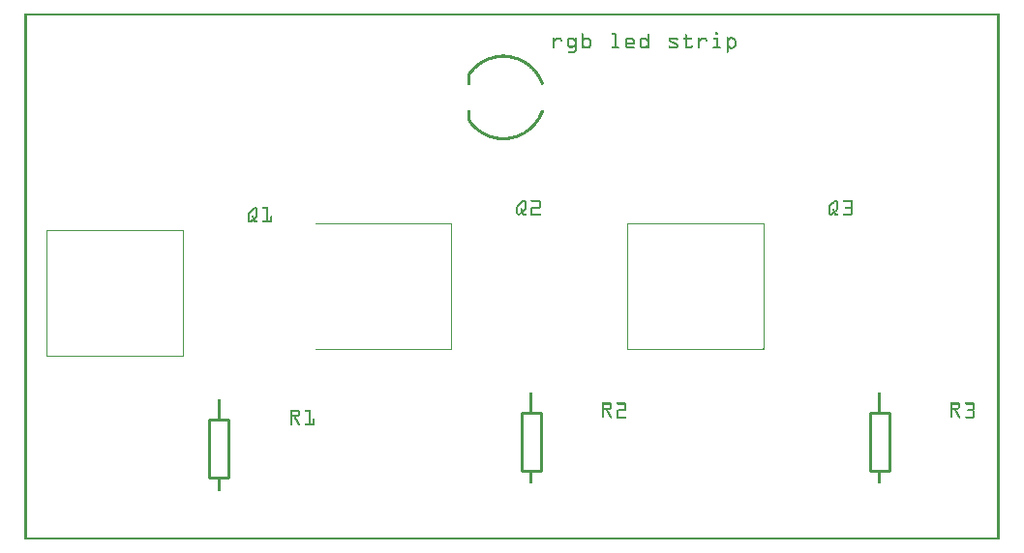
<source format=gto>
G04 MADE WITH FRITZING*
G04 WWW.FRITZING.ORG*
G04 DOUBLE SIDED*
G04 HOLES PLATED*
G04 CONTOUR ON CENTER OF CONTOUR VECTOR*
%ASAXBY*%
%FSLAX23Y23*%
%MOIN*%
%OFA0B0*%
%SFA1.0B1.0*%
%ADD10C,0.010000*%
%ADD11R,0.001000X0.001000*%
%LNSILK1*%
G90*
G70*
G54D10*
X703Y416D02*
X703Y216D01*
D02*
X703Y216D02*
X637Y216D01*
D02*
X637Y216D02*
X637Y416D01*
D02*
X637Y416D02*
X703Y416D01*
D02*
X1778Y441D02*
X1778Y241D01*
D02*
X1778Y241D02*
X1712Y241D01*
D02*
X1712Y241D02*
X1712Y441D01*
D02*
X1712Y441D02*
X1778Y441D01*
D02*
X2978Y441D02*
X2978Y241D01*
D02*
X2978Y241D02*
X2912Y241D01*
D02*
X2912Y241D02*
X2912Y441D01*
D02*
X2912Y441D02*
X2978Y441D01*
G54D11*
X0Y1817D02*
X3358Y1817D01*
X0Y1816D02*
X3358Y1816D01*
X0Y1815D02*
X3358Y1815D01*
X0Y1814D02*
X3358Y1814D01*
X0Y1813D02*
X3358Y1813D01*
X0Y1812D02*
X3358Y1812D01*
X0Y1811D02*
X3358Y1811D01*
X0Y1810D02*
X3358Y1810D01*
X0Y1809D02*
X7Y1809D01*
X3351Y1809D02*
X3358Y1809D01*
X0Y1808D02*
X7Y1808D01*
X3351Y1808D02*
X3358Y1808D01*
X0Y1807D02*
X7Y1807D01*
X3351Y1807D02*
X3358Y1807D01*
X0Y1806D02*
X7Y1806D01*
X3351Y1806D02*
X3358Y1806D01*
X0Y1805D02*
X7Y1805D01*
X3351Y1805D02*
X3358Y1805D01*
X0Y1804D02*
X7Y1804D01*
X3351Y1804D02*
X3358Y1804D01*
X0Y1803D02*
X7Y1803D01*
X3351Y1803D02*
X3358Y1803D01*
X0Y1802D02*
X7Y1802D01*
X3351Y1802D02*
X3358Y1802D01*
X0Y1801D02*
X7Y1801D01*
X3351Y1801D02*
X3358Y1801D01*
X0Y1800D02*
X7Y1800D01*
X3351Y1800D02*
X3358Y1800D01*
X0Y1799D02*
X7Y1799D01*
X3351Y1799D02*
X3358Y1799D01*
X0Y1798D02*
X7Y1798D01*
X3351Y1798D02*
X3358Y1798D01*
X0Y1797D02*
X7Y1797D01*
X3351Y1797D02*
X3358Y1797D01*
X0Y1796D02*
X7Y1796D01*
X3351Y1796D02*
X3358Y1796D01*
X0Y1795D02*
X7Y1795D01*
X3351Y1795D02*
X3358Y1795D01*
X0Y1794D02*
X7Y1794D01*
X3351Y1794D02*
X3358Y1794D01*
X0Y1793D02*
X7Y1793D01*
X3351Y1793D02*
X3358Y1793D01*
X0Y1792D02*
X7Y1792D01*
X3351Y1792D02*
X3358Y1792D01*
X0Y1791D02*
X7Y1791D01*
X3351Y1791D02*
X3358Y1791D01*
X0Y1790D02*
X7Y1790D01*
X3351Y1790D02*
X3358Y1790D01*
X0Y1789D02*
X7Y1789D01*
X3351Y1789D02*
X3358Y1789D01*
X0Y1788D02*
X7Y1788D01*
X3351Y1788D02*
X3358Y1788D01*
X0Y1787D02*
X7Y1787D01*
X3351Y1787D02*
X3358Y1787D01*
X0Y1786D02*
X7Y1786D01*
X3351Y1786D02*
X3358Y1786D01*
X0Y1785D02*
X7Y1785D01*
X3351Y1785D02*
X3358Y1785D01*
X0Y1784D02*
X7Y1784D01*
X3351Y1784D02*
X3358Y1784D01*
X0Y1783D02*
X7Y1783D01*
X3351Y1783D02*
X3358Y1783D01*
X0Y1782D02*
X7Y1782D01*
X3351Y1782D02*
X3358Y1782D01*
X0Y1781D02*
X7Y1781D01*
X3351Y1781D02*
X3358Y1781D01*
X0Y1780D02*
X7Y1780D01*
X3351Y1780D02*
X3358Y1780D01*
X0Y1779D02*
X7Y1779D01*
X3351Y1779D02*
X3358Y1779D01*
X0Y1778D02*
X7Y1778D01*
X3351Y1778D02*
X3358Y1778D01*
X0Y1777D02*
X7Y1777D01*
X3351Y1777D02*
X3358Y1777D01*
X0Y1776D02*
X7Y1776D01*
X3351Y1776D02*
X3358Y1776D01*
X0Y1775D02*
X7Y1775D01*
X3351Y1775D02*
X3358Y1775D01*
X0Y1774D02*
X7Y1774D01*
X3351Y1774D02*
X3358Y1774D01*
X0Y1773D02*
X7Y1773D01*
X3351Y1773D02*
X3358Y1773D01*
X0Y1772D02*
X7Y1772D01*
X3351Y1772D02*
X3358Y1772D01*
X0Y1771D02*
X7Y1771D01*
X3351Y1771D02*
X3358Y1771D01*
X0Y1770D02*
X7Y1770D01*
X3351Y1770D02*
X3358Y1770D01*
X0Y1769D02*
X7Y1769D01*
X3351Y1769D02*
X3358Y1769D01*
X0Y1768D02*
X7Y1768D01*
X3351Y1768D02*
X3358Y1768D01*
X0Y1767D02*
X7Y1767D01*
X3351Y1767D02*
X3358Y1767D01*
X0Y1766D02*
X7Y1766D01*
X3351Y1766D02*
X3358Y1766D01*
X0Y1765D02*
X7Y1765D01*
X3351Y1765D02*
X3358Y1765D01*
X0Y1764D02*
X7Y1764D01*
X3351Y1764D02*
X3358Y1764D01*
X0Y1763D02*
X7Y1763D01*
X3351Y1763D02*
X3358Y1763D01*
X0Y1762D02*
X7Y1762D01*
X3351Y1762D02*
X3358Y1762D01*
X0Y1761D02*
X7Y1761D01*
X3351Y1761D02*
X3358Y1761D01*
X0Y1760D02*
X7Y1760D01*
X3351Y1760D02*
X3358Y1760D01*
X0Y1759D02*
X7Y1759D01*
X3351Y1759D02*
X3358Y1759D01*
X0Y1758D02*
X7Y1758D01*
X3351Y1758D02*
X3358Y1758D01*
X0Y1757D02*
X7Y1757D01*
X3351Y1757D02*
X3358Y1757D01*
X0Y1756D02*
X7Y1756D01*
X3351Y1756D02*
X3358Y1756D01*
X0Y1755D02*
X7Y1755D01*
X3351Y1755D02*
X3358Y1755D01*
X0Y1754D02*
X7Y1754D01*
X3351Y1754D02*
X3358Y1754D01*
X0Y1753D02*
X7Y1753D01*
X3351Y1753D02*
X3358Y1753D01*
X0Y1752D02*
X7Y1752D01*
X3351Y1752D02*
X3358Y1752D01*
X0Y1751D02*
X7Y1751D01*
X2380Y1751D02*
X2386Y1751D01*
X3351Y1751D02*
X3358Y1751D01*
X0Y1750D02*
X7Y1750D01*
X2379Y1750D02*
X2387Y1750D01*
X3351Y1750D02*
X3358Y1750D01*
X0Y1749D02*
X7Y1749D01*
X2378Y1749D02*
X2387Y1749D01*
X3351Y1749D02*
X3358Y1749D01*
X0Y1748D02*
X7Y1748D01*
X1920Y1748D02*
X1922Y1748D01*
X2024Y1748D02*
X2036Y1748D01*
X2148Y1748D02*
X2150Y1748D01*
X2378Y1748D02*
X2388Y1748D01*
X3351Y1748D02*
X3358Y1748D01*
X0Y1747D02*
X7Y1747D01*
X1919Y1747D02*
X1923Y1747D01*
X2022Y1747D02*
X2037Y1747D01*
X2146Y1747D02*
X2151Y1747D01*
X2378Y1747D02*
X2388Y1747D01*
X3351Y1747D02*
X3358Y1747D01*
X0Y1746D02*
X7Y1746D01*
X1918Y1746D02*
X1924Y1746D01*
X2022Y1746D02*
X2038Y1746D01*
X2146Y1746D02*
X2151Y1746D01*
X2378Y1746D02*
X2388Y1746D01*
X3351Y1746D02*
X3358Y1746D01*
X0Y1745D02*
X7Y1745D01*
X1918Y1745D02*
X1924Y1745D01*
X2022Y1745D02*
X2038Y1745D01*
X2146Y1745D02*
X2152Y1745D01*
X2277Y1745D02*
X2279Y1745D01*
X2378Y1745D02*
X2388Y1745D01*
X3351Y1745D02*
X3358Y1745D01*
X0Y1744D02*
X7Y1744D01*
X1918Y1744D02*
X1924Y1744D01*
X2022Y1744D02*
X2038Y1744D01*
X2146Y1744D02*
X2152Y1744D01*
X2276Y1744D02*
X2280Y1744D01*
X2378Y1744D02*
X2388Y1744D01*
X3351Y1744D02*
X3358Y1744D01*
X0Y1743D02*
X7Y1743D01*
X1918Y1743D02*
X1924Y1743D01*
X2022Y1743D02*
X2038Y1743D01*
X2146Y1743D02*
X2152Y1743D01*
X2275Y1743D02*
X2281Y1743D01*
X2379Y1743D02*
X2387Y1743D01*
X3351Y1743D02*
X3358Y1743D01*
X0Y1742D02*
X7Y1742D01*
X1918Y1742D02*
X1924Y1742D01*
X2023Y1742D02*
X2038Y1742D01*
X2146Y1742D02*
X2152Y1742D01*
X2275Y1742D02*
X2281Y1742D01*
X2380Y1742D02*
X2386Y1742D01*
X3351Y1742D02*
X3358Y1742D01*
X0Y1741D02*
X7Y1741D01*
X1918Y1741D02*
X1924Y1741D01*
X2032Y1741D02*
X2038Y1741D01*
X2146Y1741D02*
X2152Y1741D01*
X2275Y1741D02*
X2281Y1741D01*
X3351Y1741D02*
X3358Y1741D01*
X0Y1740D02*
X7Y1740D01*
X1918Y1740D02*
X1924Y1740D01*
X2032Y1740D02*
X2038Y1740D01*
X2146Y1740D02*
X2152Y1740D01*
X2275Y1740D02*
X2281Y1740D01*
X3351Y1740D02*
X3358Y1740D01*
X0Y1739D02*
X7Y1739D01*
X1918Y1739D02*
X1924Y1739D01*
X2032Y1739D02*
X2038Y1739D01*
X2146Y1739D02*
X2152Y1739D01*
X2275Y1739D02*
X2281Y1739D01*
X3351Y1739D02*
X3358Y1739D01*
X0Y1738D02*
X7Y1738D01*
X1918Y1738D02*
X1924Y1738D01*
X2032Y1738D02*
X2038Y1738D01*
X2146Y1738D02*
X2152Y1738D01*
X2275Y1738D02*
X2281Y1738D01*
X3351Y1738D02*
X3358Y1738D01*
X0Y1737D02*
X7Y1737D01*
X1918Y1737D02*
X1924Y1737D01*
X2032Y1737D02*
X2038Y1737D01*
X2146Y1737D02*
X2152Y1737D01*
X2275Y1737D02*
X2281Y1737D01*
X3351Y1737D02*
X3358Y1737D01*
X0Y1736D02*
X7Y1736D01*
X1918Y1736D02*
X1924Y1736D01*
X2032Y1736D02*
X2038Y1736D01*
X2146Y1736D02*
X2152Y1736D01*
X2275Y1736D02*
X2281Y1736D01*
X3351Y1736D02*
X3358Y1736D01*
X0Y1735D02*
X7Y1735D01*
X1918Y1735D02*
X1924Y1735D01*
X2032Y1735D02*
X2038Y1735D01*
X2146Y1735D02*
X2152Y1735D01*
X2275Y1735D02*
X2281Y1735D01*
X2421Y1735D02*
X2421Y1735D01*
X2433Y1735D02*
X2436Y1735D01*
X3351Y1735D02*
X3358Y1735D01*
X0Y1734D02*
X7Y1734D01*
X1918Y1734D02*
X1924Y1734D01*
X2032Y1734D02*
X2038Y1734D01*
X2146Y1734D02*
X2152Y1734D01*
X2275Y1734D02*
X2281Y1734D01*
X2419Y1734D02*
X2423Y1734D01*
X2430Y1734D02*
X2440Y1734D01*
X3351Y1734D02*
X3358Y1734D01*
X0Y1733D02*
X7Y1733D01*
X1820Y1733D02*
X1823Y1733D01*
X1833Y1733D02*
X1845Y1733D01*
X1877Y1733D02*
X1889Y1733D01*
X1897Y1733D02*
X1900Y1733D01*
X1918Y1733D02*
X1924Y1733D01*
X1931Y1733D02*
X1942Y1733D01*
X2032Y1733D02*
X2038Y1733D01*
X2077Y1733D02*
X2092Y1733D01*
X2127Y1733D02*
X2139Y1733D01*
X2146Y1733D02*
X2152Y1733D01*
X2224Y1733D02*
X2245Y1733D01*
X2270Y1733D02*
X2296Y1733D01*
X2320Y1733D02*
X2322Y1733D01*
X2333Y1733D02*
X2345Y1733D01*
X2373Y1733D02*
X2386Y1733D01*
X2418Y1733D02*
X2424Y1733D01*
X2428Y1733D02*
X2441Y1733D01*
X3351Y1733D02*
X3358Y1733D01*
X0Y1732D02*
X7Y1732D01*
X1819Y1732D02*
X1824Y1732D01*
X1832Y1732D02*
X1847Y1732D01*
X1875Y1732D02*
X1891Y1732D01*
X1896Y1732D02*
X1901Y1732D01*
X1918Y1732D02*
X1924Y1732D01*
X1929Y1732D02*
X1944Y1732D01*
X2032Y1732D02*
X2038Y1732D01*
X2075Y1732D02*
X2094Y1732D01*
X2125Y1732D02*
X2141Y1732D01*
X2146Y1732D02*
X2152Y1732D01*
X2223Y1732D02*
X2247Y1732D01*
X2269Y1732D02*
X2297Y1732D01*
X2319Y1732D02*
X2323Y1732D01*
X2332Y1732D02*
X2347Y1732D01*
X2372Y1732D02*
X2387Y1732D01*
X2418Y1732D02*
X2424Y1732D01*
X2427Y1732D02*
X2443Y1732D01*
X3351Y1732D02*
X3358Y1732D01*
X0Y1731D02*
X7Y1731D01*
X1818Y1731D02*
X1824Y1731D01*
X1831Y1731D02*
X1848Y1731D01*
X1874Y1731D02*
X1892Y1731D01*
X1896Y1731D02*
X1902Y1731D01*
X1918Y1731D02*
X1924Y1731D01*
X1927Y1731D02*
X1946Y1731D01*
X2032Y1731D02*
X2038Y1731D01*
X2074Y1731D02*
X2096Y1731D01*
X2124Y1731D02*
X2142Y1731D01*
X2146Y1731D02*
X2152Y1731D01*
X2221Y1731D02*
X2249Y1731D01*
X2268Y1731D02*
X2298Y1731D01*
X2318Y1731D02*
X2324Y1731D01*
X2331Y1731D02*
X2348Y1731D01*
X2372Y1731D02*
X2388Y1731D01*
X2418Y1731D02*
X2424Y1731D01*
X2426Y1731D02*
X2444Y1731D01*
X3351Y1731D02*
X3358Y1731D01*
X0Y1730D02*
X7Y1730D01*
X1818Y1730D02*
X1824Y1730D01*
X1830Y1730D02*
X1849Y1730D01*
X1873Y1730D02*
X1893Y1730D01*
X1896Y1730D02*
X1902Y1730D01*
X1918Y1730D02*
X1924Y1730D01*
X1926Y1730D02*
X1947Y1730D01*
X2032Y1730D02*
X2038Y1730D01*
X2073Y1730D02*
X2097Y1730D01*
X2123Y1730D02*
X2143Y1730D01*
X2146Y1730D02*
X2152Y1730D01*
X2221Y1730D02*
X2249Y1730D01*
X2268Y1730D02*
X2298Y1730D01*
X2318Y1730D02*
X2324Y1730D01*
X2330Y1730D02*
X2349Y1730D01*
X2371Y1730D02*
X2388Y1730D01*
X2418Y1730D02*
X2445Y1730D01*
X3351Y1730D02*
X3358Y1730D01*
X0Y1729D02*
X7Y1729D01*
X1818Y1729D02*
X1824Y1729D01*
X1829Y1729D02*
X1850Y1729D01*
X1872Y1729D02*
X1902Y1729D01*
X1918Y1729D02*
X1948Y1729D01*
X2032Y1729D02*
X2038Y1729D01*
X2072Y1729D02*
X2098Y1729D01*
X2122Y1729D02*
X2152Y1729D01*
X2220Y1729D02*
X2250Y1729D01*
X2268Y1729D02*
X2298Y1729D01*
X2318Y1729D02*
X2324Y1729D01*
X2328Y1729D02*
X2350Y1729D01*
X2372Y1729D02*
X2388Y1729D01*
X2418Y1729D02*
X2446Y1729D01*
X3351Y1729D02*
X3358Y1729D01*
X0Y1728D02*
X7Y1728D01*
X1818Y1728D02*
X1824Y1728D01*
X1827Y1728D02*
X1850Y1728D01*
X1871Y1728D02*
X1902Y1728D01*
X1918Y1728D02*
X1949Y1728D01*
X2032Y1728D02*
X2038Y1728D01*
X2071Y1728D02*
X2099Y1728D01*
X2121Y1728D02*
X2152Y1728D01*
X2219Y1728D02*
X2251Y1728D01*
X2269Y1728D02*
X2297Y1728D01*
X2318Y1728D02*
X2324Y1728D01*
X2327Y1728D02*
X2350Y1728D01*
X2372Y1728D02*
X2388Y1728D01*
X2418Y1728D02*
X2433Y1728D01*
X2437Y1728D02*
X2447Y1728D01*
X3351Y1728D02*
X3358Y1728D01*
X0Y1727D02*
X7Y1727D01*
X1818Y1727D02*
X1824Y1727D01*
X1826Y1727D02*
X1851Y1727D01*
X1870Y1727D02*
X1902Y1727D01*
X1918Y1727D02*
X1950Y1727D01*
X2032Y1727D02*
X2038Y1727D01*
X2070Y1727D02*
X2100Y1727D01*
X2120Y1727D02*
X2152Y1727D01*
X2219Y1727D02*
X2251Y1727D01*
X2270Y1727D02*
X2296Y1727D01*
X2318Y1727D02*
X2324Y1727D01*
X2326Y1727D02*
X2351Y1727D01*
X2373Y1727D02*
X2388Y1727D01*
X2418Y1727D02*
X2431Y1727D01*
X2439Y1727D02*
X2448Y1727D01*
X3351Y1727D02*
X3358Y1727D01*
X0Y1726D02*
X7Y1726D01*
X1818Y1726D02*
X1835Y1726D01*
X1844Y1726D02*
X1851Y1726D01*
X1869Y1726D02*
X1878Y1726D01*
X1888Y1726D02*
X1902Y1726D01*
X1918Y1726D02*
X1932Y1726D01*
X1942Y1726D02*
X1950Y1726D01*
X2032Y1726D02*
X2038Y1726D01*
X2069Y1726D02*
X2078Y1726D01*
X2092Y1726D02*
X2100Y1726D01*
X2119Y1726D02*
X2128Y1726D01*
X2138Y1726D02*
X2152Y1726D01*
X2219Y1726D02*
X2225Y1726D01*
X2244Y1726D02*
X2251Y1726D01*
X2275Y1726D02*
X2281Y1726D01*
X2318Y1726D02*
X2335Y1726D01*
X2344Y1726D02*
X2351Y1726D01*
X2382Y1726D02*
X2388Y1726D01*
X2418Y1726D02*
X2430Y1726D01*
X2440Y1726D02*
X2449Y1726D01*
X3351Y1726D02*
X3358Y1726D01*
X0Y1725D02*
X7Y1725D01*
X1818Y1725D02*
X1834Y1725D01*
X1845Y1725D02*
X1852Y1725D01*
X1869Y1725D02*
X1877Y1725D01*
X1889Y1725D02*
X1902Y1725D01*
X1918Y1725D02*
X1930Y1725D01*
X1943Y1725D02*
X1951Y1725D01*
X2032Y1725D02*
X2038Y1725D01*
X2069Y1725D02*
X2077Y1725D01*
X2093Y1725D02*
X2101Y1725D01*
X2119Y1725D02*
X2127Y1725D01*
X2139Y1725D02*
X2152Y1725D01*
X2219Y1725D02*
X2225Y1725D01*
X2246Y1725D02*
X2250Y1725D01*
X2275Y1725D02*
X2281Y1725D01*
X2318Y1725D02*
X2334Y1725D01*
X2345Y1725D02*
X2351Y1725D01*
X2382Y1725D02*
X2388Y1725D01*
X2418Y1725D02*
X2429Y1725D01*
X2441Y1725D02*
X2450Y1725D01*
X3351Y1725D02*
X3358Y1725D01*
X0Y1724D02*
X7Y1724D01*
X1818Y1724D02*
X1833Y1724D01*
X1846Y1724D02*
X1852Y1724D01*
X1868Y1724D02*
X1876Y1724D01*
X1891Y1724D02*
X1902Y1724D01*
X1918Y1724D02*
X1929Y1724D01*
X1944Y1724D02*
X1951Y1724D01*
X2032Y1724D02*
X2038Y1724D01*
X2069Y1724D02*
X2076Y1724D01*
X2094Y1724D02*
X2101Y1724D01*
X2118Y1724D02*
X2126Y1724D01*
X2140Y1724D02*
X2152Y1724D01*
X2219Y1724D02*
X2225Y1724D01*
X2247Y1724D02*
X2249Y1724D01*
X2275Y1724D02*
X2281Y1724D01*
X2318Y1724D02*
X2332Y1724D01*
X2345Y1724D02*
X2351Y1724D01*
X2382Y1724D02*
X2388Y1724D01*
X2418Y1724D02*
X2428Y1724D01*
X2442Y1724D02*
X2450Y1724D01*
X3351Y1724D02*
X3358Y1724D01*
X0Y1723D02*
X7Y1723D01*
X1818Y1723D02*
X1831Y1723D01*
X1846Y1723D02*
X1852Y1723D01*
X1868Y1723D02*
X1875Y1723D01*
X1892Y1723D02*
X1902Y1723D01*
X1918Y1723D02*
X1928Y1723D01*
X1945Y1723D02*
X1951Y1723D01*
X2032Y1723D02*
X2038Y1723D01*
X2068Y1723D02*
X2075Y1723D01*
X2095Y1723D02*
X2101Y1723D01*
X2118Y1723D02*
X2125Y1723D01*
X2142Y1723D02*
X2152Y1723D01*
X2219Y1723D02*
X2226Y1723D01*
X2275Y1723D02*
X2281Y1723D01*
X2318Y1723D02*
X2331Y1723D01*
X2346Y1723D02*
X2352Y1723D01*
X2382Y1723D02*
X2388Y1723D01*
X2418Y1723D02*
X2427Y1723D01*
X2443Y1723D02*
X2451Y1723D01*
X3351Y1723D02*
X3358Y1723D01*
X0Y1722D02*
X7Y1722D01*
X1818Y1722D02*
X1830Y1722D01*
X1846Y1722D02*
X1852Y1722D01*
X1868Y1722D02*
X1874Y1722D01*
X1893Y1722D02*
X1902Y1722D01*
X1918Y1722D02*
X1927Y1722D01*
X1946Y1722D02*
X1952Y1722D01*
X2032Y1722D02*
X2038Y1722D01*
X2068Y1722D02*
X2074Y1722D01*
X2095Y1722D02*
X2102Y1722D01*
X2118Y1722D02*
X2124Y1722D01*
X2143Y1722D02*
X2152Y1722D01*
X2219Y1722D02*
X2228Y1722D01*
X2275Y1722D02*
X2281Y1722D01*
X2318Y1722D02*
X2330Y1722D01*
X2346Y1722D02*
X2352Y1722D01*
X2382Y1722D02*
X2388Y1722D01*
X2418Y1722D02*
X2426Y1722D01*
X2444Y1722D02*
X2451Y1722D01*
X3351Y1722D02*
X3358Y1722D01*
X0Y1721D02*
X7Y1721D01*
X1818Y1721D02*
X1829Y1721D01*
X1846Y1721D02*
X1852Y1721D01*
X1868Y1721D02*
X1874Y1721D01*
X1894Y1721D02*
X1902Y1721D01*
X1918Y1721D02*
X1926Y1721D01*
X1946Y1721D02*
X1952Y1721D01*
X2032Y1721D02*
X2038Y1721D01*
X2068Y1721D02*
X2074Y1721D01*
X2096Y1721D02*
X2102Y1721D01*
X2118Y1721D02*
X2124Y1721D01*
X2144Y1721D02*
X2152Y1721D01*
X2220Y1721D02*
X2230Y1721D01*
X2275Y1721D02*
X2281Y1721D01*
X2318Y1721D02*
X2329Y1721D01*
X2346Y1721D02*
X2352Y1721D01*
X2382Y1721D02*
X2388Y1721D01*
X2418Y1721D02*
X2425Y1721D01*
X2445Y1721D02*
X2451Y1721D01*
X3351Y1721D02*
X3358Y1721D01*
X0Y1720D02*
X7Y1720D01*
X1818Y1720D02*
X1828Y1720D01*
X1846Y1720D02*
X1851Y1720D01*
X1868Y1720D02*
X1874Y1720D01*
X1895Y1720D02*
X1902Y1720D01*
X1918Y1720D02*
X1925Y1720D01*
X1946Y1720D02*
X1952Y1720D01*
X2032Y1720D02*
X2038Y1720D01*
X2068Y1720D02*
X2074Y1720D01*
X2096Y1720D02*
X2102Y1720D01*
X2118Y1720D02*
X2124Y1720D01*
X2145Y1720D02*
X2152Y1720D01*
X2220Y1720D02*
X2233Y1720D01*
X2275Y1720D02*
X2281Y1720D01*
X2318Y1720D02*
X2328Y1720D01*
X2346Y1720D02*
X2351Y1720D01*
X2382Y1720D02*
X2388Y1720D01*
X2418Y1720D02*
X2424Y1720D01*
X2445Y1720D02*
X2451Y1720D01*
X3351Y1720D02*
X3358Y1720D01*
X0Y1719D02*
X7Y1719D01*
X1818Y1719D02*
X1827Y1719D01*
X1847Y1719D02*
X1851Y1719D01*
X1868Y1719D02*
X1874Y1719D01*
X1895Y1719D02*
X1902Y1719D01*
X1918Y1719D02*
X1924Y1719D01*
X1946Y1719D02*
X1952Y1719D01*
X2032Y1719D02*
X2038Y1719D01*
X2068Y1719D02*
X2074Y1719D01*
X2096Y1719D02*
X2102Y1719D01*
X2118Y1719D02*
X2124Y1719D01*
X2145Y1719D02*
X2152Y1719D01*
X2221Y1719D02*
X2235Y1719D01*
X2275Y1719D02*
X2281Y1719D01*
X2318Y1719D02*
X2327Y1719D01*
X2346Y1719D02*
X2351Y1719D01*
X2382Y1719D02*
X2388Y1719D01*
X2418Y1719D02*
X2424Y1719D01*
X2446Y1719D02*
X2452Y1719D01*
X3351Y1719D02*
X3358Y1719D01*
X0Y1718D02*
X7Y1718D01*
X1818Y1718D02*
X1826Y1718D01*
X1848Y1718D02*
X1849Y1718D01*
X1868Y1718D02*
X1874Y1718D01*
X1896Y1718D02*
X1902Y1718D01*
X1918Y1718D02*
X1924Y1718D01*
X1946Y1718D02*
X1952Y1718D01*
X2032Y1718D02*
X2038Y1718D01*
X2068Y1718D02*
X2074Y1718D01*
X2096Y1718D02*
X2102Y1718D01*
X2118Y1718D02*
X2124Y1718D01*
X2146Y1718D02*
X2152Y1718D01*
X2222Y1718D02*
X2237Y1718D01*
X2275Y1718D02*
X2281Y1718D01*
X2318Y1718D02*
X2325Y1718D01*
X2348Y1718D02*
X2349Y1718D01*
X2382Y1718D02*
X2388Y1718D01*
X2418Y1718D02*
X2424Y1718D01*
X2446Y1718D02*
X2452Y1718D01*
X3351Y1718D02*
X3358Y1718D01*
X0Y1717D02*
X7Y1717D01*
X1818Y1717D02*
X1824Y1717D01*
X1868Y1717D02*
X1874Y1717D01*
X1896Y1717D02*
X1902Y1717D01*
X1918Y1717D02*
X1924Y1717D01*
X1946Y1717D02*
X1952Y1717D01*
X2032Y1717D02*
X2038Y1717D01*
X2068Y1717D02*
X2074Y1717D01*
X2096Y1717D02*
X2102Y1717D01*
X2118Y1717D02*
X2124Y1717D01*
X2146Y1717D02*
X2152Y1717D01*
X2223Y1717D02*
X2240Y1717D01*
X2275Y1717D02*
X2281Y1717D01*
X2318Y1717D02*
X2324Y1717D01*
X2382Y1717D02*
X2388Y1717D01*
X2418Y1717D02*
X2424Y1717D01*
X2446Y1717D02*
X2452Y1717D01*
X3351Y1717D02*
X3358Y1717D01*
X0Y1716D02*
X7Y1716D01*
X1818Y1716D02*
X1824Y1716D01*
X1868Y1716D02*
X1874Y1716D01*
X1896Y1716D02*
X1902Y1716D01*
X1918Y1716D02*
X1924Y1716D01*
X1946Y1716D02*
X1952Y1716D01*
X2032Y1716D02*
X2038Y1716D01*
X2068Y1716D02*
X2074Y1716D01*
X2095Y1716D02*
X2102Y1716D01*
X2118Y1716D02*
X2124Y1716D01*
X2146Y1716D02*
X2152Y1716D01*
X2225Y1716D02*
X2242Y1716D01*
X2275Y1716D02*
X2281Y1716D01*
X2318Y1716D02*
X2324Y1716D01*
X2382Y1716D02*
X2388Y1716D01*
X2418Y1716D02*
X2424Y1716D01*
X2446Y1716D02*
X2452Y1716D01*
X3351Y1716D02*
X3358Y1716D01*
X0Y1715D02*
X7Y1715D01*
X1818Y1715D02*
X1824Y1715D01*
X1868Y1715D02*
X1874Y1715D01*
X1896Y1715D02*
X1902Y1715D01*
X1918Y1715D02*
X1924Y1715D01*
X1946Y1715D02*
X1952Y1715D01*
X2032Y1715D02*
X2038Y1715D01*
X2068Y1715D02*
X2102Y1715D01*
X2118Y1715D02*
X2124Y1715D01*
X2146Y1715D02*
X2152Y1715D01*
X2228Y1715D02*
X2244Y1715D01*
X2275Y1715D02*
X2281Y1715D01*
X2318Y1715D02*
X2324Y1715D01*
X2382Y1715D02*
X2388Y1715D01*
X2418Y1715D02*
X2424Y1715D01*
X2446Y1715D02*
X2452Y1715D01*
X3351Y1715D02*
X3358Y1715D01*
X0Y1714D02*
X7Y1714D01*
X1818Y1714D02*
X1824Y1714D01*
X1868Y1714D02*
X1874Y1714D01*
X1896Y1714D02*
X1902Y1714D01*
X1918Y1714D02*
X1924Y1714D01*
X1946Y1714D02*
X1952Y1714D01*
X2032Y1714D02*
X2038Y1714D01*
X2068Y1714D02*
X2102Y1714D01*
X2118Y1714D02*
X2124Y1714D01*
X2146Y1714D02*
X2152Y1714D01*
X2230Y1714D02*
X2246Y1714D01*
X2275Y1714D02*
X2281Y1714D01*
X2318Y1714D02*
X2324Y1714D01*
X2382Y1714D02*
X2388Y1714D01*
X2418Y1714D02*
X2424Y1714D01*
X2446Y1714D02*
X2452Y1714D01*
X3351Y1714D02*
X3358Y1714D01*
X0Y1713D02*
X7Y1713D01*
X1818Y1713D02*
X1824Y1713D01*
X1868Y1713D02*
X1874Y1713D01*
X1896Y1713D02*
X1902Y1713D01*
X1918Y1713D02*
X1924Y1713D01*
X1946Y1713D02*
X1952Y1713D01*
X2032Y1713D02*
X2038Y1713D01*
X2068Y1713D02*
X2102Y1713D01*
X2118Y1713D02*
X2124Y1713D01*
X2146Y1713D02*
X2152Y1713D01*
X2232Y1713D02*
X2248Y1713D01*
X2275Y1713D02*
X2281Y1713D01*
X2318Y1713D02*
X2324Y1713D01*
X2382Y1713D02*
X2388Y1713D01*
X2418Y1713D02*
X2424Y1713D01*
X2446Y1713D02*
X2452Y1713D01*
X3351Y1713D02*
X3358Y1713D01*
X0Y1712D02*
X7Y1712D01*
X1818Y1712D02*
X1824Y1712D01*
X1868Y1712D02*
X1874Y1712D01*
X1896Y1712D02*
X1902Y1712D01*
X1918Y1712D02*
X1924Y1712D01*
X1946Y1712D02*
X1952Y1712D01*
X2032Y1712D02*
X2038Y1712D01*
X2068Y1712D02*
X2102Y1712D01*
X2118Y1712D02*
X2124Y1712D01*
X2146Y1712D02*
X2152Y1712D01*
X2235Y1712D02*
X2249Y1712D01*
X2275Y1712D02*
X2281Y1712D01*
X2318Y1712D02*
X2324Y1712D01*
X2382Y1712D02*
X2388Y1712D01*
X2418Y1712D02*
X2424Y1712D01*
X2446Y1712D02*
X2452Y1712D01*
X3351Y1712D02*
X3358Y1712D01*
X0Y1711D02*
X7Y1711D01*
X1818Y1711D02*
X1824Y1711D01*
X1868Y1711D02*
X1874Y1711D01*
X1895Y1711D02*
X1902Y1711D01*
X1918Y1711D02*
X1924Y1711D01*
X1946Y1711D02*
X1952Y1711D01*
X2032Y1711D02*
X2038Y1711D01*
X2068Y1711D02*
X2101Y1711D01*
X2118Y1711D02*
X2124Y1711D01*
X2146Y1711D02*
X2152Y1711D01*
X2237Y1711D02*
X2249Y1711D01*
X2275Y1711D02*
X2281Y1711D01*
X2318Y1711D02*
X2324Y1711D01*
X2382Y1711D02*
X2388Y1711D01*
X2418Y1711D02*
X2424Y1711D01*
X2446Y1711D02*
X2452Y1711D01*
X3351Y1711D02*
X3358Y1711D01*
X0Y1710D02*
X7Y1710D01*
X1818Y1710D02*
X1824Y1710D01*
X1868Y1710D02*
X1874Y1710D01*
X1894Y1710D02*
X1902Y1710D01*
X1918Y1710D02*
X1924Y1710D01*
X1946Y1710D02*
X1952Y1710D01*
X2032Y1710D02*
X2038Y1710D01*
X2068Y1710D02*
X2101Y1710D01*
X2118Y1710D02*
X2124Y1710D01*
X2146Y1710D02*
X2152Y1710D01*
X2239Y1710D02*
X2250Y1710D01*
X2275Y1710D02*
X2281Y1710D01*
X2318Y1710D02*
X2324Y1710D01*
X2382Y1710D02*
X2388Y1710D01*
X2418Y1710D02*
X2424Y1710D01*
X2446Y1710D02*
X2452Y1710D01*
X3351Y1710D02*
X3358Y1710D01*
X0Y1709D02*
X7Y1709D01*
X1818Y1709D02*
X1824Y1709D01*
X1868Y1709D02*
X1874Y1709D01*
X1893Y1709D02*
X1902Y1709D01*
X1918Y1709D02*
X1924Y1709D01*
X1946Y1709D02*
X1952Y1709D01*
X2032Y1709D02*
X2038Y1709D01*
X2068Y1709D02*
X2098Y1709D01*
X2118Y1709D02*
X2124Y1709D01*
X2145Y1709D02*
X2152Y1709D01*
X2242Y1709D02*
X2251Y1709D01*
X2275Y1709D02*
X2281Y1709D01*
X2318Y1709D02*
X2324Y1709D01*
X2382Y1709D02*
X2388Y1709D01*
X2418Y1709D02*
X2424Y1709D01*
X2446Y1709D02*
X2452Y1709D01*
X3351Y1709D02*
X3358Y1709D01*
X0Y1708D02*
X7Y1708D01*
X1818Y1708D02*
X1824Y1708D01*
X1868Y1708D02*
X1875Y1708D01*
X1892Y1708D02*
X1902Y1708D01*
X1918Y1708D02*
X1925Y1708D01*
X1946Y1708D02*
X1952Y1708D01*
X2032Y1708D02*
X2038Y1708D01*
X2068Y1708D02*
X2074Y1708D01*
X2118Y1708D02*
X2124Y1708D01*
X2145Y1708D02*
X2152Y1708D01*
X2244Y1708D02*
X2251Y1708D01*
X2275Y1708D02*
X2281Y1708D01*
X2318Y1708D02*
X2324Y1708D01*
X2382Y1708D02*
X2388Y1708D01*
X2418Y1708D02*
X2424Y1708D01*
X2445Y1708D02*
X2452Y1708D01*
X3351Y1708D02*
X3358Y1708D01*
X0Y1707D02*
X7Y1707D01*
X1818Y1707D02*
X1824Y1707D01*
X1868Y1707D02*
X1875Y1707D01*
X1891Y1707D02*
X1902Y1707D01*
X1918Y1707D02*
X1926Y1707D01*
X1946Y1707D02*
X1952Y1707D01*
X2032Y1707D02*
X2038Y1707D01*
X2068Y1707D02*
X2074Y1707D01*
X2118Y1707D02*
X2124Y1707D01*
X2144Y1707D02*
X2152Y1707D01*
X2245Y1707D02*
X2251Y1707D01*
X2275Y1707D02*
X2281Y1707D01*
X2298Y1707D02*
X2299Y1707D01*
X2318Y1707D02*
X2324Y1707D01*
X2382Y1707D02*
X2388Y1707D01*
X2418Y1707D02*
X2425Y1707D01*
X2445Y1707D02*
X2451Y1707D01*
X3351Y1707D02*
X3358Y1707D01*
X0Y1706D02*
X7Y1706D01*
X1818Y1706D02*
X1824Y1706D01*
X1869Y1706D02*
X1876Y1706D01*
X1890Y1706D02*
X1902Y1706D01*
X1918Y1706D02*
X1927Y1706D01*
X1945Y1706D02*
X1952Y1706D01*
X2032Y1706D02*
X2038Y1706D01*
X2068Y1706D02*
X2074Y1706D01*
X2118Y1706D02*
X2124Y1706D01*
X2143Y1706D02*
X2152Y1706D01*
X2245Y1706D02*
X2251Y1706D01*
X2275Y1706D02*
X2281Y1706D01*
X2297Y1706D02*
X2301Y1706D01*
X2318Y1706D02*
X2324Y1706D01*
X2382Y1706D02*
X2388Y1706D01*
X2418Y1706D02*
X2426Y1706D01*
X2445Y1706D02*
X2451Y1706D01*
X3351Y1706D02*
X3358Y1706D01*
X0Y1705D02*
X7Y1705D01*
X1818Y1705D02*
X1824Y1705D01*
X1869Y1705D02*
X1878Y1705D01*
X1888Y1705D02*
X1902Y1705D01*
X1918Y1705D02*
X1928Y1705D01*
X1945Y1705D02*
X1952Y1705D01*
X2032Y1705D02*
X2038Y1705D01*
X2068Y1705D02*
X2075Y1705D01*
X2118Y1705D02*
X2125Y1705D01*
X2142Y1705D02*
X2152Y1705D01*
X2245Y1705D02*
X2252Y1705D01*
X2275Y1705D02*
X2281Y1705D01*
X2296Y1705D02*
X2301Y1705D01*
X2318Y1705D02*
X2324Y1705D01*
X2382Y1705D02*
X2388Y1705D01*
X2418Y1705D02*
X2427Y1705D01*
X2443Y1705D02*
X2451Y1705D01*
X3351Y1705D02*
X3358Y1705D01*
X0Y1704D02*
X7Y1704D01*
X1818Y1704D02*
X1824Y1704D01*
X1870Y1704D02*
X1902Y1704D01*
X1918Y1704D02*
X1929Y1704D01*
X1944Y1704D02*
X1951Y1704D01*
X2032Y1704D02*
X2038Y1704D01*
X2068Y1704D02*
X2075Y1704D01*
X2118Y1704D02*
X2125Y1704D01*
X2141Y1704D02*
X2152Y1704D01*
X2221Y1704D02*
X2221Y1704D01*
X2245Y1704D02*
X2251Y1704D01*
X2275Y1704D02*
X2281Y1704D01*
X2296Y1704D02*
X2302Y1704D01*
X2318Y1704D02*
X2324Y1704D01*
X2382Y1704D02*
X2388Y1704D01*
X2418Y1704D02*
X2428Y1704D01*
X2442Y1704D02*
X2451Y1704D01*
X3351Y1704D02*
X3358Y1704D01*
X0Y1703D02*
X7Y1703D01*
X1818Y1703D02*
X1824Y1703D01*
X1871Y1703D02*
X1902Y1703D01*
X1918Y1703D02*
X1930Y1703D01*
X1943Y1703D02*
X1951Y1703D01*
X2032Y1703D02*
X2038Y1703D01*
X2069Y1703D02*
X2077Y1703D01*
X2119Y1703D02*
X2127Y1703D01*
X2139Y1703D02*
X2152Y1703D01*
X2219Y1703D02*
X2223Y1703D01*
X2245Y1703D02*
X2251Y1703D01*
X2275Y1703D02*
X2281Y1703D01*
X2295Y1703D02*
X2302Y1703D01*
X2318Y1703D02*
X2324Y1703D01*
X2382Y1703D02*
X2388Y1703D01*
X2418Y1703D02*
X2429Y1703D01*
X2441Y1703D02*
X2450Y1703D01*
X3351Y1703D02*
X3358Y1703D01*
X0Y1702D02*
X7Y1702D01*
X1818Y1702D02*
X1824Y1702D01*
X1872Y1702D02*
X1902Y1702D01*
X1918Y1702D02*
X1931Y1702D01*
X1942Y1702D02*
X1950Y1702D01*
X2032Y1702D02*
X2038Y1702D01*
X2069Y1702D02*
X2078Y1702D01*
X2119Y1702D02*
X2128Y1702D01*
X2138Y1702D02*
X2152Y1702D01*
X2218Y1702D02*
X2225Y1702D01*
X2244Y1702D02*
X2251Y1702D01*
X2275Y1702D02*
X2282Y1702D01*
X2294Y1702D02*
X2301Y1702D01*
X2318Y1702D02*
X2324Y1702D01*
X2382Y1702D02*
X2388Y1702D01*
X2418Y1702D02*
X2430Y1702D01*
X2440Y1702D02*
X2449Y1702D01*
X3351Y1702D02*
X3358Y1702D01*
X0Y1701D02*
X7Y1701D01*
X1818Y1701D02*
X1824Y1701D01*
X1873Y1701D02*
X1894Y1701D01*
X1896Y1701D02*
X1902Y1701D01*
X1918Y1701D02*
X1950Y1701D01*
X2024Y1701D02*
X2046Y1701D01*
X2070Y1701D02*
X2099Y1701D01*
X2120Y1701D02*
X2152Y1701D01*
X2218Y1701D02*
X2251Y1701D01*
X2276Y1701D02*
X2301Y1701D01*
X2318Y1701D02*
X2324Y1701D01*
X2374Y1701D02*
X2396Y1701D01*
X2418Y1701D02*
X2431Y1701D01*
X2439Y1701D02*
X2448Y1701D01*
X3351Y1701D02*
X3358Y1701D01*
X0Y1700D02*
X7Y1700D01*
X1818Y1700D02*
X1824Y1700D01*
X1874Y1700D02*
X1893Y1700D01*
X1896Y1700D02*
X1902Y1700D01*
X1918Y1700D02*
X1949Y1700D01*
X2022Y1700D02*
X2047Y1700D01*
X2071Y1700D02*
X2101Y1700D01*
X2121Y1700D02*
X2152Y1700D01*
X2218Y1700D02*
X2250Y1700D01*
X2276Y1700D02*
X2300Y1700D01*
X2318Y1700D02*
X2324Y1700D01*
X2372Y1700D02*
X2397Y1700D01*
X2418Y1700D02*
X2433Y1700D01*
X2437Y1700D02*
X2447Y1700D01*
X3351Y1700D02*
X3358Y1700D01*
X0Y1699D02*
X7Y1699D01*
X1818Y1699D02*
X1824Y1699D01*
X1875Y1699D02*
X1891Y1699D01*
X1896Y1699D02*
X1902Y1699D01*
X1918Y1699D02*
X1948Y1699D01*
X2022Y1699D02*
X2048Y1699D01*
X2072Y1699D02*
X2101Y1699D01*
X2122Y1699D02*
X2152Y1699D01*
X2218Y1699D02*
X2250Y1699D01*
X2277Y1699D02*
X2300Y1699D01*
X2318Y1699D02*
X2324Y1699D01*
X2372Y1699D02*
X2398Y1699D01*
X2418Y1699D02*
X2446Y1699D01*
X3351Y1699D02*
X3358Y1699D01*
X0Y1698D02*
X7Y1698D01*
X1818Y1698D02*
X1824Y1698D01*
X1877Y1698D02*
X1889Y1698D01*
X1896Y1698D02*
X1902Y1698D01*
X1918Y1698D02*
X1924Y1698D01*
X1926Y1698D02*
X1947Y1698D01*
X2022Y1698D02*
X2048Y1698D01*
X2073Y1698D02*
X2102Y1698D01*
X2123Y1698D02*
X2144Y1698D01*
X2146Y1698D02*
X2152Y1698D01*
X2219Y1698D02*
X2249Y1698D01*
X2277Y1698D02*
X2299Y1698D01*
X2318Y1698D02*
X2324Y1698D01*
X2371Y1698D02*
X2398Y1698D01*
X2418Y1698D02*
X2445Y1698D01*
X3351Y1698D02*
X3358Y1698D01*
X0Y1697D02*
X7Y1697D01*
X1818Y1697D02*
X1824Y1697D01*
X1896Y1697D02*
X1902Y1697D01*
X1918Y1697D02*
X1924Y1697D01*
X1927Y1697D02*
X1946Y1697D01*
X2022Y1697D02*
X2048Y1697D01*
X2074Y1697D02*
X2101Y1697D01*
X2124Y1697D02*
X2143Y1697D01*
X2146Y1697D02*
X2151Y1697D01*
X2221Y1697D02*
X2248Y1697D01*
X2278Y1697D02*
X2298Y1697D01*
X2318Y1697D02*
X2324Y1697D01*
X2372Y1697D02*
X2398Y1697D01*
X2418Y1697D02*
X2424Y1697D01*
X2426Y1697D02*
X2444Y1697D01*
X3351Y1697D02*
X3358Y1697D01*
X0Y1696D02*
X7Y1696D01*
X1819Y1696D02*
X1824Y1696D01*
X1896Y1696D02*
X1902Y1696D01*
X1919Y1696D02*
X1924Y1696D01*
X1929Y1696D02*
X1944Y1696D01*
X2022Y1696D02*
X2048Y1696D01*
X2075Y1696D02*
X2101Y1696D01*
X2125Y1696D02*
X2141Y1696D01*
X2146Y1696D02*
X2151Y1696D01*
X2222Y1696D02*
X2247Y1696D01*
X2280Y1696D02*
X2297Y1696D01*
X2318Y1696D02*
X2323Y1696D01*
X2372Y1696D02*
X2398Y1696D01*
X2418Y1696D02*
X2424Y1696D01*
X2427Y1696D02*
X2443Y1696D01*
X3351Y1696D02*
X3358Y1696D01*
X0Y1695D02*
X7Y1695D01*
X1820Y1695D02*
X1823Y1695D01*
X1896Y1695D02*
X1902Y1695D01*
X1919Y1695D02*
X1923Y1695D01*
X1931Y1695D02*
X1943Y1695D01*
X2023Y1695D02*
X2047Y1695D01*
X2077Y1695D02*
X2100Y1695D01*
X2127Y1695D02*
X2139Y1695D01*
X2147Y1695D02*
X2150Y1695D01*
X2224Y1695D02*
X2245Y1695D01*
X2281Y1695D02*
X2295Y1695D01*
X2319Y1695D02*
X2323Y1695D01*
X2373Y1695D02*
X2397Y1695D01*
X2418Y1695D02*
X2424Y1695D01*
X2428Y1695D02*
X2442Y1695D01*
X3351Y1695D02*
X3358Y1695D01*
X0Y1694D02*
X7Y1694D01*
X1896Y1694D02*
X1902Y1694D01*
X2418Y1694D02*
X2424Y1694D01*
X2430Y1694D02*
X2440Y1694D01*
X3351Y1694D02*
X3358Y1694D01*
X0Y1693D02*
X7Y1693D01*
X1896Y1693D02*
X1902Y1693D01*
X2418Y1693D02*
X2424Y1693D01*
X2433Y1693D02*
X2437Y1693D01*
X3351Y1693D02*
X3358Y1693D01*
X0Y1692D02*
X7Y1692D01*
X1896Y1692D02*
X1902Y1692D01*
X2418Y1692D02*
X2424Y1692D01*
X3351Y1692D02*
X3358Y1692D01*
X0Y1691D02*
X7Y1691D01*
X1895Y1691D02*
X1902Y1691D01*
X2418Y1691D02*
X2424Y1691D01*
X3351Y1691D02*
X3358Y1691D01*
X0Y1690D02*
X7Y1690D01*
X1895Y1690D02*
X1902Y1690D01*
X2418Y1690D02*
X2424Y1690D01*
X3351Y1690D02*
X3358Y1690D01*
X0Y1689D02*
X7Y1689D01*
X1894Y1689D02*
X1901Y1689D01*
X2418Y1689D02*
X2424Y1689D01*
X3351Y1689D02*
X3358Y1689D01*
X0Y1688D02*
X7Y1688D01*
X1893Y1688D02*
X1901Y1688D01*
X2418Y1688D02*
X2424Y1688D01*
X3351Y1688D02*
X3358Y1688D01*
X0Y1687D02*
X7Y1687D01*
X1891Y1687D02*
X1900Y1687D01*
X2418Y1687D02*
X2424Y1687D01*
X3351Y1687D02*
X3358Y1687D01*
X0Y1686D02*
X7Y1686D01*
X1873Y1686D02*
X1900Y1686D01*
X2418Y1686D02*
X2424Y1686D01*
X3351Y1686D02*
X3358Y1686D01*
X0Y1685D02*
X7Y1685D01*
X1872Y1685D02*
X1899Y1685D01*
X2418Y1685D02*
X2424Y1685D01*
X3351Y1685D02*
X3358Y1685D01*
X0Y1684D02*
X7Y1684D01*
X1872Y1684D02*
X1898Y1684D01*
X2418Y1684D02*
X2424Y1684D01*
X3351Y1684D02*
X3358Y1684D01*
X0Y1683D02*
X7Y1683D01*
X1872Y1683D02*
X1897Y1683D01*
X2418Y1683D02*
X2424Y1683D01*
X3351Y1683D02*
X3358Y1683D01*
X0Y1682D02*
X7Y1682D01*
X1872Y1682D02*
X1895Y1682D01*
X2418Y1682D02*
X2424Y1682D01*
X3351Y1682D02*
X3358Y1682D01*
X0Y1681D02*
X7Y1681D01*
X1872Y1681D02*
X1894Y1681D01*
X2419Y1681D02*
X2423Y1681D01*
X3351Y1681D02*
X3358Y1681D01*
X0Y1680D02*
X7Y1680D01*
X1873Y1680D02*
X1892Y1680D01*
X2420Y1680D02*
X2422Y1680D01*
X3351Y1680D02*
X3358Y1680D01*
X0Y1679D02*
X7Y1679D01*
X3351Y1679D02*
X3358Y1679D01*
X0Y1678D02*
X7Y1678D01*
X3351Y1678D02*
X3358Y1678D01*
X0Y1677D02*
X7Y1677D01*
X3351Y1677D02*
X3358Y1677D01*
X0Y1676D02*
X7Y1676D01*
X3351Y1676D02*
X3358Y1676D01*
X0Y1675D02*
X7Y1675D01*
X3351Y1675D02*
X3358Y1675D01*
X0Y1674D02*
X7Y1674D01*
X1644Y1674D02*
X1654Y1674D01*
X3351Y1674D02*
X3358Y1674D01*
X0Y1673D02*
X7Y1673D01*
X1632Y1673D02*
X1666Y1673D01*
X3351Y1673D02*
X3358Y1673D01*
X0Y1672D02*
X7Y1672D01*
X1625Y1672D02*
X1673Y1672D01*
X3351Y1672D02*
X3358Y1672D01*
X0Y1671D02*
X7Y1671D01*
X1620Y1671D02*
X1678Y1671D01*
X3351Y1671D02*
X3358Y1671D01*
X0Y1670D02*
X7Y1670D01*
X1615Y1670D02*
X1683Y1670D01*
X3351Y1670D02*
X3358Y1670D01*
X0Y1669D02*
X7Y1669D01*
X1611Y1669D02*
X1687Y1669D01*
X3351Y1669D02*
X3358Y1669D01*
X0Y1668D02*
X7Y1668D01*
X1608Y1668D02*
X1690Y1668D01*
X3351Y1668D02*
X3358Y1668D01*
X0Y1667D02*
X7Y1667D01*
X1605Y1667D02*
X1693Y1667D01*
X3351Y1667D02*
X3358Y1667D01*
X0Y1666D02*
X7Y1666D01*
X1602Y1666D02*
X1696Y1666D01*
X3351Y1666D02*
X3358Y1666D01*
X0Y1665D02*
X7Y1665D01*
X1599Y1665D02*
X1699Y1665D01*
X3351Y1665D02*
X3358Y1665D01*
X0Y1664D02*
X7Y1664D01*
X1596Y1664D02*
X1702Y1664D01*
X3351Y1664D02*
X3358Y1664D01*
X0Y1663D02*
X7Y1663D01*
X1594Y1663D02*
X1704Y1663D01*
X3351Y1663D02*
X3358Y1663D01*
X0Y1662D02*
X7Y1662D01*
X1591Y1662D02*
X1632Y1662D01*
X1666Y1662D02*
X1707Y1662D01*
X3351Y1662D02*
X3358Y1662D01*
X0Y1661D02*
X7Y1661D01*
X1589Y1661D02*
X1625Y1661D01*
X1673Y1661D02*
X1709Y1661D01*
X3351Y1661D02*
X3358Y1661D01*
X0Y1660D02*
X7Y1660D01*
X1587Y1660D02*
X1620Y1660D01*
X1678Y1660D02*
X1711Y1660D01*
X3351Y1660D02*
X3358Y1660D01*
X0Y1659D02*
X7Y1659D01*
X1585Y1659D02*
X1615Y1659D01*
X1683Y1659D02*
X1713Y1659D01*
X3351Y1659D02*
X3358Y1659D01*
X0Y1658D02*
X7Y1658D01*
X1583Y1658D02*
X1611Y1658D01*
X1687Y1658D02*
X1715Y1658D01*
X3351Y1658D02*
X3358Y1658D01*
X0Y1657D02*
X7Y1657D01*
X1581Y1657D02*
X1608Y1657D01*
X1690Y1657D02*
X1717Y1657D01*
X3351Y1657D02*
X3358Y1657D01*
X0Y1656D02*
X7Y1656D01*
X1579Y1656D02*
X1605Y1656D01*
X1693Y1656D02*
X1719Y1656D01*
X3351Y1656D02*
X3358Y1656D01*
X0Y1655D02*
X7Y1655D01*
X1577Y1655D02*
X1602Y1655D01*
X1696Y1655D02*
X1721Y1655D01*
X3351Y1655D02*
X3358Y1655D01*
X0Y1654D02*
X7Y1654D01*
X1575Y1654D02*
X1599Y1654D01*
X1699Y1654D02*
X1722Y1654D01*
X3351Y1654D02*
X3358Y1654D01*
X0Y1653D02*
X7Y1653D01*
X1574Y1653D02*
X1597Y1653D01*
X1701Y1653D02*
X1724Y1653D01*
X3351Y1653D02*
X3358Y1653D01*
X0Y1652D02*
X7Y1652D01*
X1572Y1652D02*
X1594Y1652D01*
X1704Y1652D02*
X1726Y1652D01*
X3351Y1652D02*
X3358Y1652D01*
X0Y1651D02*
X7Y1651D01*
X1571Y1651D02*
X1592Y1651D01*
X1706Y1651D02*
X1727Y1651D01*
X3351Y1651D02*
X3358Y1651D01*
X0Y1650D02*
X7Y1650D01*
X1569Y1650D02*
X1590Y1650D01*
X1708Y1650D02*
X1729Y1650D01*
X3351Y1650D02*
X3358Y1650D01*
X0Y1649D02*
X7Y1649D01*
X1567Y1649D02*
X1588Y1649D01*
X1710Y1649D02*
X1730Y1649D01*
X3351Y1649D02*
X3358Y1649D01*
X0Y1648D02*
X7Y1648D01*
X1566Y1648D02*
X1586Y1648D01*
X1712Y1648D02*
X1732Y1648D01*
X3351Y1648D02*
X3358Y1648D01*
X0Y1647D02*
X7Y1647D01*
X1565Y1647D02*
X1584Y1647D01*
X1714Y1647D02*
X1733Y1647D01*
X3351Y1647D02*
X3358Y1647D01*
X0Y1646D02*
X7Y1646D01*
X1563Y1646D02*
X1582Y1646D01*
X1716Y1646D02*
X1735Y1646D01*
X3351Y1646D02*
X3358Y1646D01*
X0Y1645D02*
X7Y1645D01*
X1562Y1645D02*
X1580Y1645D01*
X1718Y1645D02*
X1736Y1645D01*
X3351Y1645D02*
X3358Y1645D01*
X0Y1644D02*
X7Y1644D01*
X1560Y1644D02*
X1579Y1644D01*
X1720Y1644D02*
X1737Y1644D01*
X3351Y1644D02*
X3358Y1644D01*
X0Y1643D02*
X7Y1643D01*
X1559Y1643D02*
X1577Y1643D01*
X1721Y1643D02*
X1739Y1643D01*
X3351Y1643D02*
X3358Y1643D01*
X0Y1642D02*
X7Y1642D01*
X1558Y1642D02*
X1575Y1642D01*
X1723Y1642D02*
X1740Y1642D01*
X3351Y1642D02*
X3358Y1642D01*
X0Y1641D02*
X7Y1641D01*
X1557Y1641D02*
X1574Y1641D01*
X1724Y1641D02*
X1741Y1641D01*
X3351Y1641D02*
X3358Y1641D01*
X0Y1640D02*
X7Y1640D01*
X1555Y1640D02*
X1572Y1640D01*
X1726Y1640D02*
X1743Y1640D01*
X3351Y1640D02*
X3358Y1640D01*
X0Y1639D02*
X7Y1639D01*
X1554Y1639D02*
X1571Y1639D01*
X1727Y1639D02*
X1744Y1639D01*
X3351Y1639D02*
X3358Y1639D01*
X0Y1638D02*
X7Y1638D01*
X1553Y1638D02*
X1570Y1638D01*
X1729Y1638D02*
X1745Y1638D01*
X3351Y1638D02*
X3358Y1638D01*
X0Y1637D02*
X7Y1637D01*
X1552Y1637D02*
X1568Y1637D01*
X1730Y1637D02*
X1746Y1637D01*
X3351Y1637D02*
X3358Y1637D01*
X0Y1636D02*
X7Y1636D01*
X1551Y1636D02*
X1567Y1636D01*
X1731Y1636D02*
X1747Y1636D01*
X3351Y1636D02*
X3358Y1636D01*
X0Y1635D02*
X7Y1635D01*
X1550Y1635D02*
X1566Y1635D01*
X1733Y1635D02*
X1748Y1635D01*
X3351Y1635D02*
X3358Y1635D01*
X0Y1634D02*
X7Y1634D01*
X1549Y1634D02*
X1564Y1634D01*
X1734Y1634D02*
X1749Y1634D01*
X3351Y1634D02*
X3358Y1634D01*
X0Y1633D02*
X7Y1633D01*
X1547Y1633D02*
X1563Y1633D01*
X1735Y1633D02*
X1750Y1633D01*
X3351Y1633D02*
X3358Y1633D01*
X0Y1632D02*
X7Y1632D01*
X1546Y1632D02*
X1562Y1632D01*
X1737Y1632D02*
X1751Y1632D01*
X3351Y1632D02*
X3358Y1632D01*
X0Y1631D02*
X7Y1631D01*
X1545Y1631D02*
X1561Y1631D01*
X1738Y1631D02*
X1752Y1631D01*
X3351Y1631D02*
X3358Y1631D01*
X0Y1630D02*
X7Y1630D01*
X1544Y1630D02*
X1559Y1630D01*
X1739Y1630D02*
X1753Y1630D01*
X3351Y1630D02*
X3358Y1630D01*
X0Y1629D02*
X7Y1629D01*
X1543Y1629D02*
X1558Y1629D01*
X1740Y1629D02*
X1754Y1629D01*
X3351Y1629D02*
X3358Y1629D01*
X0Y1628D02*
X7Y1628D01*
X1542Y1628D02*
X1557Y1628D01*
X1741Y1628D02*
X1755Y1628D01*
X3351Y1628D02*
X3358Y1628D01*
X0Y1627D02*
X7Y1627D01*
X1542Y1627D02*
X1556Y1627D01*
X1742Y1627D02*
X1756Y1627D01*
X3351Y1627D02*
X3358Y1627D01*
X0Y1626D02*
X7Y1626D01*
X1541Y1626D02*
X1555Y1626D01*
X1743Y1626D02*
X1757Y1626D01*
X3351Y1626D02*
X3358Y1626D01*
X0Y1625D02*
X7Y1625D01*
X1540Y1625D02*
X1554Y1625D01*
X1744Y1625D02*
X1758Y1625D01*
X3351Y1625D02*
X3358Y1625D01*
X0Y1624D02*
X7Y1624D01*
X1539Y1624D02*
X1553Y1624D01*
X1745Y1624D02*
X1759Y1624D01*
X3351Y1624D02*
X3358Y1624D01*
X0Y1623D02*
X7Y1623D01*
X1538Y1623D02*
X1552Y1623D01*
X1746Y1623D02*
X1760Y1623D01*
X3351Y1623D02*
X3358Y1623D01*
X0Y1622D02*
X7Y1622D01*
X1537Y1622D02*
X1551Y1622D01*
X1747Y1622D02*
X1761Y1622D01*
X3351Y1622D02*
X3358Y1622D01*
X0Y1621D02*
X7Y1621D01*
X1536Y1621D02*
X1550Y1621D01*
X1748Y1621D02*
X1762Y1621D01*
X3351Y1621D02*
X3358Y1621D01*
X0Y1620D02*
X7Y1620D01*
X1535Y1620D02*
X1549Y1620D01*
X1749Y1620D02*
X1763Y1620D01*
X3351Y1620D02*
X3358Y1620D01*
X0Y1619D02*
X7Y1619D01*
X1535Y1619D02*
X1548Y1619D01*
X1750Y1619D02*
X1763Y1619D01*
X3351Y1619D02*
X3358Y1619D01*
X0Y1618D02*
X7Y1618D01*
X1534Y1618D02*
X1547Y1618D01*
X1751Y1618D02*
X1764Y1618D01*
X3351Y1618D02*
X3358Y1618D01*
X0Y1617D02*
X7Y1617D01*
X1533Y1617D02*
X1546Y1617D01*
X1752Y1617D02*
X1765Y1617D01*
X3351Y1617D02*
X3358Y1617D01*
X0Y1616D02*
X7Y1616D01*
X1532Y1616D02*
X1545Y1616D01*
X1753Y1616D02*
X1766Y1616D01*
X3351Y1616D02*
X3358Y1616D01*
X0Y1615D02*
X7Y1615D01*
X1531Y1615D02*
X1545Y1615D01*
X1754Y1615D02*
X1767Y1615D01*
X3351Y1615D02*
X3358Y1615D01*
X0Y1614D02*
X7Y1614D01*
X1531Y1614D02*
X1544Y1614D01*
X1755Y1614D02*
X1767Y1614D01*
X3351Y1614D02*
X3358Y1614D01*
X0Y1613D02*
X7Y1613D01*
X1530Y1613D02*
X1543Y1613D01*
X1755Y1613D02*
X1768Y1613D01*
X3351Y1613D02*
X3358Y1613D01*
X0Y1612D02*
X7Y1612D01*
X1529Y1612D02*
X1542Y1612D01*
X1756Y1612D02*
X1769Y1612D01*
X3351Y1612D02*
X3358Y1612D01*
X0Y1611D02*
X7Y1611D01*
X1529Y1611D02*
X1541Y1611D01*
X1757Y1611D02*
X1769Y1611D01*
X3351Y1611D02*
X3358Y1611D01*
X0Y1610D02*
X7Y1610D01*
X1528Y1610D02*
X1541Y1610D01*
X1758Y1610D02*
X1770Y1610D01*
X3351Y1610D02*
X3358Y1610D01*
X0Y1609D02*
X7Y1609D01*
X1527Y1609D02*
X1540Y1609D01*
X1759Y1609D02*
X1771Y1609D01*
X3351Y1609D02*
X3358Y1609D01*
X0Y1608D02*
X7Y1608D01*
X1527Y1608D02*
X1539Y1608D01*
X1759Y1608D02*
X1772Y1608D01*
X3351Y1608D02*
X3358Y1608D01*
X0Y1607D02*
X7Y1607D01*
X1526Y1607D02*
X1538Y1607D01*
X1760Y1607D02*
X1772Y1607D01*
X3351Y1607D02*
X3358Y1607D01*
X0Y1606D02*
X7Y1606D01*
X1526Y1606D02*
X1538Y1606D01*
X1761Y1606D02*
X1773Y1606D01*
X3351Y1606D02*
X3358Y1606D01*
X0Y1605D02*
X7Y1605D01*
X1526Y1605D02*
X1537Y1605D01*
X1761Y1605D02*
X1773Y1605D01*
X3351Y1605D02*
X3358Y1605D01*
X0Y1604D02*
X7Y1604D01*
X1526Y1604D02*
X1536Y1604D01*
X1762Y1604D02*
X1774Y1604D01*
X3351Y1604D02*
X3358Y1604D01*
X0Y1603D02*
X7Y1603D01*
X1526Y1603D02*
X1536Y1603D01*
X1763Y1603D02*
X1775Y1603D01*
X3351Y1603D02*
X3358Y1603D01*
X0Y1602D02*
X7Y1602D01*
X1526Y1602D02*
X1536Y1602D01*
X1763Y1602D02*
X1775Y1602D01*
X3351Y1602D02*
X3358Y1602D01*
X0Y1601D02*
X7Y1601D01*
X1526Y1601D02*
X1536Y1601D01*
X1764Y1601D02*
X1776Y1601D01*
X3351Y1601D02*
X3358Y1601D01*
X0Y1600D02*
X7Y1600D01*
X1526Y1600D02*
X1536Y1600D01*
X1765Y1600D02*
X1777Y1600D01*
X3351Y1600D02*
X3358Y1600D01*
X0Y1599D02*
X7Y1599D01*
X1526Y1599D02*
X1536Y1599D01*
X1765Y1599D02*
X1777Y1599D01*
X3351Y1599D02*
X3358Y1599D01*
X0Y1598D02*
X7Y1598D01*
X1526Y1598D02*
X1536Y1598D01*
X1766Y1598D02*
X1778Y1598D01*
X3351Y1598D02*
X3358Y1598D01*
X0Y1597D02*
X7Y1597D01*
X1526Y1597D02*
X1536Y1597D01*
X1767Y1597D02*
X1778Y1597D01*
X3351Y1597D02*
X3358Y1597D01*
X0Y1596D02*
X7Y1596D01*
X1526Y1596D02*
X1536Y1596D01*
X1767Y1596D02*
X1779Y1596D01*
X3351Y1596D02*
X3358Y1596D01*
X0Y1595D02*
X7Y1595D01*
X1526Y1595D02*
X1536Y1595D01*
X1768Y1595D02*
X1779Y1595D01*
X3351Y1595D02*
X3358Y1595D01*
X0Y1594D02*
X7Y1594D01*
X1526Y1594D02*
X1536Y1594D01*
X1768Y1594D02*
X1780Y1594D01*
X3351Y1594D02*
X3358Y1594D01*
X0Y1593D02*
X7Y1593D01*
X1526Y1593D02*
X1536Y1593D01*
X1769Y1593D02*
X1780Y1593D01*
X3351Y1593D02*
X3358Y1593D01*
X0Y1592D02*
X7Y1592D01*
X1526Y1592D02*
X1536Y1592D01*
X1769Y1592D02*
X1781Y1592D01*
X3351Y1592D02*
X3358Y1592D01*
X0Y1591D02*
X7Y1591D01*
X1526Y1591D02*
X1536Y1591D01*
X1770Y1591D02*
X1781Y1591D01*
X3351Y1591D02*
X3358Y1591D01*
X0Y1590D02*
X7Y1590D01*
X1526Y1590D02*
X1536Y1590D01*
X1770Y1590D02*
X1782Y1590D01*
X3351Y1590D02*
X3358Y1590D01*
X0Y1589D02*
X7Y1589D01*
X1526Y1589D02*
X1536Y1589D01*
X1771Y1589D02*
X1782Y1589D01*
X3351Y1589D02*
X3358Y1589D01*
X0Y1588D02*
X7Y1588D01*
X1526Y1588D02*
X1536Y1588D01*
X1772Y1588D02*
X1783Y1588D01*
X3351Y1588D02*
X3358Y1588D01*
X0Y1587D02*
X7Y1587D01*
X1526Y1587D02*
X1536Y1587D01*
X1772Y1587D02*
X1783Y1587D01*
X3351Y1587D02*
X3358Y1587D01*
X0Y1586D02*
X7Y1586D01*
X1526Y1586D02*
X1536Y1586D01*
X1772Y1586D02*
X1784Y1586D01*
X3351Y1586D02*
X3358Y1586D01*
X0Y1585D02*
X7Y1585D01*
X1526Y1585D02*
X1536Y1585D01*
X1773Y1585D02*
X1784Y1585D01*
X3351Y1585D02*
X3358Y1585D01*
X0Y1584D02*
X7Y1584D01*
X1526Y1584D02*
X1536Y1584D01*
X1773Y1584D02*
X1785Y1584D01*
X3351Y1584D02*
X3358Y1584D01*
X0Y1583D02*
X7Y1583D01*
X1526Y1583D02*
X1536Y1583D01*
X1774Y1583D02*
X1785Y1583D01*
X3351Y1583D02*
X3358Y1583D01*
X0Y1582D02*
X7Y1582D01*
X1526Y1582D02*
X1536Y1582D01*
X1774Y1582D02*
X1785Y1582D01*
X3351Y1582D02*
X3358Y1582D01*
X0Y1581D02*
X7Y1581D01*
X1526Y1581D02*
X1536Y1581D01*
X1775Y1581D02*
X1786Y1581D01*
X3351Y1581D02*
X3358Y1581D01*
X0Y1580D02*
X7Y1580D01*
X1526Y1580D02*
X1536Y1580D01*
X1775Y1580D02*
X1786Y1580D01*
X3351Y1580D02*
X3358Y1580D01*
X0Y1579D02*
X7Y1579D01*
X1526Y1579D02*
X1536Y1579D01*
X1776Y1579D02*
X1787Y1579D01*
X3351Y1579D02*
X3358Y1579D01*
X0Y1578D02*
X7Y1578D01*
X1526Y1578D02*
X1536Y1578D01*
X1776Y1578D02*
X1787Y1578D01*
X3351Y1578D02*
X3358Y1578D01*
X0Y1577D02*
X7Y1577D01*
X1526Y1577D02*
X1536Y1577D01*
X1776Y1577D02*
X1787Y1577D01*
X3351Y1577D02*
X3358Y1577D01*
X0Y1576D02*
X7Y1576D01*
X1526Y1576D02*
X1536Y1576D01*
X1777Y1576D02*
X1788Y1576D01*
X3351Y1576D02*
X3358Y1576D01*
X0Y1575D02*
X7Y1575D01*
X1526Y1575D02*
X1536Y1575D01*
X1777Y1575D02*
X1788Y1575D01*
X3351Y1575D02*
X3358Y1575D01*
X0Y1574D02*
X7Y1574D01*
X1526Y1574D02*
X1536Y1574D01*
X1778Y1574D02*
X1788Y1574D01*
X3351Y1574D02*
X3358Y1574D01*
X0Y1573D02*
X7Y1573D01*
X1526Y1573D02*
X1536Y1573D01*
X1778Y1573D02*
X1789Y1573D01*
X3351Y1573D02*
X3358Y1573D01*
X0Y1572D02*
X7Y1572D01*
X1526Y1572D02*
X1536Y1572D01*
X1778Y1572D02*
X1787Y1572D01*
X3351Y1572D02*
X3358Y1572D01*
X0Y1571D02*
X7Y1571D01*
X1526Y1571D02*
X1536Y1571D01*
X1779Y1571D02*
X1784Y1571D01*
X3351Y1571D02*
X3358Y1571D01*
X0Y1570D02*
X7Y1570D01*
X1779Y1570D02*
X1780Y1570D01*
X3351Y1570D02*
X3358Y1570D01*
X0Y1569D02*
X7Y1569D01*
X3351Y1569D02*
X3358Y1569D01*
X0Y1568D02*
X7Y1568D01*
X3351Y1568D02*
X3358Y1568D01*
X0Y1567D02*
X7Y1567D01*
X3351Y1567D02*
X3358Y1567D01*
X0Y1566D02*
X7Y1566D01*
X3351Y1566D02*
X3358Y1566D01*
X0Y1565D02*
X7Y1565D01*
X3351Y1565D02*
X3358Y1565D01*
X0Y1564D02*
X7Y1564D01*
X3351Y1564D02*
X3358Y1564D01*
X0Y1563D02*
X7Y1563D01*
X3351Y1563D02*
X3358Y1563D01*
X0Y1562D02*
X7Y1562D01*
X3351Y1562D02*
X3358Y1562D01*
X0Y1561D02*
X7Y1561D01*
X3351Y1561D02*
X3358Y1561D01*
X0Y1560D02*
X7Y1560D01*
X3351Y1560D02*
X3358Y1560D01*
X0Y1559D02*
X7Y1559D01*
X3351Y1559D02*
X3358Y1559D01*
X0Y1558D02*
X7Y1558D01*
X3351Y1558D02*
X3358Y1558D01*
X0Y1557D02*
X7Y1557D01*
X3351Y1557D02*
X3358Y1557D01*
X0Y1556D02*
X7Y1556D01*
X3351Y1556D02*
X3358Y1556D01*
X0Y1555D02*
X7Y1555D01*
X3351Y1555D02*
X3358Y1555D01*
X0Y1554D02*
X7Y1554D01*
X3351Y1554D02*
X3358Y1554D01*
X0Y1553D02*
X7Y1553D01*
X3351Y1553D02*
X3358Y1553D01*
X0Y1552D02*
X7Y1552D01*
X3351Y1552D02*
X3358Y1552D01*
X0Y1551D02*
X7Y1551D01*
X3351Y1551D02*
X3358Y1551D01*
X0Y1550D02*
X7Y1550D01*
X3351Y1550D02*
X3358Y1550D01*
X0Y1549D02*
X7Y1549D01*
X3351Y1549D02*
X3358Y1549D01*
X0Y1548D02*
X7Y1548D01*
X3351Y1548D02*
X3358Y1548D01*
X0Y1547D02*
X7Y1547D01*
X3351Y1547D02*
X3358Y1547D01*
X0Y1546D02*
X7Y1546D01*
X3351Y1546D02*
X3358Y1546D01*
X0Y1545D02*
X7Y1545D01*
X3351Y1545D02*
X3358Y1545D01*
X0Y1544D02*
X7Y1544D01*
X3351Y1544D02*
X3358Y1544D01*
X0Y1543D02*
X7Y1543D01*
X3351Y1543D02*
X3358Y1543D01*
X0Y1542D02*
X7Y1542D01*
X3351Y1542D02*
X3358Y1542D01*
X0Y1541D02*
X7Y1541D01*
X3351Y1541D02*
X3358Y1541D01*
X0Y1540D02*
X7Y1540D01*
X3351Y1540D02*
X3358Y1540D01*
X0Y1539D02*
X7Y1539D01*
X3351Y1539D02*
X3358Y1539D01*
X0Y1538D02*
X7Y1538D01*
X3351Y1538D02*
X3358Y1538D01*
X0Y1537D02*
X7Y1537D01*
X3351Y1537D02*
X3358Y1537D01*
X0Y1536D02*
X7Y1536D01*
X3351Y1536D02*
X3358Y1536D01*
X0Y1535D02*
X7Y1535D01*
X3351Y1535D02*
X3358Y1535D01*
X0Y1534D02*
X7Y1534D01*
X3351Y1534D02*
X3358Y1534D01*
X0Y1533D02*
X7Y1533D01*
X3351Y1533D02*
X3358Y1533D01*
X0Y1532D02*
X7Y1532D01*
X3351Y1532D02*
X3358Y1532D01*
X0Y1531D02*
X7Y1531D01*
X3351Y1531D02*
X3358Y1531D01*
X0Y1530D02*
X7Y1530D01*
X3351Y1530D02*
X3358Y1530D01*
X0Y1529D02*
X7Y1529D01*
X3351Y1529D02*
X3358Y1529D01*
X0Y1528D02*
X7Y1528D01*
X3351Y1528D02*
X3358Y1528D01*
X0Y1527D02*
X7Y1527D01*
X3351Y1527D02*
X3358Y1527D01*
X0Y1526D02*
X7Y1526D01*
X3351Y1526D02*
X3358Y1526D01*
X0Y1525D02*
X7Y1525D01*
X3351Y1525D02*
X3358Y1525D01*
X0Y1524D02*
X7Y1524D01*
X3351Y1524D02*
X3358Y1524D01*
X0Y1523D02*
X7Y1523D01*
X3351Y1523D02*
X3358Y1523D01*
X0Y1522D02*
X7Y1522D01*
X3351Y1522D02*
X3358Y1522D01*
X0Y1521D02*
X7Y1521D01*
X3351Y1521D02*
X3358Y1521D01*
X0Y1520D02*
X7Y1520D01*
X3351Y1520D02*
X3358Y1520D01*
X0Y1519D02*
X7Y1519D01*
X3351Y1519D02*
X3358Y1519D01*
X0Y1518D02*
X7Y1518D01*
X3351Y1518D02*
X3358Y1518D01*
X0Y1517D02*
X7Y1517D01*
X3351Y1517D02*
X3358Y1517D01*
X0Y1516D02*
X7Y1516D01*
X3351Y1516D02*
X3358Y1516D01*
X0Y1515D02*
X7Y1515D01*
X3351Y1515D02*
X3358Y1515D01*
X0Y1514D02*
X7Y1514D01*
X3351Y1514D02*
X3358Y1514D01*
X0Y1513D02*
X7Y1513D01*
X3351Y1513D02*
X3358Y1513D01*
X0Y1512D02*
X7Y1512D01*
X3351Y1512D02*
X3358Y1512D01*
X0Y1511D02*
X7Y1511D01*
X3351Y1511D02*
X3358Y1511D01*
X0Y1510D02*
X7Y1510D01*
X3351Y1510D02*
X3358Y1510D01*
X0Y1509D02*
X7Y1509D01*
X3351Y1509D02*
X3358Y1509D01*
X0Y1508D02*
X7Y1508D01*
X3351Y1508D02*
X3358Y1508D01*
X0Y1507D02*
X7Y1507D01*
X3351Y1507D02*
X3358Y1507D01*
X0Y1506D02*
X7Y1506D01*
X3351Y1506D02*
X3358Y1506D01*
X0Y1505D02*
X7Y1505D01*
X3351Y1505D02*
X3358Y1505D01*
X0Y1504D02*
X7Y1504D01*
X3351Y1504D02*
X3358Y1504D01*
X0Y1503D02*
X7Y1503D01*
X3351Y1503D02*
X3358Y1503D01*
X0Y1502D02*
X7Y1502D01*
X3351Y1502D02*
X3358Y1502D01*
X0Y1501D02*
X7Y1501D01*
X3351Y1501D02*
X3358Y1501D01*
X0Y1500D02*
X7Y1500D01*
X3351Y1500D02*
X3358Y1500D01*
X0Y1499D02*
X7Y1499D01*
X3351Y1499D02*
X3358Y1499D01*
X0Y1498D02*
X7Y1498D01*
X3351Y1498D02*
X3358Y1498D01*
X0Y1497D02*
X7Y1497D01*
X3351Y1497D02*
X3358Y1497D01*
X0Y1496D02*
X7Y1496D01*
X3351Y1496D02*
X3358Y1496D01*
X0Y1495D02*
X7Y1495D01*
X3351Y1495D02*
X3358Y1495D01*
X0Y1494D02*
X7Y1494D01*
X3351Y1494D02*
X3358Y1494D01*
X0Y1493D02*
X7Y1493D01*
X3351Y1493D02*
X3358Y1493D01*
X0Y1492D02*
X7Y1492D01*
X3351Y1492D02*
X3358Y1492D01*
X0Y1491D02*
X7Y1491D01*
X3351Y1491D02*
X3358Y1491D01*
X0Y1490D02*
X7Y1490D01*
X3351Y1490D02*
X3358Y1490D01*
X0Y1489D02*
X7Y1489D01*
X3351Y1489D02*
X3358Y1489D01*
X0Y1488D02*
X7Y1488D01*
X3351Y1488D02*
X3358Y1488D01*
X0Y1487D02*
X7Y1487D01*
X3351Y1487D02*
X3358Y1487D01*
X0Y1486D02*
X7Y1486D01*
X3351Y1486D02*
X3358Y1486D01*
X0Y1485D02*
X7Y1485D01*
X3351Y1485D02*
X3358Y1485D01*
X0Y1484D02*
X7Y1484D01*
X3351Y1484D02*
X3358Y1484D01*
X0Y1483D02*
X7Y1483D01*
X1779Y1483D02*
X1781Y1483D01*
X3351Y1483D02*
X3358Y1483D01*
X0Y1482D02*
X7Y1482D01*
X1526Y1482D02*
X1536Y1482D01*
X1779Y1482D02*
X1784Y1482D01*
X3351Y1482D02*
X3358Y1482D01*
X0Y1481D02*
X7Y1481D01*
X1526Y1481D02*
X1536Y1481D01*
X1778Y1481D02*
X1787Y1481D01*
X3351Y1481D02*
X3358Y1481D01*
X0Y1480D02*
X7Y1480D01*
X1526Y1480D02*
X1536Y1480D01*
X1778Y1480D02*
X1789Y1480D01*
X3351Y1480D02*
X3358Y1480D01*
X0Y1479D02*
X7Y1479D01*
X1526Y1479D02*
X1536Y1479D01*
X1778Y1479D02*
X1788Y1479D01*
X3351Y1479D02*
X3358Y1479D01*
X0Y1478D02*
X7Y1478D01*
X1526Y1478D02*
X1536Y1478D01*
X1777Y1478D02*
X1788Y1478D01*
X3351Y1478D02*
X3358Y1478D01*
X0Y1477D02*
X7Y1477D01*
X1526Y1477D02*
X1536Y1477D01*
X1777Y1477D02*
X1788Y1477D01*
X3351Y1477D02*
X3358Y1477D01*
X0Y1476D02*
X7Y1476D01*
X1526Y1476D02*
X1536Y1476D01*
X1776Y1476D02*
X1787Y1476D01*
X3351Y1476D02*
X3358Y1476D01*
X0Y1475D02*
X7Y1475D01*
X1526Y1475D02*
X1536Y1475D01*
X1776Y1475D02*
X1787Y1475D01*
X3351Y1475D02*
X3358Y1475D01*
X0Y1474D02*
X7Y1474D01*
X1526Y1474D02*
X1536Y1474D01*
X1776Y1474D02*
X1787Y1474D01*
X3351Y1474D02*
X3358Y1474D01*
X0Y1473D02*
X7Y1473D01*
X1526Y1473D02*
X1536Y1473D01*
X1775Y1473D02*
X1786Y1473D01*
X3351Y1473D02*
X3358Y1473D01*
X0Y1472D02*
X7Y1472D01*
X1526Y1472D02*
X1536Y1472D01*
X1775Y1472D02*
X1786Y1472D01*
X3351Y1472D02*
X3358Y1472D01*
X0Y1471D02*
X7Y1471D01*
X1526Y1471D02*
X1536Y1471D01*
X1774Y1471D02*
X1785Y1471D01*
X3351Y1471D02*
X3358Y1471D01*
X0Y1470D02*
X7Y1470D01*
X1526Y1470D02*
X1536Y1470D01*
X1774Y1470D02*
X1785Y1470D01*
X3351Y1470D02*
X3358Y1470D01*
X0Y1469D02*
X7Y1469D01*
X1526Y1469D02*
X1536Y1469D01*
X1773Y1469D02*
X1784Y1469D01*
X3351Y1469D02*
X3358Y1469D01*
X0Y1468D02*
X7Y1468D01*
X1526Y1468D02*
X1536Y1468D01*
X1773Y1468D02*
X1784Y1468D01*
X3351Y1468D02*
X3358Y1468D01*
X0Y1467D02*
X7Y1467D01*
X1526Y1467D02*
X1536Y1467D01*
X1772Y1467D02*
X1784Y1467D01*
X3351Y1467D02*
X3358Y1467D01*
X0Y1466D02*
X7Y1466D01*
X1526Y1466D02*
X1536Y1466D01*
X1772Y1466D02*
X1783Y1466D01*
X3351Y1466D02*
X3358Y1466D01*
X0Y1465D02*
X7Y1465D01*
X1526Y1465D02*
X1536Y1465D01*
X1771Y1465D02*
X1783Y1465D01*
X3351Y1465D02*
X3358Y1465D01*
X0Y1464D02*
X7Y1464D01*
X1526Y1464D02*
X1536Y1464D01*
X1771Y1464D02*
X1782Y1464D01*
X3351Y1464D02*
X3358Y1464D01*
X0Y1463D02*
X7Y1463D01*
X1526Y1463D02*
X1536Y1463D01*
X1770Y1463D02*
X1782Y1463D01*
X3351Y1463D02*
X3358Y1463D01*
X0Y1462D02*
X7Y1462D01*
X1526Y1462D02*
X1536Y1462D01*
X1770Y1462D02*
X1781Y1462D01*
X3351Y1462D02*
X3358Y1462D01*
X0Y1461D02*
X7Y1461D01*
X1526Y1461D02*
X1536Y1461D01*
X1769Y1461D02*
X1781Y1461D01*
X3351Y1461D02*
X3358Y1461D01*
X0Y1460D02*
X7Y1460D01*
X1526Y1460D02*
X1536Y1460D01*
X1769Y1460D02*
X1780Y1460D01*
X3351Y1460D02*
X3358Y1460D01*
X0Y1459D02*
X7Y1459D01*
X1526Y1459D02*
X1536Y1459D01*
X1768Y1459D02*
X1780Y1459D01*
X3351Y1459D02*
X3358Y1459D01*
X0Y1458D02*
X7Y1458D01*
X1526Y1458D02*
X1536Y1458D01*
X1768Y1458D02*
X1779Y1458D01*
X3351Y1458D02*
X3358Y1458D01*
X0Y1457D02*
X7Y1457D01*
X1526Y1457D02*
X1536Y1457D01*
X1767Y1457D02*
X1779Y1457D01*
X3351Y1457D02*
X3358Y1457D01*
X0Y1456D02*
X7Y1456D01*
X1526Y1456D02*
X1536Y1456D01*
X1766Y1456D02*
X1778Y1456D01*
X3351Y1456D02*
X3358Y1456D01*
X0Y1455D02*
X7Y1455D01*
X1526Y1455D02*
X1536Y1455D01*
X1766Y1455D02*
X1778Y1455D01*
X3351Y1455D02*
X3358Y1455D01*
X0Y1454D02*
X7Y1454D01*
X1526Y1454D02*
X1536Y1454D01*
X1765Y1454D02*
X1777Y1454D01*
X3351Y1454D02*
X3358Y1454D01*
X0Y1453D02*
X7Y1453D01*
X1526Y1453D02*
X1536Y1453D01*
X1765Y1453D02*
X1776Y1453D01*
X3351Y1453D02*
X3358Y1453D01*
X0Y1452D02*
X7Y1452D01*
X1526Y1452D02*
X1536Y1452D01*
X1764Y1452D02*
X1776Y1452D01*
X3351Y1452D02*
X3358Y1452D01*
X0Y1451D02*
X7Y1451D01*
X1526Y1451D02*
X1536Y1451D01*
X1763Y1451D02*
X1775Y1451D01*
X3351Y1451D02*
X3358Y1451D01*
X0Y1450D02*
X7Y1450D01*
X1526Y1450D02*
X1536Y1450D01*
X1763Y1450D02*
X1775Y1450D01*
X3351Y1450D02*
X3358Y1450D01*
X0Y1449D02*
X7Y1449D01*
X1526Y1449D02*
X1537Y1449D01*
X1762Y1449D02*
X1774Y1449D01*
X3351Y1449D02*
X3358Y1449D01*
X0Y1448D02*
X7Y1448D01*
X1526Y1448D02*
X1537Y1448D01*
X1761Y1448D02*
X1773Y1448D01*
X3351Y1448D02*
X3358Y1448D01*
X0Y1447D02*
X7Y1447D01*
X1526Y1447D02*
X1538Y1447D01*
X1761Y1447D02*
X1773Y1447D01*
X3351Y1447D02*
X3358Y1447D01*
X0Y1446D02*
X7Y1446D01*
X1526Y1446D02*
X1539Y1446D01*
X1760Y1446D02*
X1772Y1446D01*
X3351Y1446D02*
X3358Y1446D01*
X0Y1445D02*
X7Y1445D01*
X1527Y1445D02*
X1539Y1445D01*
X1759Y1445D02*
X1771Y1445D01*
X3351Y1445D02*
X3358Y1445D01*
X0Y1444D02*
X7Y1444D01*
X1528Y1444D02*
X1540Y1444D01*
X1758Y1444D02*
X1771Y1444D01*
X3351Y1444D02*
X3358Y1444D01*
X0Y1443D02*
X7Y1443D01*
X1528Y1443D02*
X1541Y1443D01*
X1758Y1443D02*
X1770Y1443D01*
X3351Y1443D02*
X3358Y1443D01*
X0Y1442D02*
X7Y1442D01*
X1529Y1442D02*
X1542Y1442D01*
X1757Y1442D02*
X1769Y1442D01*
X3351Y1442D02*
X3358Y1442D01*
X0Y1441D02*
X7Y1441D01*
X1530Y1441D02*
X1543Y1441D01*
X1756Y1441D02*
X1769Y1441D01*
X3351Y1441D02*
X3358Y1441D01*
X0Y1440D02*
X7Y1440D01*
X1530Y1440D02*
X1543Y1440D01*
X1755Y1440D02*
X1768Y1440D01*
X3351Y1440D02*
X3358Y1440D01*
X0Y1439D02*
X7Y1439D01*
X1531Y1439D02*
X1544Y1439D01*
X1754Y1439D02*
X1767Y1439D01*
X3351Y1439D02*
X3358Y1439D01*
X0Y1438D02*
X7Y1438D01*
X1532Y1438D02*
X1545Y1438D01*
X1754Y1438D02*
X1766Y1438D01*
X3351Y1438D02*
X3358Y1438D01*
X0Y1437D02*
X7Y1437D01*
X1533Y1437D02*
X1546Y1437D01*
X1753Y1437D02*
X1766Y1437D01*
X3351Y1437D02*
X3358Y1437D01*
X0Y1436D02*
X7Y1436D01*
X1533Y1436D02*
X1547Y1436D01*
X1752Y1436D02*
X1765Y1436D01*
X3351Y1436D02*
X3358Y1436D01*
X0Y1435D02*
X7Y1435D01*
X1534Y1435D02*
X1548Y1435D01*
X1751Y1435D02*
X1764Y1435D01*
X3351Y1435D02*
X3358Y1435D01*
X0Y1434D02*
X7Y1434D01*
X1535Y1434D02*
X1549Y1434D01*
X1750Y1434D02*
X1763Y1434D01*
X3351Y1434D02*
X3358Y1434D01*
X0Y1433D02*
X7Y1433D01*
X1536Y1433D02*
X1550Y1433D01*
X1749Y1433D02*
X1762Y1433D01*
X3351Y1433D02*
X3358Y1433D01*
X0Y1432D02*
X7Y1432D01*
X1537Y1432D02*
X1550Y1432D01*
X1748Y1432D02*
X1762Y1432D01*
X3351Y1432D02*
X3358Y1432D01*
X0Y1431D02*
X7Y1431D01*
X1537Y1431D02*
X1551Y1431D01*
X1747Y1431D02*
X1761Y1431D01*
X3351Y1431D02*
X3358Y1431D01*
X0Y1430D02*
X7Y1430D01*
X1538Y1430D02*
X1552Y1430D01*
X1746Y1430D02*
X1760Y1430D01*
X3351Y1430D02*
X3358Y1430D01*
X0Y1429D02*
X7Y1429D01*
X1539Y1429D02*
X1553Y1429D01*
X1745Y1429D02*
X1759Y1429D01*
X3351Y1429D02*
X3358Y1429D01*
X0Y1428D02*
X7Y1428D01*
X1540Y1428D02*
X1554Y1428D01*
X1744Y1428D02*
X1758Y1428D01*
X3351Y1428D02*
X3358Y1428D01*
X0Y1427D02*
X7Y1427D01*
X1541Y1427D02*
X1555Y1427D01*
X1743Y1427D02*
X1757Y1427D01*
X3351Y1427D02*
X3358Y1427D01*
X0Y1426D02*
X7Y1426D01*
X1542Y1426D02*
X1557Y1426D01*
X1742Y1426D02*
X1756Y1426D01*
X3351Y1426D02*
X3358Y1426D01*
X0Y1425D02*
X7Y1425D01*
X1543Y1425D02*
X1558Y1425D01*
X1741Y1425D02*
X1755Y1425D01*
X3351Y1425D02*
X3358Y1425D01*
X0Y1424D02*
X7Y1424D01*
X1544Y1424D02*
X1559Y1424D01*
X1740Y1424D02*
X1754Y1424D01*
X3351Y1424D02*
X3358Y1424D01*
X0Y1423D02*
X7Y1423D01*
X1545Y1423D02*
X1560Y1423D01*
X1739Y1423D02*
X1753Y1423D01*
X3351Y1423D02*
X3358Y1423D01*
X0Y1422D02*
X7Y1422D01*
X1546Y1422D02*
X1561Y1422D01*
X1738Y1422D02*
X1752Y1422D01*
X3351Y1422D02*
X3358Y1422D01*
X0Y1421D02*
X7Y1421D01*
X1547Y1421D02*
X1562Y1421D01*
X1736Y1421D02*
X1751Y1421D01*
X3351Y1421D02*
X3358Y1421D01*
X0Y1420D02*
X7Y1420D01*
X1548Y1420D02*
X1563Y1420D01*
X1735Y1420D02*
X1750Y1420D01*
X3351Y1420D02*
X3358Y1420D01*
X0Y1419D02*
X7Y1419D01*
X1549Y1419D02*
X1565Y1419D01*
X1734Y1419D02*
X1749Y1419D01*
X3351Y1419D02*
X3358Y1419D01*
X0Y1418D02*
X7Y1418D01*
X1550Y1418D02*
X1566Y1418D01*
X1733Y1418D02*
X1748Y1418D01*
X3351Y1418D02*
X3358Y1418D01*
X0Y1417D02*
X7Y1417D01*
X1551Y1417D02*
X1567Y1417D01*
X1731Y1417D02*
X1747Y1417D01*
X3351Y1417D02*
X3358Y1417D01*
X0Y1416D02*
X7Y1416D01*
X1552Y1416D02*
X1569Y1416D01*
X1730Y1416D02*
X1746Y1416D01*
X3351Y1416D02*
X3358Y1416D01*
X0Y1415D02*
X7Y1415D01*
X1554Y1415D02*
X1570Y1415D01*
X1729Y1415D02*
X1745Y1415D01*
X3351Y1415D02*
X3358Y1415D01*
X0Y1414D02*
X7Y1414D01*
X1555Y1414D02*
X1572Y1414D01*
X1727Y1414D02*
X1744Y1414D01*
X3351Y1414D02*
X3358Y1414D01*
X0Y1413D02*
X7Y1413D01*
X1556Y1413D02*
X1573Y1413D01*
X1726Y1413D02*
X1742Y1413D01*
X3351Y1413D02*
X3358Y1413D01*
X0Y1412D02*
X7Y1412D01*
X1557Y1412D02*
X1574Y1412D01*
X1724Y1412D02*
X1741Y1412D01*
X3351Y1412D02*
X3358Y1412D01*
X0Y1411D02*
X7Y1411D01*
X1558Y1411D02*
X1576Y1411D01*
X1723Y1411D02*
X1740Y1411D01*
X3351Y1411D02*
X3358Y1411D01*
X0Y1410D02*
X7Y1410D01*
X1560Y1410D02*
X1578Y1410D01*
X1721Y1410D02*
X1739Y1410D01*
X3351Y1410D02*
X3358Y1410D01*
X0Y1409D02*
X7Y1409D01*
X1561Y1409D02*
X1579Y1409D01*
X1719Y1409D02*
X1737Y1409D01*
X3351Y1409D02*
X3358Y1409D01*
X0Y1408D02*
X7Y1408D01*
X1562Y1408D02*
X1581Y1408D01*
X1718Y1408D02*
X1736Y1408D01*
X3351Y1408D02*
X3358Y1408D01*
X0Y1407D02*
X7Y1407D01*
X1564Y1407D02*
X1583Y1407D01*
X1716Y1407D02*
X1735Y1407D01*
X3351Y1407D02*
X3358Y1407D01*
X0Y1406D02*
X7Y1406D01*
X1565Y1406D02*
X1585Y1406D01*
X1714Y1406D02*
X1733Y1406D01*
X3351Y1406D02*
X3358Y1406D01*
X0Y1405D02*
X7Y1405D01*
X1567Y1405D02*
X1587Y1405D01*
X1712Y1405D02*
X1732Y1405D01*
X3351Y1405D02*
X3358Y1405D01*
X0Y1404D02*
X7Y1404D01*
X1568Y1404D02*
X1588Y1404D01*
X1710Y1404D02*
X1730Y1404D01*
X3351Y1404D02*
X3358Y1404D01*
X0Y1403D02*
X7Y1403D01*
X1570Y1403D02*
X1591Y1403D01*
X1708Y1403D02*
X1729Y1403D01*
X3351Y1403D02*
X3358Y1403D01*
X0Y1402D02*
X7Y1402D01*
X1571Y1402D02*
X1593Y1402D01*
X1706Y1402D02*
X1727Y1402D01*
X3351Y1402D02*
X3358Y1402D01*
X0Y1401D02*
X7Y1401D01*
X1573Y1401D02*
X1595Y1401D01*
X1703Y1401D02*
X1726Y1401D01*
X3351Y1401D02*
X3358Y1401D01*
X0Y1400D02*
X7Y1400D01*
X1574Y1400D02*
X1597Y1400D01*
X1701Y1400D02*
X1724Y1400D01*
X3351Y1400D02*
X3358Y1400D01*
X0Y1399D02*
X7Y1399D01*
X1576Y1399D02*
X1600Y1399D01*
X1698Y1399D02*
X1722Y1399D01*
X3351Y1399D02*
X3358Y1399D01*
X0Y1398D02*
X7Y1398D01*
X1578Y1398D02*
X1603Y1398D01*
X1696Y1398D02*
X1720Y1398D01*
X3351Y1398D02*
X3358Y1398D01*
X0Y1397D02*
X7Y1397D01*
X1580Y1397D02*
X1606Y1397D01*
X1693Y1397D02*
X1719Y1397D01*
X3351Y1397D02*
X3358Y1397D01*
X0Y1396D02*
X7Y1396D01*
X1581Y1396D02*
X1609Y1396D01*
X1690Y1396D02*
X1717Y1396D01*
X3351Y1396D02*
X3358Y1396D01*
X0Y1395D02*
X7Y1395D01*
X1583Y1395D02*
X1612Y1395D01*
X1686Y1395D02*
X1715Y1395D01*
X3351Y1395D02*
X3358Y1395D01*
X0Y1394D02*
X7Y1394D01*
X1585Y1394D02*
X1616Y1394D01*
X1682Y1394D02*
X1713Y1394D01*
X3351Y1394D02*
X3358Y1394D01*
X0Y1393D02*
X7Y1393D01*
X1587Y1393D02*
X1621Y1393D01*
X1678Y1393D02*
X1711Y1393D01*
X3351Y1393D02*
X3358Y1393D01*
X0Y1392D02*
X7Y1392D01*
X1590Y1392D02*
X1626Y1392D01*
X1672Y1392D02*
X1709Y1392D01*
X3351Y1392D02*
X3358Y1392D01*
X0Y1391D02*
X7Y1391D01*
X1592Y1391D02*
X1633Y1391D01*
X1665Y1391D02*
X1706Y1391D01*
X3351Y1391D02*
X3358Y1391D01*
X0Y1390D02*
X7Y1390D01*
X1594Y1390D02*
X1704Y1390D01*
X3351Y1390D02*
X3358Y1390D01*
X0Y1389D02*
X7Y1389D01*
X1597Y1389D02*
X1701Y1389D01*
X3351Y1389D02*
X3358Y1389D01*
X0Y1388D02*
X7Y1388D01*
X1599Y1388D02*
X1699Y1388D01*
X3351Y1388D02*
X3358Y1388D01*
X0Y1387D02*
X7Y1387D01*
X1602Y1387D02*
X1696Y1387D01*
X3351Y1387D02*
X3358Y1387D01*
X0Y1386D02*
X7Y1386D01*
X1605Y1386D02*
X1693Y1386D01*
X3351Y1386D02*
X3358Y1386D01*
X0Y1385D02*
X7Y1385D01*
X1608Y1385D02*
X1690Y1385D01*
X3351Y1385D02*
X3358Y1385D01*
X0Y1384D02*
X7Y1384D01*
X1612Y1384D02*
X1686Y1384D01*
X3351Y1384D02*
X3358Y1384D01*
X0Y1383D02*
X7Y1383D01*
X1616Y1383D02*
X1682Y1383D01*
X3351Y1383D02*
X3358Y1383D01*
X0Y1382D02*
X7Y1382D01*
X1620Y1382D02*
X1678Y1382D01*
X3351Y1382D02*
X3358Y1382D01*
X0Y1381D02*
X7Y1381D01*
X1626Y1381D02*
X1672Y1381D01*
X3351Y1381D02*
X3358Y1381D01*
X0Y1380D02*
X7Y1380D01*
X1633Y1380D02*
X1665Y1380D01*
X3351Y1380D02*
X3358Y1380D01*
X0Y1379D02*
X7Y1379D01*
X3351Y1379D02*
X3358Y1379D01*
X0Y1378D02*
X7Y1378D01*
X3351Y1378D02*
X3358Y1378D01*
X0Y1377D02*
X7Y1377D01*
X3351Y1377D02*
X3358Y1377D01*
X0Y1376D02*
X7Y1376D01*
X3351Y1376D02*
X3358Y1376D01*
X0Y1375D02*
X7Y1375D01*
X3351Y1375D02*
X3358Y1375D01*
X0Y1374D02*
X7Y1374D01*
X3351Y1374D02*
X3358Y1374D01*
X0Y1373D02*
X7Y1373D01*
X3351Y1373D02*
X3358Y1373D01*
X0Y1372D02*
X7Y1372D01*
X3351Y1372D02*
X3358Y1372D01*
X0Y1371D02*
X7Y1371D01*
X3351Y1371D02*
X3358Y1371D01*
X0Y1370D02*
X7Y1370D01*
X3351Y1370D02*
X3358Y1370D01*
X0Y1369D02*
X7Y1369D01*
X3351Y1369D02*
X3358Y1369D01*
X0Y1368D02*
X7Y1368D01*
X3351Y1368D02*
X3358Y1368D01*
X0Y1367D02*
X7Y1367D01*
X3351Y1367D02*
X3358Y1367D01*
X0Y1366D02*
X7Y1366D01*
X3351Y1366D02*
X3358Y1366D01*
X0Y1365D02*
X7Y1365D01*
X3351Y1365D02*
X3358Y1365D01*
X0Y1364D02*
X7Y1364D01*
X3351Y1364D02*
X3358Y1364D01*
X0Y1363D02*
X7Y1363D01*
X3351Y1363D02*
X3358Y1363D01*
X0Y1362D02*
X7Y1362D01*
X3351Y1362D02*
X3358Y1362D01*
X0Y1361D02*
X7Y1361D01*
X3351Y1361D02*
X3358Y1361D01*
X0Y1360D02*
X7Y1360D01*
X3351Y1360D02*
X3358Y1360D01*
X0Y1359D02*
X7Y1359D01*
X3351Y1359D02*
X3358Y1359D01*
X0Y1358D02*
X7Y1358D01*
X3351Y1358D02*
X3358Y1358D01*
X0Y1357D02*
X7Y1357D01*
X3351Y1357D02*
X3358Y1357D01*
X0Y1356D02*
X7Y1356D01*
X3351Y1356D02*
X3358Y1356D01*
X0Y1355D02*
X7Y1355D01*
X3351Y1355D02*
X3358Y1355D01*
X0Y1354D02*
X7Y1354D01*
X3351Y1354D02*
X3358Y1354D01*
X0Y1353D02*
X7Y1353D01*
X3351Y1353D02*
X3358Y1353D01*
X0Y1352D02*
X7Y1352D01*
X3351Y1352D02*
X3358Y1352D01*
X0Y1351D02*
X7Y1351D01*
X3351Y1351D02*
X3358Y1351D01*
X0Y1350D02*
X7Y1350D01*
X3351Y1350D02*
X3358Y1350D01*
X0Y1349D02*
X7Y1349D01*
X3351Y1349D02*
X3358Y1349D01*
X0Y1348D02*
X7Y1348D01*
X3351Y1348D02*
X3358Y1348D01*
X0Y1347D02*
X7Y1347D01*
X3351Y1347D02*
X3358Y1347D01*
X0Y1346D02*
X7Y1346D01*
X3351Y1346D02*
X3358Y1346D01*
X0Y1345D02*
X7Y1345D01*
X3351Y1345D02*
X3358Y1345D01*
X0Y1344D02*
X7Y1344D01*
X3351Y1344D02*
X3358Y1344D01*
X0Y1343D02*
X7Y1343D01*
X3351Y1343D02*
X3358Y1343D01*
X0Y1342D02*
X7Y1342D01*
X3351Y1342D02*
X3358Y1342D01*
X0Y1341D02*
X7Y1341D01*
X3351Y1341D02*
X3358Y1341D01*
X0Y1340D02*
X7Y1340D01*
X3351Y1340D02*
X3358Y1340D01*
X0Y1339D02*
X7Y1339D01*
X3351Y1339D02*
X3358Y1339D01*
X0Y1338D02*
X7Y1338D01*
X3351Y1338D02*
X3358Y1338D01*
X0Y1337D02*
X7Y1337D01*
X3351Y1337D02*
X3358Y1337D01*
X0Y1336D02*
X7Y1336D01*
X3351Y1336D02*
X3358Y1336D01*
X0Y1335D02*
X7Y1335D01*
X3351Y1335D02*
X3358Y1335D01*
X0Y1334D02*
X7Y1334D01*
X3351Y1334D02*
X3358Y1334D01*
X0Y1333D02*
X7Y1333D01*
X3351Y1333D02*
X3358Y1333D01*
X0Y1332D02*
X7Y1332D01*
X3351Y1332D02*
X3358Y1332D01*
X0Y1331D02*
X7Y1331D01*
X3351Y1331D02*
X3358Y1331D01*
X0Y1330D02*
X7Y1330D01*
X3351Y1330D02*
X3358Y1330D01*
X0Y1329D02*
X7Y1329D01*
X3351Y1329D02*
X3358Y1329D01*
X0Y1328D02*
X7Y1328D01*
X3351Y1328D02*
X3358Y1328D01*
X0Y1327D02*
X7Y1327D01*
X3351Y1327D02*
X3358Y1327D01*
X0Y1326D02*
X7Y1326D01*
X3351Y1326D02*
X3358Y1326D01*
X0Y1325D02*
X7Y1325D01*
X3351Y1325D02*
X3358Y1325D01*
X0Y1324D02*
X7Y1324D01*
X3351Y1324D02*
X3358Y1324D01*
X0Y1323D02*
X7Y1323D01*
X3351Y1323D02*
X3358Y1323D01*
X0Y1322D02*
X7Y1322D01*
X3351Y1322D02*
X3358Y1322D01*
X0Y1321D02*
X7Y1321D01*
X3351Y1321D02*
X3358Y1321D01*
X0Y1320D02*
X7Y1320D01*
X3351Y1320D02*
X3358Y1320D01*
X0Y1319D02*
X7Y1319D01*
X3351Y1319D02*
X3358Y1319D01*
X0Y1318D02*
X7Y1318D01*
X3351Y1318D02*
X3358Y1318D01*
X0Y1317D02*
X7Y1317D01*
X3351Y1317D02*
X3358Y1317D01*
X0Y1316D02*
X7Y1316D01*
X3351Y1316D02*
X3358Y1316D01*
X0Y1315D02*
X7Y1315D01*
X3351Y1315D02*
X3358Y1315D01*
X0Y1314D02*
X7Y1314D01*
X3351Y1314D02*
X3358Y1314D01*
X0Y1313D02*
X7Y1313D01*
X3351Y1313D02*
X3358Y1313D01*
X0Y1312D02*
X7Y1312D01*
X3351Y1312D02*
X3358Y1312D01*
X0Y1311D02*
X7Y1311D01*
X3351Y1311D02*
X3358Y1311D01*
X0Y1310D02*
X7Y1310D01*
X3351Y1310D02*
X3358Y1310D01*
X0Y1309D02*
X7Y1309D01*
X3351Y1309D02*
X3358Y1309D01*
X0Y1308D02*
X7Y1308D01*
X3351Y1308D02*
X3358Y1308D01*
X0Y1307D02*
X7Y1307D01*
X3351Y1307D02*
X3358Y1307D01*
X0Y1306D02*
X7Y1306D01*
X3351Y1306D02*
X3358Y1306D01*
X0Y1305D02*
X7Y1305D01*
X3351Y1305D02*
X3358Y1305D01*
X0Y1304D02*
X7Y1304D01*
X3351Y1304D02*
X3358Y1304D01*
X0Y1303D02*
X7Y1303D01*
X3351Y1303D02*
X3358Y1303D01*
X0Y1302D02*
X7Y1302D01*
X3351Y1302D02*
X3358Y1302D01*
X0Y1301D02*
X7Y1301D01*
X3351Y1301D02*
X3358Y1301D01*
X0Y1300D02*
X7Y1300D01*
X3351Y1300D02*
X3358Y1300D01*
X0Y1299D02*
X7Y1299D01*
X3351Y1299D02*
X3358Y1299D01*
X0Y1298D02*
X7Y1298D01*
X3351Y1298D02*
X3358Y1298D01*
X0Y1297D02*
X7Y1297D01*
X3351Y1297D02*
X3358Y1297D01*
X0Y1296D02*
X7Y1296D01*
X3351Y1296D02*
X3358Y1296D01*
X0Y1295D02*
X7Y1295D01*
X3351Y1295D02*
X3358Y1295D01*
X0Y1294D02*
X7Y1294D01*
X3351Y1294D02*
X3358Y1294D01*
X0Y1293D02*
X7Y1293D01*
X3351Y1293D02*
X3358Y1293D01*
X0Y1292D02*
X7Y1292D01*
X3351Y1292D02*
X3358Y1292D01*
X0Y1291D02*
X7Y1291D01*
X3351Y1291D02*
X3358Y1291D01*
X0Y1290D02*
X7Y1290D01*
X3351Y1290D02*
X3358Y1290D01*
X0Y1289D02*
X7Y1289D01*
X3351Y1289D02*
X3358Y1289D01*
X0Y1288D02*
X7Y1288D01*
X3351Y1288D02*
X3358Y1288D01*
X0Y1287D02*
X7Y1287D01*
X3351Y1287D02*
X3358Y1287D01*
X0Y1286D02*
X7Y1286D01*
X3351Y1286D02*
X3358Y1286D01*
X0Y1285D02*
X7Y1285D01*
X3351Y1285D02*
X3358Y1285D01*
X0Y1284D02*
X7Y1284D01*
X3351Y1284D02*
X3358Y1284D01*
X0Y1283D02*
X7Y1283D01*
X3351Y1283D02*
X3358Y1283D01*
X0Y1282D02*
X7Y1282D01*
X3351Y1282D02*
X3358Y1282D01*
X0Y1281D02*
X7Y1281D01*
X3351Y1281D02*
X3358Y1281D01*
X0Y1280D02*
X7Y1280D01*
X3351Y1280D02*
X3358Y1280D01*
X0Y1279D02*
X7Y1279D01*
X3351Y1279D02*
X3358Y1279D01*
X0Y1278D02*
X7Y1278D01*
X3351Y1278D02*
X3358Y1278D01*
X0Y1277D02*
X7Y1277D01*
X3351Y1277D02*
X3358Y1277D01*
X0Y1276D02*
X7Y1276D01*
X3351Y1276D02*
X3358Y1276D01*
X0Y1275D02*
X7Y1275D01*
X3351Y1275D02*
X3358Y1275D01*
X0Y1274D02*
X7Y1274D01*
X3351Y1274D02*
X3358Y1274D01*
X0Y1273D02*
X7Y1273D01*
X3351Y1273D02*
X3358Y1273D01*
X0Y1272D02*
X7Y1272D01*
X3351Y1272D02*
X3358Y1272D01*
X0Y1271D02*
X7Y1271D01*
X3351Y1271D02*
X3358Y1271D01*
X0Y1270D02*
X7Y1270D01*
X3351Y1270D02*
X3358Y1270D01*
X0Y1269D02*
X7Y1269D01*
X3351Y1269D02*
X3358Y1269D01*
X0Y1268D02*
X7Y1268D01*
X3351Y1268D02*
X3358Y1268D01*
X0Y1267D02*
X7Y1267D01*
X3351Y1267D02*
X3358Y1267D01*
X0Y1266D02*
X7Y1266D01*
X3351Y1266D02*
X3358Y1266D01*
X0Y1265D02*
X7Y1265D01*
X3351Y1265D02*
X3358Y1265D01*
X0Y1264D02*
X7Y1264D01*
X3351Y1264D02*
X3358Y1264D01*
X0Y1263D02*
X7Y1263D01*
X3351Y1263D02*
X3358Y1263D01*
X0Y1262D02*
X7Y1262D01*
X3351Y1262D02*
X3358Y1262D01*
X0Y1261D02*
X7Y1261D01*
X3351Y1261D02*
X3358Y1261D01*
X0Y1260D02*
X7Y1260D01*
X3351Y1260D02*
X3358Y1260D01*
X0Y1259D02*
X7Y1259D01*
X3351Y1259D02*
X3358Y1259D01*
X0Y1258D02*
X7Y1258D01*
X3351Y1258D02*
X3358Y1258D01*
X0Y1257D02*
X7Y1257D01*
X3351Y1257D02*
X3358Y1257D01*
X0Y1256D02*
X7Y1256D01*
X3351Y1256D02*
X3358Y1256D01*
X0Y1255D02*
X7Y1255D01*
X3351Y1255D02*
X3358Y1255D01*
X0Y1254D02*
X7Y1254D01*
X3351Y1254D02*
X3358Y1254D01*
X0Y1253D02*
X7Y1253D01*
X3351Y1253D02*
X3358Y1253D01*
X0Y1252D02*
X7Y1252D01*
X3351Y1252D02*
X3358Y1252D01*
X0Y1251D02*
X7Y1251D01*
X3351Y1251D02*
X3358Y1251D01*
X0Y1250D02*
X7Y1250D01*
X3351Y1250D02*
X3358Y1250D01*
X0Y1249D02*
X7Y1249D01*
X3351Y1249D02*
X3358Y1249D01*
X0Y1248D02*
X7Y1248D01*
X3351Y1248D02*
X3358Y1248D01*
X0Y1247D02*
X7Y1247D01*
X3351Y1247D02*
X3358Y1247D01*
X0Y1246D02*
X7Y1246D01*
X3351Y1246D02*
X3358Y1246D01*
X0Y1245D02*
X7Y1245D01*
X3351Y1245D02*
X3358Y1245D01*
X0Y1244D02*
X7Y1244D01*
X3351Y1244D02*
X3358Y1244D01*
X0Y1243D02*
X7Y1243D01*
X3351Y1243D02*
X3358Y1243D01*
X0Y1242D02*
X7Y1242D01*
X3351Y1242D02*
X3358Y1242D01*
X0Y1241D02*
X7Y1241D01*
X3351Y1241D02*
X3358Y1241D01*
X0Y1240D02*
X7Y1240D01*
X3351Y1240D02*
X3358Y1240D01*
X0Y1239D02*
X7Y1239D01*
X3351Y1239D02*
X3358Y1239D01*
X0Y1238D02*
X7Y1238D01*
X3351Y1238D02*
X3358Y1238D01*
X0Y1237D02*
X7Y1237D01*
X3351Y1237D02*
X3358Y1237D01*
X0Y1236D02*
X7Y1236D01*
X3351Y1236D02*
X3358Y1236D01*
X0Y1235D02*
X7Y1235D01*
X3351Y1235D02*
X3358Y1235D01*
X0Y1234D02*
X7Y1234D01*
X3351Y1234D02*
X3358Y1234D01*
X0Y1233D02*
X7Y1233D01*
X3351Y1233D02*
X3358Y1233D01*
X0Y1232D02*
X7Y1232D01*
X3351Y1232D02*
X3358Y1232D01*
X0Y1231D02*
X7Y1231D01*
X3351Y1231D02*
X3358Y1231D01*
X0Y1230D02*
X7Y1230D01*
X3351Y1230D02*
X3358Y1230D01*
X0Y1229D02*
X7Y1229D01*
X3351Y1229D02*
X3358Y1229D01*
X0Y1228D02*
X7Y1228D01*
X3351Y1228D02*
X3358Y1228D01*
X0Y1227D02*
X7Y1227D01*
X3351Y1227D02*
X3358Y1227D01*
X0Y1226D02*
X7Y1226D01*
X3351Y1226D02*
X3358Y1226D01*
X0Y1225D02*
X7Y1225D01*
X3351Y1225D02*
X3358Y1225D01*
X0Y1224D02*
X7Y1224D01*
X3351Y1224D02*
X3358Y1224D01*
X0Y1223D02*
X7Y1223D01*
X3351Y1223D02*
X3358Y1223D01*
X0Y1222D02*
X7Y1222D01*
X3351Y1222D02*
X3358Y1222D01*
X0Y1221D02*
X7Y1221D01*
X3351Y1221D02*
X3358Y1221D01*
X0Y1220D02*
X7Y1220D01*
X3351Y1220D02*
X3358Y1220D01*
X0Y1219D02*
X7Y1219D01*
X3351Y1219D02*
X3358Y1219D01*
X0Y1218D02*
X7Y1218D01*
X3351Y1218D02*
X3358Y1218D01*
X0Y1217D02*
X7Y1217D01*
X3351Y1217D02*
X3358Y1217D01*
X0Y1216D02*
X7Y1216D01*
X3351Y1216D02*
X3358Y1216D01*
X0Y1215D02*
X7Y1215D01*
X3351Y1215D02*
X3358Y1215D01*
X0Y1214D02*
X7Y1214D01*
X3351Y1214D02*
X3358Y1214D01*
X0Y1213D02*
X7Y1213D01*
X3351Y1213D02*
X3358Y1213D01*
X0Y1212D02*
X7Y1212D01*
X3351Y1212D02*
X3358Y1212D01*
X0Y1211D02*
X7Y1211D01*
X3351Y1211D02*
X3358Y1211D01*
X0Y1210D02*
X7Y1210D01*
X3351Y1210D02*
X3358Y1210D01*
X0Y1209D02*
X7Y1209D01*
X3351Y1209D02*
X3358Y1209D01*
X0Y1208D02*
X7Y1208D01*
X3351Y1208D02*
X3358Y1208D01*
X0Y1207D02*
X7Y1207D01*
X3351Y1207D02*
X3358Y1207D01*
X0Y1206D02*
X7Y1206D01*
X3351Y1206D02*
X3358Y1206D01*
X0Y1205D02*
X7Y1205D01*
X3351Y1205D02*
X3358Y1205D01*
X0Y1204D02*
X7Y1204D01*
X3351Y1204D02*
X3358Y1204D01*
X0Y1203D02*
X7Y1203D01*
X3351Y1203D02*
X3358Y1203D01*
X0Y1202D02*
X7Y1202D01*
X3351Y1202D02*
X3358Y1202D01*
X0Y1201D02*
X7Y1201D01*
X3351Y1201D02*
X3358Y1201D01*
X0Y1200D02*
X7Y1200D01*
X3351Y1200D02*
X3358Y1200D01*
X0Y1199D02*
X7Y1199D01*
X3351Y1199D02*
X3358Y1199D01*
X0Y1198D02*
X7Y1198D01*
X3351Y1198D02*
X3358Y1198D01*
X0Y1197D02*
X7Y1197D01*
X3351Y1197D02*
X3358Y1197D01*
X0Y1196D02*
X7Y1196D01*
X3351Y1196D02*
X3358Y1196D01*
X0Y1195D02*
X7Y1195D01*
X3351Y1195D02*
X3358Y1195D01*
X0Y1194D02*
X7Y1194D01*
X3351Y1194D02*
X3358Y1194D01*
X0Y1193D02*
X7Y1193D01*
X3351Y1193D02*
X3358Y1193D01*
X0Y1192D02*
X7Y1192D01*
X3351Y1192D02*
X3358Y1192D01*
X0Y1191D02*
X7Y1191D01*
X3351Y1191D02*
X3358Y1191D01*
X0Y1190D02*
X7Y1190D01*
X3351Y1190D02*
X3358Y1190D01*
X0Y1189D02*
X7Y1189D01*
X3351Y1189D02*
X3358Y1189D01*
X0Y1188D02*
X7Y1188D01*
X3351Y1188D02*
X3358Y1188D01*
X0Y1187D02*
X7Y1187D01*
X3351Y1187D02*
X3358Y1187D01*
X0Y1186D02*
X7Y1186D01*
X3351Y1186D02*
X3358Y1186D01*
X0Y1185D02*
X7Y1185D01*
X3351Y1185D02*
X3358Y1185D01*
X0Y1184D02*
X7Y1184D01*
X3351Y1184D02*
X3358Y1184D01*
X0Y1183D02*
X7Y1183D01*
X3351Y1183D02*
X3358Y1183D01*
X0Y1182D02*
X7Y1182D01*
X3351Y1182D02*
X3358Y1182D01*
X0Y1181D02*
X7Y1181D01*
X3351Y1181D02*
X3358Y1181D01*
X0Y1180D02*
X7Y1180D01*
X3351Y1180D02*
X3358Y1180D01*
X0Y1179D02*
X7Y1179D01*
X3351Y1179D02*
X3358Y1179D01*
X0Y1178D02*
X7Y1178D01*
X3351Y1178D02*
X3358Y1178D01*
X0Y1177D02*
X7Y1177D01*
X3351Y1177D02*
X3358Y1177D01*
X0Y1176D02*
X7Y1176D01*
X3351Y1176D02*
X3358Y1176D01*
X0Y1175D02*
X7Y1175D01*
X3351Y1175D02*
X3358Y1175D01*
X0Y1174D02*
X7Y1174D01*
X3351Y1174D02*
X3358Y1174D01*
X0Y1173D02*
X7Y1173D01*
X1717Y1173D02*
X1722Y1173D01*
X1746Y1173D02*
X1773Y1173D01*
X2792Y1173D02*
X2797Y1173D01*
X2821Y1173D02*
X2848Y1173D01*
X3351Y1173D02*
X3358Y1173D01*
X0Y1172D02*
X7Y1172D01*
X1715Y1172D02*
X1724Y1172D01*
X1745Y1172D02*
X1775Y1172D01*
X2790Y1172D02*
X2799Y1172D01*
X2820Y1172D02*
X2850Y1172D01*
X3351Y1172D02*
X3358Y1172D01*
X0Y1171D02*
X7Y1171D01*
X1714Y1171D02*
X1725Y1171D01*
X1744Y1171D02*
X1776Y1171D01*
X2789Y1171D02*
X2800Y1171D01*
X2819Y1171D02*
X2851Y1171D01*
X3351Y1171D02*
X3358Y1171D01*
X0Y1170D02*
X7Y1170D01*
X1713Y1170D02*
X1726Y1170D01*
X1744Y1170D02*
X1777Y1170D01*
X2788Y1170D02*
X2801Y1170D01*
X2819Y1170D02*
X2852Y1170D01*
X3351Y1170D02*
X3358Y1170D01*
X0Y1169D02*
X7Y1169D01*
X1712Y1169D02*
X1727Y1169D01*
X1744Y1169D02*
X1777Y1169D01*
X2786Y1169D02*
X2801Y1169D01*
X2819Y1169D02*
X2852Y1169D01*
X3351Y1169D02*
X3358Y1169D01*
X0Y1168D02*
X7Y1168D01*
X1711Y1168D02*
X1727Y1168D01*
X1745Y1168D02*
X1778Y1168D01*
X2785Y1168D02*
X2802Y1168D01*
X2820Y1168D02*
X2852Y1168D01*
X3351Y1168D02*
X3358Y1168D01*
X0Y1167D02*
X7Y1167D01*
X1709Y1167D02*
X1728Y1167D01*
X1746Y1167D02*
X1778Y1167D01*
X2784Y1167D02*
X2802Y1167D01*
X2821Y1167D02*
X2852Y1167D01*
X3351Y1167D02*
X3358Y1167D01*
X0Y1166D02*
X7Y1166D01*
X1708Y1166D02*
X1718Y1166D01*
X1721Y1166D02*
X1728Y1166D01*
X1772Y1166D02*
X1778Y1166D01*
X2783Y1166D02*
X2793Y1166D01*
X2796Y1166D02*
X2802Y1166D01*
X2846Y1166D02*
X2853Y1166D01*
X3351Y1166D02*
X3358Y1166D01*
X0Y1165D02*
X7Y1165D01*
X1707Y1165D02*
X1717Y1165D01*
X1722Y1165D02*
X1728Y1165D01*
X1772Y1165D02*
X1778Y1165D01*
X2782Y1165D02*
X2792Y1165D01*
X2796Y1165D02*
X2803Y1165D01*
X2846Y1165D02*
X2853Y1165D01*
X3351Y1165D02*
X3358Y1165D01*
X0Y1164D02*
X7Y1164D01*
X1706Y1164D02*
X1716Y1164D01*
X1722Y1164D02*
X1728Y1164D01*
X1772Y1164D02*
X1778Y1164D01*
X2781Y1164D02*
X2790Y1164D01*
X2797Y1164D02*
X2803Y1164D01*
X2846Y1164D02*
X2853Y1164D01*
X3351Y1164D02*
X3358Y1164D01*
X0Y1163D02*
X7Y1163D01*
X1705Y1163D02*
X1715Y1163D01*
X1722Y1163D02*
X1728Y1163D01*
X1772Y1163D02*
X1778Y1163D01*
X2779Y1163D02*
X2789Y1163D01*
X2797Y1163D02*
X2803Y1163D01*
X2846Y1163D02*
X2853Y1163D01*
X3351Y1163D02*
X3358Y1163D01*
X0Y1162D02*
X7Y1162D01*
X1703Y1162D02*
X1713Y1162D01*
X1722Y1162D02*
X1728Y1162D01*
X1772Y1162D02*
X1778Y1162D01*
X2778Y1162D02*
X2788Y1162D01*
X2797Y1162D02*
X2803Y1162D01*
X2846Y1162D02*
X2853Y1162D01*
X3351Y1162D02*
X3358Y1162D01*
X0Y1161D02*
X7Y1161D01*
X1702Y1161D02*
X1712Y1161D01*
X1722Y1161D02*
X1728Y1161D01*
X1772Y1161D02*
X1778Y1161D01*
X2777Y1161D02*
X2787Y1161D01*
X2797Y1161D02*
X2803Y1161D01*
X2846Y1161D02*
X2853Y1161D01*
X3351Y1161D02*
X3358Y1161D01*
X0Y1160D02*
X7Y1160D01*
X1701Y1160D02*
X1711Y1160D01*
X1722Y1160D02*
X1728Y1160D01*
X1772Y1160D02*
X1778Y1160D01*
X2776Y1160D02*
X2786Y1160D01*
X2797Y1160D02*
X2803Y1160D01*
X2846Y1160D02*
X2853Y1160D01*
X3351Y1160D02*
X3358Y1160D01*
X0Y1159D02*
X7Y1159D01*
X1700Y1159D02*
X1710Y1159D01*
X1722Y1159D02*
X1728Y1159D01*
X1772Y1159D02*
X1778Y1159D01*
X2775Y1159D02*
X2784Y1159D01*
X2797Y1159D02*
X2803Y1159D01*
X2846Y1159D02*
X2853Y1159D01*
X3351Y1159D02*
X3358Y1159D01*
X0Y1158D02*
X7Y1158D01*
X1699Y1158D02*
X1709Y1158D01*
X1722Y1158D02*
X1728Y1158D01*
X1772Y1158D02*
X1778Y1158D01*
X2774Y1158D02*
X2783Y1158D01*
X2797Y1158D02*
X2803Y1158D01*
X2846Y1158D02*
X2853Y1158D01*
X3351Y1158D02*
X3358Y1158D01*
X0Y1157D02*
X7Y1157D01*
X1698Y1157D02*
X1707Y1157D01*
X1722Y1157D02*
X1728Y1157D01*
X1772Y1157D02*
X1778Y1157D01*
X2773Y1157D02*
X2782Y1157D01*
X2797Y1157D02*
X2803Y1157D01*
X2846Y1157D02*
X2853Y1157D01*
X3351Y1157D02*
X3358Y1157D01*
X0Y1156D02*
X7Y1156D01*
X1697Y1156D02*
X1706Y1156D01*
X1722Y1156D02*
X1728Y1156D01*
X1772Y1156D02*
X1778Y1156D01*
X2772Y1156D02*
X2781Y1156D01*
X2797Y1156D02*
X2803Y1156D01*
X2846Y1156D02*
X2853Y1156D01*
X3351Y1156D02*
X3358Y1156D01*
X0Y1155D02*
X7Y1155D01*
X1696Y1155D02*
X1705Y1155D01*
X1722Y1155D02*
X1728Y1155D01*
X1772Y1155D02*
X1778Y1155D01*
X2771Y1155D02*
X2780Y1155D01*
X2797Y1155D02*
X2803Y1155D01*
X2846Y1155D02*
X2853Y1155D01*
X3351Y1155D02*
X3358Y1155D01*
X0Y1154D02*
X7Y1154D01*
X1696Y1154D02*
X1704Y1154D01*
X1722Y1154D02*
X1728Y1154D01*
X1772Y1154D02*
X1778Y1154D01*
X2770Y1154D02*
X2779Y1154D01*
X2797Y1154D02*
X2803Y1154D01*
X2846Y1154D02*
X2853Y1154D01*
X3351Y1154D02*
X3358Y1154D01*
X0Y1153D02*
X7Y1153D01*
X1695Y1153D02*
X1703Y1153D01*
X1722Y1153D02*
X1728Y1153D01*
X1772Y1153D02*
X1778Y1153D01*
X2770Y1153D02*
X2777Y1153D01*
X2797Y1153D02*
X2803Y1153D01*
X2846Y1153D02*
X2852Y1153D01*
X3351Y1153D02*
X3358Y1153D01*
X0Y1152D02*
X7Y1152D01*
X1695Y1152D02*
X1702Y1152D01*
X1722Y1152D02*
X1728Y1152D01*
X1772Y1152D02*
X1778Y1152D01*
X2770Y1152D02*
X2776Y1152D01*
X2797Y1152D02*
X2803Y1152D01*
X2846Y1152D02*
X2852Y1152D01*
X3351Y1152D02*
X3358Y1152D01*
X0Y1151D02*
X7Y1151D01*
X1695Y1151D02*
X1701Y1151D01*
X1722Y1151D02*
X1728Y1151D01*
X1772Y1151D02*
X1778Y1151D01*
X2769Y1151D02*
X2776Y1151D01*
X2797Y1151D02*
X2803Y1151D01*
X2845Y1151D02*
X2852Y1151D01*
X3351Y1151D02*
X3358Y1151D01*
X0Y1150D02*
X7Y1150D01*
X1694Y1150D02*
X1701Y1150D01*
X1722Y1150D02*
X1728Y1150D01*
X1771Y1150D02*
X1778Y1150D01*
X2769Y1150D02*
X2775Y1150D01*
X2797Y1150D02*
X2803Y1150D01*
X2829Y1150D02*
X2852Y1150D01*
X3351Y1150D02*
X3358Y1150D01*
X0Y1149D02*
X7Y1149D01*
X1694Y1149D02*
X1700Y1149D01*
X1722Y1149D02*
X1728Y1149D01*
X1748Y1149D02*
X1778Y1149D01*
X2769Y1149D02*
X2775Y1149D01*
X2797Y1149D02*
X2803Y1149D01*
X2827Y1149D02*
X2851Y1149D01*
X3351Y1149D02*
X3358Y1149D01*
X0Y1148D02*
X7Y1148D01*
X792Y1148D02*
X798Y1148D01*
X821Y1148D02*
X839Y1148D01*
X1694Y1148D02*
X1700Y1148D01*
X1722Y1148D02*
X1728Y1148D01*
X1746Y1148D02*
X1777Y1148D01*
X2769Y1148D02*
X2775Y1148D01*
X2797Y1148D02*
X2803Y1148D01*
X2826Y1148D02*
X2851Y1148D01*
X3351Y1148D02*
X3358Y1148D01*
X0Y1147D02*
X7Y1147D01*
X791Y1147D02*
X799Y1147D01*
X820Y1147D02*
X839Y1147D01*
X1694Y1147D02*
X1700Y1147D01*
X1722Y1147D02*
X1728Y1147D01*
X1746Y1147D02*
X1777Y1147D01*
X2769Y1147D02*
X2775Y1147D01*
X2797Y1147D02*
X2803Y1147D01*
X2826Y1147D02*
X2850Y1147D01*
X3351Y1147D02*
X3358Y1147D01*
X0Y1146D02*
X7Y1146D01*
X789Y1146D02*
X801Y1146D01*
X820Y1146D02*
X839Y1146D01*
X1694Y1146D02*
X1700Y1146D01*
X1722Y1146D02*
X1728Y1146D01*
X1745Y1146D02*
X1776Y1146D01*
X2769Y1146D02*
X2775Y1146D01*
X2797Y1146D02*
X2803Y1146D01*
X2826Y1146D02*
X2850Y1146D01*
X3351Y1146D02*
X3358Y1146D01*
X0Y1145D02*
X7Y1145D01*
X788Y1145D02*
X801Y1145D01*
X820Y1145D02*
X839Y1145D01*
X1694Y1145D02*
X1700Y1145D01*
X1722Y1145D02*
X1728Y1145D01*
X1745Y1145D02*
X1776Y1145D01*
X2769Y1145D02*
X2775Y1145D01*
X2796Y1145D02*
X2802Y1145D01*
X2826Y1145D02*
X2851Y1145D01*
X3351Y1145D02*
X3358Y1145D01*
X0Y1144D02*
X7Y1144D01*
X787Y1144D02*
X802Y1144D01*
X820Y1144D02*
X839Y1144D01*
X1694Y1144D02*
X1700Y1144D01*
X1711Y1144D02*
X1711Y1144D01*
X1722Y1144D02*
X1728Y1144D01*
X1744Y1144D02*
X1774Y1144D01*
X2769Y1144D02*
X2775Y1144D01*
X2785Y1144D02*
X2786Y1144D01*
X2796Y1144D02*
X2802Y1144D01*
X2827Y1144D02*
X2851Y1144D01*
X3351Y1144D02*
X3358Y1144D01*
X0Y1143D02*
X7Y1143D01*
X786Y1143D02*
X802Y1143D01*
X820Y1143D02*
X839Y1143D01*
X1694Y1143D02*
X1700Y1143D01*
X1709Y1143D02*
X1713Y1143D01*
X1721Y1143D02*
X1728Y1143D01*
X1744Y1143D02*
X1751Y1143D01*
X2769Y1143D02*
X2775Y1143D01*
X2784Y1143D02*
X2788Y1143D01*
X2796Y1143D02*
X2802Y1143D01*
X2843Y1143D02*
X2852Y1143D01*
X3351Y1143D02*
X3358Y1143D01*
X0Y1142D02*
X7Y1142D01*
X785Y1142D02*
X803Y1142D01*
X821Y1142D02*
X839Y1142D01*
X1694Y1142D02*
X1700Y1142D01*
X1708Y1142D02*
X1714Y1142D01*
X1721Y1142D02*
X1727Y1142D01*
X1744Y1142D02*
X1750Y1142D01*
X2769Y1142D02*
X2775Y1142D01*
X2783Y1142D02*
X2788Y1142D01*
X2795Y1142D02*
X2802Y1142D01*
X2845Y1142D02*
X2852Y1142D01*
X3351Y1142D02*
X3358Y1142D01*
X0Y1141D02*
X7Y1141D01*
X783Y1141D02*
X793Y1141D01*
X797Y1141D02*
X803Y1141D01*
X833Y1141D02*
X839Y1141D01*
X1694Y1141D02*
X1700Y1141D01*
X1708Y1141D02*
X1714Y1141D01*
X1720Y1141D02*
X1727Y1141D01*
X1744Y1141D02*
X1750Y1141D01*
X2769Y1141D02*
X2775Y1141D01*
X2783Y1141D02*
X2789Y1141D01*
X2795Y1141D02*
X2802Y1141D01*
X2846Y1141D02*
X2852Y1141D01*
X3351Y1141D02*
X3358Y1141D01*
X0Y1140D02*
X7Y1140D01*
X782Y1140D02*
X792Y1140D01*
X797Y1140D02*
X803Y1140D01*
X833Y1140D02*
X839Y1140D01*
X1694Y1140D02*
X1700Y1140D01*
X1708Y1140D02*
X1715Y1140D01*
X1719Y1140D02*
X1727Y1140D01*
X1744Y1140D02*
X1750Y1140D01*
X2769Y1140D02*
X2775Y1140D01*
X2783Y1140D02*
X2789Y1140D01*
X2794Y1140D02*
X2801Y1140D01*
X2846Y1140D02*
X2852Y1140D01*
X3351Y1140D02*
X3358Y1140D01*
X0Y1139D02*
X7Y1139D01*
X781Y1139D02*
X791Y1139D01*
X797Y1139D02*
X803Y1139D01*
X833Y1139D02*
X839Y1139D01*
X1694Y1139D02*
X1700Y1139D01*
X1708Y1139D02*
X1715Y1139D01*
X1718Y1139D02*
X1726Y1139D01*
X1744Y1139D02*
X1750Y1139D01*
X2769Y1139D02*
X2775Y1139D01*
X2783Y1139D02*
X2790Y1139D01*
X2793Y1139D02*
X2801Y1139D01*
X2846Y1139D02*
X2853Y1139D01*
X3351Y1139D02*
X3358Y1139D01*
X0Y1138D02*
X7Y1138D01*
X780Y1138D02*
X790Y1138D01*
X797Y1138D02*
X803Y1138D01*
X833Y1138D02*
X839Y1138D01*
X1694Y1138D02*
X1700Y1138D01*
X1709Y1138D02*
X1715Y1138D01*
X1717Y1138D02*
X1726Y1138D01*
X1744Y1138D02*
X1750Y1138D01*
X2769Y1138D02*
X2775Y1138D01*
X2783Y1138D02*
X2790Y1138D01*
X2792Y1138D02*
X2800Y1138D01*
X2846Y1138D02*
X2853Y1138D01*
X3351Y1138D02*
X3358Y1138D01*
X0Y1137D02*
X7Y1137D01*
X779Y1137D02*
X789Y1137D01*
X797Y1137D02*
X803Y1137D01*
X833Y1137D02*
X839Y1137D01*
X1694Y1137D02*
X1700Y1137D01*
X1709Y1137D02*
X1725Y1137D01*
X1744Y1137D02*
X1750Y1137D01*
X2769Y1137D02*
X2775Y1137D01*
X2784Y1137D02*
X2800Y1137D01*
X2846Y1137D02*
X2853Y1137D01*
X3351Y1137D02*
X3358Y1137D01*
X0Y1136D02*
X7Y1136D01*
X777Y1136D02*
X787Y1136D01*
X797Y1136D02*
X803Y1136D01*
X833Y1136D02*
X839Y1136D01*
X1694Y1136D02*
X1700Y1136D01*
X1710Y1136D02*
X1724Y1136D01*
X1744Y1136D02*
X1750Y1136D01*
X2769Y1136D02*
X2775Y1136D01*
X2784Y1136D02*
X2799Y1136D01*
X2846Y1136D02*
X2853Y1136D01*
X3351Y1136D02*
X3358Y1136D01*
X0Y1135D02*
X7Y1135D01*
X776Y1135D02*
X786Y1135D01*
X797Y1135D02*
X803Y1135D01*
X833Y1135D02*
X839Y1135D01*
X1694Y1135D02*
X1700Y1135D01*
X1710Y1135D02*
X1723Y1135D01*
X1744Y1135D02*
X1750Y1135D01*
X2769Y1135D02*
X2775Y1135D01*
X2785Y1135D02*
X2798Y1135D01*
X2846Y1135D02*
X2853Y1135D01*
X3351Y1135D02*
X3358Y1135D01*
X0Y1134D02*
X7Y1134D01*
X775Y1134D02*
X785Y1134D01*
X797Y1134D02*
X803Y1134D01*
X833Y1134D02*
X839Y1134D01*
X1694Y1134D02*
X1700Y1134D01*
X1710Y1134D02*
X1722Y1134D01*
X1744Y1134D02*
X1750Y1134D01*
X2769Y1134D02*
X2775Y1134D01*
X2785Y1134D02*
X2797Y1134D01*
X2846Y1134D02*
X2853Y1134D01*
X3351Y1134D02*
X3358Y1134D01*
X0Y1133D02*
X7Y1133D01*
X774Y1133D02*
X784Y1133D01*
X797Y1133D02*
X803Y1133D01*
X833Y1133D02*
X839Y1133D01*
X1694Y1133D02*
X1700Y1133D01*
X1711Y1133D02*
X1721Y1133D01*
X1744Y1133D02*
X1750Y1133D01*
X2769Y1133D02*
X2775Y1133D01*
X2785Y1133D02*
X2796Y1133D01*
X2846Y1133D02*
X2853Y1133D01*
X3351Y1133D02*
X3358Y1133D01*
X0Y1132D02*
X7Y1132D01*
X773Y1132D02*
X783Y1132D01*
X797Y1132D02*
X803Y1132D01*
X833Y1132D02*
X839Y1132D01*
X1694Y1132D02*
X1700Y1132D01*
X1710Y1132D02*
X1720Y1132D01*
X1744Y1132D02*
X1750Y1132D01*
X2769Y1132D02*
X2775Y1132D01*
X2784Y1132D02*
X2794Y1132D01*
X2846Y1132D02*
X2853Y1132D01*
X3351Y1132D02*
X3358Y1132D01*
X0Y1131D02*
X7Y1131D01*
X772Y1131D02*
X781Y1131D01*
X797Y1131D02*
X803Y1131D01*
X833Y1131D02*
X839Y1131D01*
X1694Y1131D02*
X1700Y1131D01*
X1709Y1131D02*
X1718Y1131D01*
X1744Y1131D02*
X1750Y1131D01*
X2769Y1131D02*
X2775Y1131D01*
X2783Y1131D02*
X2793Y1131D01*
X2846Y1131D02*
X2853Y1131D01*
X3351Y1131D02*
X3358Y1131D01*
X0Y1130D02*
X7Y1130D01*
X772Y1130D02*
X780Y1130D01*
X797Y1130D02*
X803Y1130D01*
X833Y1130D02*
X839Y1130D01*
X1694Y1130D02*
X1700Y1130D01*
X1707Y1130D02*
X1718Y1130D01*
X1744Y1130D02*
X1750Y1130D01*
X2769Y1130D02*
X2775Y1130D01*
X2782Y1130D02*
X2793Y1130D01*
X2846Y1130D02*
X2853Y1130D01*
X3351Y1130D02*
X3358Y1130D01*
X0Y1129D02*
X7Y1129D01*
X771Y1129D02*
X779Y1129D01*
X797Y1129D02*
X803Y1129D01*
X833Y1129D02*
X839Y1129D01*
X1694Y1129D02*
X1700Y1129D01*
X1706Y1129D02*
X1719Y1129D01*
X1744Y1129D02*
X1750Y1129D01*
X2769Y1129D02*
X2775Y1129D01*
X2781Y1129D02*
X2793Y1129D01*
X2846Y1129D02*
X2853Y1129D01*
X3351Y1129D02*
X3358Y1129D01*
X0Y1128D02*
X7Y1128D01*
X771Y1128D02*
X778Y1128D01*
X797Y1128D02*
X803Y1128D01*
X833Y1128D02*
X839Y1128D01*
X1694Y1128D02*
X1700Y1128D01*
X1705Y1128D02*
X1719Y1128D01*
X1744Y1128D02*
X1750Y1128D01*
X2769Y1128D02*
X2775Y1128D01*
X2780Y1128D02*
X2794Y1128D01*
X2846Y1128D02*
X2853Y1128D01*
X3351Y1128D02*
X3358Y1128D01*
X0Y1127D02*
X7Y1127D01*
X770Y1127D02*
X777Y1127D01*
X797Y1127D02*
X803Y1127D01*
X833Y1127D02*
X839Y1127D01*
X1694Y1127D02*
X1701Y1127D01*
X1704Y1127D02*
X1720Y1127D01*
X1744Y1127D02*
X1750Y1127D01*
X2769Y1127D02*
X2775Y1127D01*
X2779Y1127D02*
X2794Y1127D01*
X2846Y1127D02*
X2853Y1127D01*
X3351Y1127D02*
X3358Y1127D01*
X0Y1126D02*
X7Y1126D01*
X770Y1126D02*
X776Y1126D01*
X797Y1126D02*
X803Y1126D01*
X833Y1126D02*
X839Y1126D01*
X1694Y1126D02*
X1726Y1126D01*
X1744Y1126D02*
X1776Y1126D01*
X2769Y1126D02*
X2801Y1126D01*
X2821Y1126D02*
X2852Y1126D01*
X3351Y1126D02*
X3358Y1126D01*
X0Y1125D02*
X7Y1125D01*
X770Y1125D02*
X776Y1125D01*
X797Y1125D02*
X803Y1125D01*
X833Y1125D02*
X839Y1125D01*
X1695Y1125D02*
X1711Y1125D01*
X1714Y1125D02*
X1727Y1125D01*
X1744Y1125D02*
X1777Y1125D01*
X2770Y1125D02*
X2786Y1125D01*
X2788Y1125D02*
X2802Y1125D01*
X2820Y1125D02*
X2852Y1125D01*
X3351Y1125D02*
X3358Y1125D01*
X0Y1124D02*
X7Y1124D01*
X770Y1124D02*
X776Y1124D01*
X797Y1124D02*
X803Y1124D01*
X833Y1124D02*
X839Y1124D01*
X1695Y1124D02*
X1710Y1124D01*
X1714Y1124D02*
X1728Y1124D01*
X1744Y1124D02*
X1778Y1124D01*
X2770Y1124D02*
X2785Y1124D01*
X2789Y1124D02*
X2802Y1124D01*
X2819Y1124D02*
X2852Y1124D01*
X3351Y1124D02*
X3358Y1124D01*
X0Y1123D02*
X7Y1123D01*
X770Y1123D02*
X776Y1123D01*
X797Y1123D02*
X803Y1123D01*
X833Y1123D02*
X839Y1123D01*
X1696Y1123D02*
X1709Y1123D01*
X1715Y1123D02*
X1728Y1123D01*
X1744Y1123D02*
X1778Y1123D01*
X2771Y1123D02*
X2784Y1123D01*
X2789Y1123D02*
X2802Y1123D01*
X2819Y1123D02*
X2852Y1123D01*
X3351Y1123D02*
X3358Y1123D01*
X0Y1122D02*
X7Y1122D01*
X769Y1122D02*
X775Y1122D01*
X797Y1122D02*
X803Y1122D01*
X833Y1122D02*
X839Y1122D01*
X1697Y1122D02*
X1708Y1122D01*
X1715Y1122D02*
X1728Y1122D01*
X1744Y1122D02*
X1778Y1122D01*
X2771Y1122D02*
X2782Y1122D01*
X2790Y1122D02*
X2802Y1122D01*
X2819Y1122D02*
X2851Y1122D01*
X3351Y1122D02*
X3358Y1122D01*
X0Y1121D02*
X7Y1121D01*
X769Y1121D02*
X775Y1121D01*
X797Y1121D02*
X803Y1121D01*
X833Y1121D02*
X839Y1121D01*
X1698Y1121D02*
X1706Y1121D01*
X1715Y1121D02*
X1727Y1121D01*
X1744Y1121D02*
X1777Y1121D01*
X2773Y1121D02*
X2781Y1121D01*
X2790Y1121D02*
X2802Y1121D01*
X2820Y1121D02*
X2850Y1121D01*
X3351Y1121D02*
X3358Y1121D01*
X0Y1120D02*
X7Y1120D01*
X769Y1120D02*
X775Y1120D01*
X797Y1120D02*
X803Y1120D01*
X833Y1120D02*
X839Y1120D01*
X1700Y1120D02*
X1705Y1120D01*
X1716Y1120D02*
X1726Y1120D01*
X1744Y1120D02*
X1776Y1120D01*
X2774Y1120D02*
X2779Y1120D01*
X2790Y1120D02*
X2801Y1120D01*
X2821Y1120D02*
X2848Y1120D01*
X3351Y1120D02*
X3358Y1120D01*
X0Y1119D02*
X7Y1119D01*
X769Y1119D02*
X775Y1119D01*
X786Y1119D02*
X786Y1119D01*
X797Y1119D02*
X803Y1119D01*
X833Y1119D02*
X839Y1119D01*
X850Y1119D02*
X850Y1119D01*
X3351Y1119D02*
X3358Y1119D01*
X0Y1118D02*
X7Y1118D01*
X769Y1118D02*
X775Y1118D01*
X784Y1118D02*
X788Y1118D01*
X797Y1118D02*
X803Y1118D01*
X833Y1118D02*
X839Y1118D01*
X848Y1118D02*
X852Y1118D01*
X3351Y1118D02*
X3358Y1118D01*
X0Y1117D02*
X7Y1117D01*
X769Y1117D02*
X775Y1117D01*
X784Y1117D02*
X789Y1117D01*
X796Y1117D02*
X803Y1117D01*
X833Y1117D02*
X839Y1117D01*
X847Y1117D02*
X853Y1117D01*
X3351Y1117D02*
X3358Y1117D01*
X0Y1116D02*
X7Y1116D01*
X769Y1116D02*
X775Y1116D01*
X783Y1116D02*
X789Y1116D01*
X795Y1116D02*
X802Y1116D01*
X833Y1116D02*
X839Y1116D01*
X847Y1116D02*
X853Y1116D01*
X3351Y1116D02*
X3358Y1116D01*
X0Y1115D02*
X7Y1115D01*
X769Y1115D02*
X775Y1115D01*
X783Y1115D02*
X790Y1115D01*
X794Y1115D02*
X802Y1115D01*
X833Y1115D02*
X839Y1115D01*
X847Y1115D02*
X853Y1115D01*
X3351Y1115D02*
X3358Y1115D01*
X0Y1114D02*
X7Y1114D01*
X769Y1114D02*
X775Y1114D01*
X784Y1114D02*
X790Y1114D01*
X793Y1114D02*
X801Y1114D01*
X833Y1114D02*
X839Y1114D01*
X847Y1114D02*
X853Y1114D01*
X3351Y1114D02*
X3358Y1114D01*
X0Y1113D02*
X7Y1113D01*
X769Y1113D02*
X775Y1113D01*
X784Y1113D02*
X801Y1113D01*
X833Y1113D02*
X839Y1113D01*
X847Y1113D02*
X853Y1113D01*
X3351Y1113D02*
X3358Y1113D01*
X0Y1112D02*
X7Y1112D01*
X769Y1112D02*
X775Y1112D01*
X784Y1112D02*
X800Y1112D01*
X833Y1112D02*
X839Y1112D01*
X847Y1112D02*
X853Y1112D01*
X3351Y1112D02*
X3358Y1112D01*
X0Y1111D02*
X7Y1111D01*
X769Y1111D02*
X775Y1111D01*
X785Y1111D02*
X799Y1111D01*
X833Y1111D02*
X839Y1111D01*
X847Y1111D02*
X853Y1111D01*
X3351Y1111D02*
X3358Y1111D01*
X0Y1110D02*
X7Y1110D01*
X769Y1110D02*
X775Y1110D01*
X785Y1110D02*
X798Y1110D01*
X833Y1110D02*
X839Y1110D01*
X847Y1110D02*
X853Y1110D01*
X3351Y1110D02*
X3358Y1110D01*
X0Y1109D02*
X7Y1109D01*
X769Y1109D02*
X775Y1109D01*
X786Y1109D02*
X797Y1109D01*
X833Y1109D02*
X839Y1109D01*
X847Y1109D02*
X853Y1109D01*
X3351Y1109D02*
X3358Y1109D01*
X0Y1108D02*
X7Y1108D01*
X769Y1108D02*
X775Y1108D01*
X786Y1108D02*
X796Y1108D01*
X833Y1108D02*
X839Y1108D01*
X847Y1108D02*
X853Y1108D01*
X3351Y1108D02*
X3358Y1108D01*
X0Y1107D02*
X7Y1107D01*
X769Y1107D02*
X775Y1107D01*
X785Y1107D02*
X795Y1107D01*
X833Y1107D02*
X839Y1107D01*
X847Y1107D02*
X853Y1107D01*
X3351Y1107D02*
X3358Y1107D01*
X0Y1106D02*
X7Y1106D01*
X769Y1106D02*
X775Y1106D01*
X784Y1106D02*
X794Y1106D01*
X833Y1106D02*
X839Y1106D01*
X847Y1106D02*
X853Y1106D01*
X3351Y1106D02*
X3358Y1106D01*
X0Y1105D02*
X7Y1105D01*
X769Y1105D02*
X775Y1105D01*
X783Y1105D02*
X794Y1105D01*
X833Y1105D02*
X839Y1105D01*
X847Y1105D02*
X853Y1105D01*
X3351Y1105D02*
X3358Y1105D01*
X0Y1104D02*
X7Y1104D01*
X769Y1104D02*
X775Y1104D01*
X781Y1104D02*
X794Y1104D01*
X833Y1104D02*
X839Y1104D01*
X847Y1104D02*
X853Y1104D01*
X3351Y1104D02*
X3358Y1104D01*
X0Y1103D02*
X7Y1103D01*
X769Y1103D02*
X776Y1103D01*
X780Y1103D02*
X794Y1103D01*
X833Y1103D02*
X839Y1103D01*
X847Y1103D02*
X853Y1103D01*
X3351Y1103D02*
X3358Y1103D01*
X0Y1102D02*
X7Y1102D01*
X770Y1102D02*
X776Y1102D01*
X779Y1102D02*
X795Y1102D01*
X833Y1102D02*
X839Y1102D01*
X847Y1102D02*
X853Y1102D01*
X3351Y1102D02*
X3358Y1102D01*
X0Y1101D02*
X7Y1101D01*
X770Y1101D02*
X801Y1101D01*
X821Y1101D02*
X853Y1101D01*
X3351Y1101D02*
X3358Y1101D01*
X0Y1100D02*
X7Y1100D01*
X770Y1100D02*
X787Y1100D01*
X789Y1100D02*
X802Y1100D01*
X820Y1100D02*
X853Y1100D01*
X3351Y1100D02*
X3358Y1100D01*
X0Y1099D02*
X7Y1099D01*
X770Y1099D02*
X785Y1099D01*
X789Y1099D02*
X803Y1099D01*
X820Y1099D02*
X853Y1099D01*
X3351Y1099D02*
X3358Y1099D01*
X0Y1098D02*
X7Y1098D01*
X771Y1098D02*
X784Y1098D01*
X790Y1098D02*
X803Y1098D01*
X820Y1098D02*
X853Y1098D01*
X3351Y1098D02*
X3358Y1098D01*
X0Y1097D02*
X7Y1097D01*
X772Y1097D02*
X783Y1097D01*
X790Y1097D02*
X803Y1097D01*
X820Y1097D02*
X853Y1097D01*
X3351Y1097D02*
X3358Y1097D01*
X0Y1096D02*
X7Y1096D01*
X773Y1096D02*
X782Y1096D01*
X791Y1096D02*
X802Y1096D01*
X820Y1096D02*
X852Y1096D01*
X3351Y1096D02*
X3358Y1096D01*
X0Y1095D02*
X7Y1095D01*
X775Y1095D02*
X780Y1095D01*
X791Y1095D02*
X801Y1095D01*
X821Y1095D02*
X851Y1095D01*
X3351Y1095D02*
X3358Y1095D01*
X0Y1094D02*
X7Y1094D01*
X3351Y1094D02*
X3358Y1094D01*
X0Y1093D02*
X7Y1093D01*
X1002Y1093D02*
X1473Y1093D01*
X2076Y1093D02*
X2548Y1093D01*
X3351Y1093D02*
X3358Y1093D01*
X0Y1092D02*
X7Y1092D01*
X1002Y1092D02*
X1473Y1092D01*
X2076Y1092D02*
X2548Y1092D01*
X3351Y1092D02*
X3358Y1092D01*
X0Y1091D02*
X7Y1091D01*
X1002Y1091D02*
X1473Y1091D01*
X2076Y1091D02*
X2548Y1091D01*
X3351Y1091D02*
X3358Y1091D01*
X0Y1090D02*
X7Y1090D01*
X1002Y1090D02*
X1003Y1090D01*
X1345Y1090D02*
X1473Y1090D01*
X2076Y1090D02*
X2077Y1090D01*
X2419Y1090D02*
X2548Y1090D01*
X3351Y1090D02*
X3358Y1090D01*
X0Y1089D02*
X7Y1089D01*
X1002Y1089D02*
X1003Y1089D01*
X1470Y1089D02*
X1473Y1089D01*
X2076Y1089D02*
X2077Y1089D01*
X2545Y1089D02*
X2548Y1089D01*
X3351Y1089D02*
X3358Y1089D01*
X0Y1088D02*
X7Y1088D01*
X1002Y1088D02*
X1003Y1088D01*
X1470Y1088D02*
X1473Y1088D01*
X2076Y1088D02*
X2077Y1088D01*
X2545Y1088D02*
X2548Y1088D01*
X3351Y1088D02*
X3358Y1088D01*
X0Y1087D02*
X7Y1087D01*
X1002Y1087D02*
X1003Y1087D01*
X1470Y1087D02*
X1473Y1087D01*
X2076Y1087D02*
X2077Y1087D01*
X2545Y1087D02*
X2548Y1087D01*
X3351Y1087D02*
X3358Y1087D01*
X0Y1086D02*
X7Y1086D01*
X1002Y1086D02*
X1003Y1086D01*
X1470Y1086D02*
X1473Y1086D01*
X2076Y1086D02*
X2077Y1086D01*
X2545Y1086D02*
X2548Y1086D01*
X3351Y1086D02*
X3358Y1086D01*
X0Y1085D02*
X7Y1085D01*
X1002Y1085D02*
X1003Y1085D01*
X1470Y1085D02*
X1473Y1085D01*
X2076Y1085D02*
X2077Y1085D01*
X2545Y1085D02*
X2548Y1085D01*
X3351Y1085D02*
X3358Y1085D01*
X0Y1084D02*
X7Y1084D01*
X1002Y1084D02*
X1003Y1084D01*
X1470Y1084D02*
X1473Y1084D01*
X2076Y1084D02*
X2077Y1084D01*
X2545Y1084D02*
X2548Y1084D01*
X3351Y1084D02*
X3358Y1084D01*
X0Y1083D02*
X7Y1083D01*
X1002Y1083D02*
X1003Y1083D01*
X1470Y1083D02*
X1473Y1083D01*
X2076Y1083D02*
X2077Y1083D01*
X2545Y1083D02*
X2548Y1083D01*
X3351Y1083D02*
X3358Y1083D01*
X0Y1082D02*
X7Y1082D01*
X1002Y1082D02*
X1003Y1082D01*
X1470Y1082D02*
X1473Y1082D01*
X2076Y1082D02*
X2077Y1082D01*
X2545Y1082D02*
X2548Y1082D01*
X3351Y1082D02*
X3358Y1082D01*
X0Y1081D02*
X7Y1081D01*
X1002Y1081D02*
X1003Y1081D01*
X1470Y1081D02*
X1473Y1081D01*
X2076Y1081D02*
X2077Y1081D01*
X2545Y1081D02*
X2548Y1081D01*
X3351Y1081D02*
X3358Y1081D01*
X0Y1080D02*
X7Y1080D01*
X1002Y1080D02*
X1003Y1080D01*
X1470Y1080D02*
X1473Y1080D01*
X2076Y1080D02*
X2077Y1080D01*
X2545Y1080D02*
X2548Y1080D01*
X3351Y1080D02*
X3358Y1080D01*
X0Y1079D02*
X7Y1079D01*
X1002Y1079D02*
X1003Y1079D01*
X1470Y1079D02*
X1473Y1079D01*
X2076Y1079D02*
X2077Y1079D01*
X2545Y1079D02*
X2548Y1079D01*
X3351Y1079D02*
X3358Y1079D01*
X0Y1078D02*
X7Y1078D01*
X1002Y1078D02*
X1003Y1078D01*
X1470Y1078D02*
X1473Y1078D01*
X2076Y1078D02*
X2077Y1078D01*
X2545Y1078D02*
X2548Y1078D01*
X3351Y1078D02*
X3358Y1078D01*
X0Y1077D02*
X7Y1077D01*
X1002Y1077D02*
X1003Y1077D01*
X1470Y1077D02*
X1473Y1077D01*
X2076Y1077D02*
X2077Y1077D01*
X2545Y1077D02*
X2548Y1077D01*
X3351Y1077D02*
X3358Y1077D01*
X0Y1076D02*
X7Y1076D01*
X1002Y1076D02*
X1003Y1076D01*
X1470Y1076D02*
X1473Y1076D01*
X2076Y1076D02*
X2077Y1076D01*
X2545Y1076D02*
X2548Y1076D01*
X3351Y1076D02*
X3358Y1076D01*
X0Y1075D02*
X7Y1075D01*
X1002Y1075D02*
X1003Y1075D01*
X1470Y1075D02*
X1473Y1075D01*
X2076Y1075D02*
X2077Y1075D01*
X2545Y1075D02*
X2548Y1075D01*
X3351Y1075D02*
X3358Y1075D01*
X0Y1074D02*
X7Y1074D01*
X1002Y1074D02*
X1003Y1074D01*
X1470Y1074D02*
X1473Y1074D01*
X2076Y1074D02*
X2077Y1074D01*
X2545Y1074D02*
X2548Y1074D01*
X3351Y1074D02*
X3358Y1074D01*
X0Y1073D02*
X7Y1073D01*
X1002Y1073D02*
X1003Y1073D01*
X1470Y1073D02*
X1473Y1073D01*
X2076Y1073D02*
X2077Y1073D01*
X2545Y1073D02*
X2548Y1073D01*
X3351Y1073D02*
X3358Y1073D01*
X0Y1072D02*
X7Y1072D01*
X1002Y1072D02*
X1003Y1072D01*
X1470Y1072D02*
X1473Y1072D01*
X2076Y1072D02*
X2077Y1072D01*
X2545Y1072D02*
X2548Y1072D01*
X3351Y1072D02*
X3358Y1072D01*
X0Y1071D02*
X7Y1071D01*
X1002Y1071D02*
X1003Y1071D01*
X1470Y1071D02*
X1473Y1071D01*
X2076Y1071D02*
X2077Y1071D01*
X2545Y1071D02*
X2548Y1071D01*
X3351Y1071D02*
X3358Y1071D01*
X0Y1070D02*
X7Y1070D01*
X1002Y1070D02*
X1003Y1070D01*
X1470Y1070D02*
X1473Y1070D01*
X2076Y1070D02*
X2077Y1070D01*
X2545Y1070D02*
X2548Y1070D01*
X3351Y1070D02*
X3358Y1070D01*
X0Y1069D02*
X7Y1069D01*
X1002Y1069D02*
X1003Y1069D01*
X1470Y1069D02*
X1473Y1069D01*
X2076Y1069D02*
X2077Y1069D01*
X2545Y1069D02*
X2548Y1069D01*
X3351Y1069D02*
X3358Y1069D01*
X0Y1068D02*
X7Y1068D01*
X77Y1068D02*
X548Y1068D01*
X1002Y1068D02*
X1003Y1068D01*
X1470Y1068D02*
X1473Y1068D01*
X2076Y1068D02*
X2077Y1068D01*
X2545Y1068D02*
X2548Y1068D01*
X3351Y1068D02*
X3358Y1068D01*
X0Y1067D02*
X7Y1067D01*
X77Y1067D02*
X548Y1067D01*
X1002Y1067D02*
X1003Y1067D01*
X1470Y1067D02*
X1473Y1067D01*
X2076Y1067D02*
X2077Y1067D01*
X2545Y1067D02*
X2548Y1067D01*
X3351Y1067D02*
X3358Y1067D01*
X0Y1066D02*
X7Y1066D01*
X77Y1066D02*
X548Y1066D01*
X1002Y1066D02*
X1003Y1066D01*
X1470Y1066D02*
X1473Y1066D01*
X2076Y1066D02*
X2077Y1066D01*
X2545Y1066D02*
X2548Y1066D01*
X3351Y1066D02*
X3358Y1066D01*
X0Y1065D02*
X7Y1065D01*
X77Y1065D02*
X79Y1065D01*
X420Y1065D02*
X548Y1065D01*
X1002Y1065D02*
X1003Y1065D01*
X1470Y1065D02*
X1473Y1065D01*
X2076Y1065D02*
X2077Y1065D01*
X2545Y1065D02*
X2548Y1065D01*
X3351Y1065D02*
X3358Y1065D01*
X0Y1064D02*
X7Y1064D01*
X77Y1064D02*
X79Y1064D01*
X545Y1064D02*
X548Y1064D01*
X1002Y1064D02*
X1003Y1064D01*
X1470Y1064D02*
X1473Y1064D01*
X2076Y1064D02*
X2077Y1064D01*
X2545Y1064D02*
X2548Y1064D01*
X3351Y1064D02*
X3358Y1064D01*
X0Y1063D02*
X7Y1063D01*
X77Y1063D02*
X79Y1063D01*
X545Y1063D02*
X548Y1063D01*
X1002Y1063D02*
X1003Y1063D01*
X1470Y1063D02*
X1473Y1063D01*
X2076Y1063D02*
X2077Y1063D01*
X2545Y1063D02*
X2548Y1063D01*
X3351Y1063D02*
X3358Y1063D01*
X0Y1062D02*
X7Y1062D01*
X77Y1062D02*
X79Y1062D01*
X545Y1062D02*
X548Y1062D01*
X1002Y1062D02*
X1003Y1062D01*
X1470Y1062D02*
X1473Y1062D01*
X2076Y1062D02*
X2077Y1062D01*
X2545Y1062D02*
X2548Y1062D01*
X3351Y1062D02*
X3358Y1062D01*
X0Y1061D02*
X7Y1061D01*
X77Y1061D02*
X79Y1061D01*
X545Y1061D02*
X548Y1061D01*
X1002Y1061D02*
X1003Y1061D01*
X1470Y1061D02*
X1473Y1061D01*
X2076Y1061D02*
X2077Y1061D01*
X2545Y1061D02*
X2548Y1061D01*
X3351Y1061D02*
X3358Y1061D01*
X0Y1060D02*
X7Y1060D01*
X77Y1060D02*
X79Y1060D01*
X545Y1060D02*
X548Y1060D01*
X1002Y1060D02*
X1003Y1060D01*
X1470Y1060D02*
X1473Y1060D01*
X2076Y1060D02*
X2077Y1060D01*
X2545Y1060D02*
X2548Y1060D01*
X3351Y1060D02*
X3358Y1060D01*
X0Y1059D02*
X7Y1059D01*
X77Y1059D02*
X79Y1059D01*
X545Y1059D02*
X548Y1059D01*
X1002Y1059D02*
X1003Y1059D01*
X1470Y1059D02*
X1473Y1059D01*
X2076Y1059D02*
X2077Y1059D01*
X2545Y1059D02*
X2548Y1059D01*
X3351Y1059D02*
X3358Y1059D01*
X0Y1058D02*
X7Y1058D01*
X77Y1058D02*
X79Y1058D01*
X545Y1058D02*
X548Y1058D01*
X1002Y1058D02*
X1003Y1058D01*
X1470Y1058D02*
X1473Y1058D01*
X2076Y1058D02*
X2077Y1058D01*
X2545Y1058D02*
X2548Y1058D01*
X3351Y1058D02*
X3358Y1058D01*
X0Y1057D02*
X7Y1057D01*
X77Y1057D02*
X79Y1057D01*
X545Y1057D02*
X548Y1057D01*
X1002Y1057D02*
X1003Y1057D01*
X1470Y1057D02*
X1473Y1057D01*
X2076Y1057D02*
X2077Y1057D01*
X2545Y1057D02*
X2548Y1057D01*
X3351Y1057D02*
X3358Y1057D01*
X0Y1056D02*
X7Y1056D01*
X77Y1056D02*
X79Y1056D01*
X545Y1056D02*
X548Y1056D01*
X1002Y1056D02*
X1003Y1056D01*
X1470Y1056D02*
X1473Y1056D01*
X2076Y1056D02*
X2077Y1056D01*
X2545Y1056D02*
X2548Y1056D01*
X3351Y1056D02*
X3358Y1056D01*
X0Y1055D02*
X7Y1055D01*
X77Y1055D02*
X79Y1055D01*
X545Y1055D02*
X548Y1055D01*
X1002Y1055D02*
X1003Y1055D01*
X1470Y1055D02*
X1473Y1055D01*
X2076Y1055D02*
X2077Y1055D01*
X2545Y1055D02*
X2548Y1055D01*
X3351Y1055D02*
X3358Y1055D01*
X0Y1054D02*
X7Y1054D01*
X77Y1054D02*
X79Y1054D01*
X545Y1054D02*
X548Y1054D01*
X1002Y1054D02*
X1003Y1054D01*
X1470Y1054D02*
X1473Y1054D01*
X2076Y1054D02*
X2077Y1054D01*
X2545Y1054D02*
X2548Y1054D01*
X3351Y1054D02*
X3358Y1054D01*
X0Y1053D02*
X7Y1053D01*
X77Y1053D02*
X79Y1053D01*
X545Y1053D02*
X548Y1053D01*
X1002Y1053D02*
X1003Y1053D01*
X1470Y1053D02*
X1473Y1053D01*
X2076Y1053D02*
X2077Y1053D01*
X2545Y1053D02*
X2548Y1053D01*
X3351Y1053D02*
X3358Y1053D01*
X0Y1052D02*
X7Y1052D01*
X77Y1052D02*
X79Y1052D01*
X545Y1052D02*
X548Y1052D01*
X1002Y1052D02*
X1003Y1052D01*
X1470Y1052D02*
X1473Y1052D01*
X2076Y1052D02*
X2077Y1052D01*
X2545Y1052D02*
X2548Y1052D01*
X3351Y1052D02*
X3358Y1052D01*
X0Y1051D02*
X7Y1051D01*
X77Y1051D02*
X79Y1051D01*
X545Y1051D02*
X548Y1051D01*
X1002Y1051D02*
X1003Y1051D01*
X1470Y1051D02*
X1473Y1051D01*
X2076Y1051D02*
X2077Y1051D01*
X2545Y1051D02*
X2548Y1051D01*
X3351Y1051D02*
X3358Y1051D01*
X0Y1050D02*
X7Y1050D01*
X77Y1050D02*
X79Y1050D01*
X545Y1050D02*
X548Y1050D01*
X1002Y1050D02*
X1003Y1050D01*
X1470Y1050D02*
X1473Y1050D01*
X2076Y1050D02*
X2077Y1050D01*
X2545Y1050D02*
X2548Y1050D01*
X3351Y1050D02*
X3358Y1050D01*
X0Y1049D02*
X7Y1049D01*
X77Y1049D02*
X79Y1049D01*
X545Y1049D02*
X548Y1049D01*
X1002Y1049D02*
X1003Y1049D01*
X1470Y1049D02*
X1473Y1049D01*
X2076Y1049D02*
X2077Y1049D01*
X2545Y1049D02*
X2548Y1049D01*
X3351Y1049D02*
X3358Y1049D01*
X0Y1048D02*
X7Y1048D01*
X77Y1048D02*
X79Y1048D01*
X545Y1048D02*
X548Y1048D01*
X1002Y1048D02*
X1003Y1048D01*
X1470Y1048D02*
X1473Y1048D01*
X2076Y1048D02*
X2077Y1048D01*
X2545Y1048D02*
X2548Y1048D01*
X3351Y1048D02*
X3358Y1048D01*
X0Y1047D02*
X7Y1047D01*
X77Y1047D02*
X79Y1047D01*
X545Y1047D02*
X548Y1047D01*
X1002Y1047D02*
X1003Y1047D01*
X1470Y1047D02*
X1473Y1047D01*
X2076Y1047D02*
X2077Y1047D01*
X2545Y1047D02*
X2548Y1047D01*
X3351Y1047D02*
X3358Y1047D01*
X0Y1046D02*
X7Y1046D01*
X77Y1046D02*
X79Y1046D01*
X545Y1046D02*
X548Y1046D01*
X1002Y1046D02*
X1003Y1046D01*
X1470Y1046D02*
X1473Y1046D01*
X2076Y1046D02*
X2077Y1046D01*
X2545Y1046D02*
X2548Y1046D01*
X3351Y1046D02*
X3358Y1046D01*
X0Y1045D02*
X7Y1045D01*
X77Y1045D02*
X79Y1045D01*
X545Y1045D02*
X548Y1045D01*
X1002Y1045D02*
X1003Y1045D01*
X1470Y1045D02*
X1473Y1045D01*
X2076Y1045D02*
X2077Y1045D01*
X2545Y1045D02*
X2548Y1045D01*
X3351Y1045D02*
X3358Y1045D01*
X0Y1044D02*
X7Y1044D01*
X77Y1044D02*
X79Y1044D01*
X545Y1044D02*
X548Y1044D01*
X1002Y1044D02*
X1003Y1044D01*
X1470Y1044D02*
X1473Y1044D01*
X2076Y1044D02*
X2077Y1044D01*
X2545Y1044D02*
X2548Y1044D01*
X3351Y1044D02*
X3358Y1044D01*
X0Y1043D02*
X7Y1043D01*
X77Y1043D02*
X79Y1043D01*
X545Y1043D02*
X548Y1043D01*
X1002Y1043D02*
X1003Y1043D01*
X1470Y1043D02*
X1473Y1043D01*
X2076Y1043D02*
X2077Y1043D01*
X2545Y1043D02*
X2548Y1043D01*
X3351Y1043D02*
X3358Y1043D01*
X0Y1042D02*
X7Y1042D01*
X77Y1042D02*
X79Y1042D01*
X545Y1042D02*
X548Y1042D01*
X1002Y1042D02*
X1003Y1042D01*
X1470Y1042D02*
X1473Y1042D01*
X2076Y1042D02*
X2077Y1042D01*
X2545Y1042D02*
X2548Y1042D01*
X3351Y1042D02*
X3358Y1042D01*
X0Y1041D02*
X7Y1041D01*
X77Y1041D02*
X79Y1041D01*
X545Y1041D02*
X548Y1041D01*
X1002Y1041D02*
X1003Y1041D01*
X1470Y1041D02*
X1473Y1041D01*
X2076Y1041D02*
X2077Y1041D01*
X2545Y1041D02*
X2548Y1041D01*
X3351Y1041D02*
X3358Y1041D01*
X0Y1040D02*
X7Y1040D01*
X77Y1040D02*
X79Y1040D01*
X545Y1040D02*
X548Y1040D01*
X1002Y1040D02*
X1003Y1040D01*
X1470Y1040D02*
X1473Y1040D01*
X2076Y1040D02*
X2077Y1040D01*
X2545Y1040D02*
X2548Y1040D01*
X3351Y1040D02*
X3358Y1040D01*
X0Y1039D02*
X7Y1039D01*
X77Y1039D02*
X79Y1039D01*
X545Y1039D02*
X548Y1039D01*
X1002Y1039D02*
X1003Y1039D01*
X1470Y1039D02*
X1473Y1039D01*
X2076Y1039D02*
X2077Y1039D01*
X2545Y1039D02*
X2548Y1039D01*
X3351Y1039D02*
X3358Y1039D01*
X0Y1038D02*
X7Y1038D01*
X77Y1038D02*
X79Y1038D01*
X545Y1038D02*
X548Y1038D01*
X1002Y1038D02*
X1003Y1038D01*
X1470Y1038D02*
X1473Y1038D01*
X2076Y1038D02*
X2077Y1038D01*
X2545Y1038D02*
X2548Y1038D01*
X3351Y1038D02*
X3358Y1038D01*
X0Y1037D02*
X7Y1037D01*
X77Y1037D02*
X79Y1037D01*
X545Y1037D02*
X548Y1037D01*
X1002Y1037D02*
X1003Y1037D01*
X1470Y1037D02*
X1473Y1037D01*
X2076Y1037D02*
X2077Y1037D01*
X2545Y1037D02*
X2548Y1037D01*
X3351Y1037D02*
X3358Y1037D01*
X0Y1036D02*
X7Y1036D01*
X77Y1036D02*
X79Y1036D01*
X545Y1036D02*
X548Y1036D01*
X1002Y1036D02*
X1003Y1036D01*
X1470Y1036D02*
X1473Y1036D01*
X2076Y1036D02*
X2077Y1036D01*
X2545Y1036D02*
X2548Y1036D01*
X3351Y1036D02*
X3358Y1036D01*
X0Y1035D02*
X7Y1035D01*
X77Y1035D02*
X79Y1035D01*
X545Y1035D02*
X548Y1035D01*
X1002Y1035D02*
X1003Y1035D01*
X1470Y1035D02*
X1473Y1035D01*
X2076Y1035D02*
X2077Y1035D01*
X2545Y1035D02*
X2548Y1035D01*
X3351Y1035D02*
X3358Y1035D01*
X0Y1034D02*
X7Y1034D01*
X77Y1034D02*
X79Y1034D01*
X545Y1034D02*
X548Y1034D01*
X1002Y1034D02*
X1003Y1034D01*
X1470Y1034D02*
X1473Y1034D01*
X2076Y1034D02*
X2077Y1034D01*
X2545Y1034D02*
X2548Y1034D01*
X3351Y1034D02*
X3358Y1034D01*
X0Y1033D02*
X7Y1033D01*
X77Y1033D02*
X79Y1033D01*
X545Y1033D02*
X548Y1033D01*
X1002Y1033D02*
X1003Y1033D01*
X1470Y1033D02*
X1473Y1033D01*
X2076Y1033D02*
X2077Y1033D01*
X2545Y1033D02*
X2548Y1033D01*
X3351Y1033D02*
X3358Y1033D01*
X0Y1032D02*
X7Y1032D01*
X77Y1032D02*
X79Y1032D01*
X545Y1032D02*
X548Y1032D01*
X1002Y1032D02*
X1003Y1032D01*
X1470Y1032D02*
X1473Y1032D01*
X2076Y1032D02*
X2077Y1032D01*
X2545Y1032D02*
X2548Y1032D01*
X3351Y1032D02*
X3358Y1032D01*
X0Y1031D02*
X7Y1031D01*
X77Y1031D02*
X79Y1031D01*
X545Y1031D02*
X548Y1031D01*
X1002Y1031D02*
X1003Y1031D01*
X1470Y1031D02*
X1473Y1031D01*
X2076Y1031D02*
X2077Y1031D01*
X2545Y1031D02*
X2548Y1031D01*
X3351Y1031D02*
X3358Y1031D01*
X0Y1030D02*
X7Y1030D01*
X77Y1030D02*
X79Y1030D01*
X545Y1030D02*
X548Y1030D01*
X1002Y1030D02*
X1003Y1030D01*
X1470Y1030D02*
X1473Y1030D01*
X2076Y1030D02*
X2077Y1030D01*
X2545Y1030D02*
X2548Y1030D01*
X3351Y1030D02*
X3358Y1030D01*
X0Y1029D02*
X7Y1029D01*
X77Y1029D02*
X79Y1029D01*
X545Y1029D02*
X548Y1029D01*
X1002Y1029D02*
X1003Y1029D01*
X1470Y1029D02*
X1473Y1029D01*
X2076Y1029D02*
X2077Y1029D01*
X2545Y1029D02*
X2548Y1029D01*
X3351Y1029D02*
X3358Y1029D01*
X0Y1028D02*
X7Y1028D01*
X77Y1028D02*
X79Y1028D01*
X545Y1028D02*
X548Y1028D01*
X1002Y1028D02*
X1003Y1028D01*
X1470Y1028D02*
X1473Y1028D01*
X2076Y1028D02*
X2077Y1028D01*
X2545Y1028D02*
X2548Y1028D01*
X3351Y1028D02*
X3358Y1028D01*
X0Y1027D02*
X7Y1027D01*
X77Y1027D02*
X79Y1027D01*
X545Y1027D02*
X548Y1027D01*
X1002Y1027D02*
X1003Y1027D01*
X1470Y1027D02*
X1473Y1027D01*
X2076Y1027D02*
X2077Y1027D01*
X2545Y1027D02*
X2548Y1027D01*
X3351Y1027D02*
X3358Y1027D01*
X0Y1026D02*
X7Y1026D01*
X77Y1026D02*
X79Y1026D01*
X545Y1026D02*
X548Y1026D01*
X1002Y1026D02*
X1003Y1026D01*
X1470Y1026D02*
X1473Y1026D01*
X2076Y1026D02*
X2077Y1026D01*
X2545Y1026D02*
X2548Y1026D01*
X3351Y1026D02*
X3358Y1026D01*
X0Y1025D02*
X7Y1025D01*
X77Y1025D02*
X79Y1025D01*
X545Y1025D02*
X548Y1025D01*
X1002Y1025D02*
X1003Y1025D01*
X1470Y1025D02*
X1473Y1025D01*
X2076Y1025D02*
X2077Y1025D01*
X2545Y1025D02*
X2548Y1025D01*
X3351Y1025D02*
X3358Y1025D01*
X0Y1024D02*
X7Y1024D01*
X77Y1024D02*
X79Y1024D01*
X545Y1024D02*
X548Y1024D01*
X1002Y1024D02*
X1003Y1024D01*
X1470Y1024D02*
X1473Y1024D01*
X2076Y1024D02*
X2077Y1024D01*
X2545Y1024D02*
X2548Y1024D01*
X3351Y1024D02*
X3358Y1024D01*
X0Y1023D02*
X7Y1023D01*
X77Y1023D02*
X79Y1023D01*
X545Y1023D02*
X548Y1023D01*
X1002Y1023D02*
X1003Y1023D01*
X1470Y1023D02*
X1473Y1023D01*
X2076Y1023D02*
X2077Y1023D01*
X2545Y1023D02*
X2548Y1023D01*
X3351Y1023D02*
X3358Y1023D01*
X0Y1022D02*
X7Y1022D01*
X77Y1022D02*
X79Y1022D01*
X545Y1022D02*
X548Y1022D01*
X1002Y1022D02*
X1003Y1022D01*
X1470Y1022D02*
X1473Y1022D01*
X2076Y1022D02*
X2077Y1022D01*
X2545Y1022D02*
X2548Y1022D01*
X3351Y1022D02*
X3358Y1022D01*
X0Y1021D02*
X7Y1021D01*
X77Y1021D02*
X79Y1021D01*
X545Y1021D02*
X548Y1021D01*
X1002Y1021D02*
X1003Y1021D01*
X1470Y1021D02*
X1473Y1021D01*
X2076Y1021D02*
X2077Y1021D01*
X2545Y1021D02*
X2548Y1021D01*
X3351Y1021D02*
X3358Y1021D01*
X0Y1020D02*
X7Y1020D01*
X77Y1020D02*
X79Y1020D01*
X545Y1020D02*
X548Y1020D01*
X1002Y1020D02*
X1003Y1020D01*
X1470Y1020D02*
X1473Y1020D01*
X2076Y1020D02*
X2077Y1020D01*
X2545Y1020D02*
X2548Y1020D01*
X3351Y1020D02*
X3358Y1020D01*
X0Y1019D02*
X7Y1019D01*
X77Y1019D02*
X79Y1019D01*
X545Y1019D02*
X548Y1019D01*
X1002Y1019D02*
X1003Y1019D01*
X1470Y1019D02*
X1473Y1019D01*
X2076Y1019D02*
X2077Y1019D01*
X2545Y1019D02*
X2548Y1019D01*
X3351Y1019D02*
X3358Y1019D01*
X0Y1018D02*
X7Y1018D01*
X77Y1018D02*
X79Y1018D01*
X545Y1018D02*
X548Y1018D01*
X1002Y1018D02*
X1003Y1018D01*
X1470Y1018D02*
X1473Y1018D01*
X2076Y1018D02*
X2077Y1018D01*
X2545Y1018D02*
X2548Y1018D01*
X3351Y1018D02*
X3358Y1018D01*
X0Y1017D02*
X7Y1017D01*
X77Y1017D02*
X79Y1017D01*
X545Y1017D02*
X548Y1017D01*
X1002Y1017D02*
X1003Y1017D01*
X1470Y1017D02*
X1473Y1017D01*
X2076Y1017D02*
X2077Y1017D01*
X2545Y1017D02*
X2548Y1017D01*
X3351Y1017D02*
X3358Y1017D01*
X0Y1016D02*
X7Y1016D01*
X77Y1016D02*
X79Y1016D01*
X545Y1016D02*
X548Y1016D01*
X1002Y1016D02*
X1003Y1016D01*
X1470Y1016D02*
X1473Y1016D01*
X2076Y1016D02*
X2077Y1016D01*
X2545Y1016D02*
X2548Y1016D01*
X3351Y1016D02*
X3358Y1016D01*
X0Y1015D02*
X7Y1015D01*
X77Y1015D02*
X79Y1015D01*
X545Y1015D02*
X548Y1015D01*
X1002Y1015D02*
X1003Y1015D01*
X1470Y1015D02*
X1473Y1015D01*
X2076Y1015D02*
X2077Y1015D01*
X2545Y1015D02*
X2548Y1015D01*
X3351Y1015D02*
X3358Y1015D01*
X0Y1014D02*
X7Y1014D01*
X77Y1014D02*
X79Y1014D01*
X545Y1014D02*
X548Y1014D01*
X1002Y1014D02*
X1003Y1014D01*
X1470Y1014D02*
X1473Y1014D01*
X2076Y1014D02*
X2077Y1014D01*
X2545Y1014D02*
X2548Y1014D01*
X3351Y1014D02*
X3358Y1014D01*
X0Y1013D02*
X7Y1013D01*
X77Y1013D02*
X79Y1013D01*
X545Y1013D02*
X548Y1013D01*
X1002Y1013D02*
X1003Y1013D01*
X1470Y1013D02*
X1473Y1013D01*
X2076Y1013D02*
X2077Y1013D01*
X2545Y1013D02*
X2548Y1013D01*
X3351Y1013D02*
X3358Y1013D01*
X0Y1012D02*
X7Y1012D01*
X77Y1012D02*
X79Y1012D01*
X545Y1012D02*
X548Y1012D01*
X1002Y1012D02*
X1003Y1012D01*
X1470Y1012D02*
X1473Y1012D01*
X2076Y1012D02*
X2077Y1012D01*
X2545Y1012D02*
X2548Y1012D01*
X3351Y1012D02*
X3358Y1012D01*
X0Y1011D02*
X7Y1011D01*
X77Y1011D02*
X79Y1011D01*
X545Y1011D02*
X548Y1011D01*
X1002Y1011D02*
X1003Y1011D01*
X1470Y1011D02*
X1473Y1011D01*
X2076Y1011D02*
X2077Y1011D01*
X2545Y1011D02*
X2548Y1011D01*
X3351Y1011D02*
X3358Y1011D01*
X0Y1010D02*
X7Y1010D01*
X77Y1010D02*
X79Y1010D01*
X545Y1010D02*
X548Y1010D01*
X1002Y1010D02*
X1003Y1010D01*
X1470Y1010D02*
X1473Y1010D01*
X2076Y1010D02*
X2077Y1010D01*
X2545Y1010D02*
X2548Y1010D01*
X3351Y1010D02*
X3358Y1010D01*
X0Y1009D02*
X7Y1009D01*
X77Y1009D02*
X79Y1009D01*
X545Y1009D02*
X548Y1009D01*
X1002Y1009D02*
X1003Y1009D01*
X1470Y1009D02*
X1473Y1009D01*
X2076Y1009D02*
X2077Y1009D01*
X2545Y1009D02*
X2548Y1009D01*
X3351Y1009D02*
X3358Y1009D01*
X0Y1008D02*
X7Y1008D01*
X77Y1008D02*
X79Y1008D01*
X545Y1008D02*
X548Y1008D01*
X1002Y1008D02*
X1003Y1008D01*
X1470Y1008D02*
X1473Y1008D01*
X2076Y1008D02*
X2077Y1008D01*
X2545Y1008D02*
X2548Y1008D01*
X3351Y1008D02*
X3358Y1008D01*
X0Y1007D02*
X7Y1007D01*
X77Y1007D02*
X79Y1007D01*
X545Y1007D02*
X548Y1007D01*
X1002Y1007D02*
X1003Y1007D01*
X1470Y1007D02*
X1473Y1007D01*
X2076Y1007D02*
X2077Y1007D01*
X2545Y1007D02*
X2548Y1007D01*
X3351Y1007D02*
X3358Y1007D01*
X0Y1006D02*
X7Y1006D01*
X77Y1006D02*
X79Y1006D01*
X545Y1006D02*
X548Y1006D01*
X1002Y1006D02*
X1003Y1006D01*
X1470Y1006D02*
X1473Y1006D01*
X2076Y1006D02*
X2077Y1006D01*
X2545Y1006D02*
X2548Y1006D01*
X3351Y1006D02*
X3358Y1006D01*
X0Y1005D02*
X7Y1005D01*
X77Y1005D02*
X79Y1005D01*
X545Y1005D02*
X548Y1005D01*
X1002Y1005D02*
X1003Y1005D01*
X1470Y1005D02*
X1473Y1005D01*
X2076Y1005D02*
X2077Y1005D01*
X2545Y1005D02*
X2548Y1005D01*
X3351Y1005D02*
X3358Y1005D01*
X0Y1004D02*
X7Y1004D01*
X77Y1004D02*
X79Y1004D01*
X545Y1004D02*
X548Y1004D01*
X1002Y1004D02*
X1003Y1004D01*
X1470Y1004D02*
X1473Y1004D01*
X2076Y1004D02*
X2077Y1004D01*
X2545Y1004D02*
X2548Y1004D01*
X3351Y1004D02*
X3358Y1004D01*
X0Y1003D02*
X7Y1003D01*
X77Y1003D02*
X79Y1003D01*
X545Y1003D02*
X548Y1003D01*
X1002Y1003D02*
X1003Y1003D01*
X1470Y1003D02*
X1473Y1003D01*
X2076Y1003D02*
X2077Y1003D01*
X2545Y1003D02*
X2548Y1003D01*
X3351Y1003D02*
X3358Y1003D01*
X0Y1002D02*
X7Y1002D01*
X77Y1002D02*
X79Y1002D01*
X545Y1002D02*
X548Y1002D01*
X1002Y1002D02*
X1003Y1002D01*
X1470Y1002D02*
X1473Y1002D01*
X2076Y1002D02*
X2077Y1002D01*
X2545Y1002D02*
X2548Y1002D01*
X3351Y1002D02*
X3358Y1002D01*
X0Y1001D02*
X7Y1001D01*
X77Y1001D02*
X79Y1001D01*
X545Y1001D02*
X548Y1001D01*
X1002Y1001D02*
X1003Y1001D01*
X1470Y1001D02*
X1473Y1001D01*
X2076Y1001D02*
X2077Y1001D01*
X2545Y1001D02*
X2548Y1001D01*
X3351Y1001D02*
X3358Y1001D01*
X0Y1000D02*
X7Y1000D01*
X77Y1000D02*
X79Y1000D01*
X545Y1000D02*
X548Y1000D01*
X1002Y1000D02*
X1003Y1000D01*
X1470Y1000D02*
X1473Y1000D01*
X2076Y1000D02*
X2077Y1000D01*
X2545Y1000D02*
X2548Y1000D01*
X3351Y1000D02*
X3358Y1000D01*
X0Y999D02*
X7Y999D01*
X77Y999D02*
X79Y999D01*
X545Y999D02*
X548Y999D01*
X1002Y999D02*
X1003Y999D01*
X1470Y999D02*
X1473Y999D01*
X2076Y999D02*
X2077Y999D01*
X2545Y999D02*
X2548Y999D01*
X3351Y999D02*
X3358Y999D01*
X0Y998D02*
X7Y998D01*
X77Y998D02*
X79Y998D01*
X545Y998D02*
X548Y998D01*
X1002Y998D02*
X1003Y998D01*
X1470Y998D02*
X1473Y998D01*
X2076Y998D02*
X2077Y998D01*
X2545Y998D02*
X2548Y998D01*
X3351Y998D02*
X3358Y998D01*
X0Y997D02*
X7Y997D01*
X77Y997D02*
X79Y997D01*
X545Y997D02*
X548Y997D01*
X1002Y997D02*
X1003Y997D01*
X1470Y997D02*
X1473Y997D01*
X2076Y997D02*
X2077Y997D01*
X2545Y997D02*
X2548Y997D01*
X3351Y997D02*
X3358Y997D01*
X0Y996D02*
X7Y996D01*
X77Y996D02*
X79Y996D01*
X545Y996D02*
X548Y996D01*
X1002Y996D02*
X1003Y996D01*
X1470Y996D02*
X1473Y996D01*
X2076Y996D02*
X2077Y996D01*
X2545Y996D02*
X2548Y996D01*
X3351Y996D02*
X3358Y996D01*
X0Y995D02*
X7Y995D01*
X77Y995D02*
X79Y995D01*
X545Y995D02*
X548Y995D01*
X1002Y995D02*
X1003Y995D01*
X1470Y995D02*
X1473Y995D01*
X2076Y995D02*
X2077Y995D01*
X2545Y995D02*
X2548Y995D01*
X3351Y995D02*
X3358Y995D01*
X0Y994D02*
X7Y994D01*
X77Y994D02*
X79Y994D01*
X545Y994D02*
X548Y994D01*
X1002Y994D02*
X1003Y994D01*
X1470Y994D02*
X1473Y994D01*
X2076Y994D02*
X2077Y994D01*
X2545Y994D02*
X2548Y994D01*
X3351Y994D02*
X3358Y994D01*
X0Y993D02*
X7Y993D01*
X77Y993D02*
X79Y993D01*
X545Y993D02*
X548Y993D01*
X1002Y993D02*
X1003Y993D01*
X1470Y993D02*
X1473Y993D01*
X2076Y993D02*
X2077Y993D01*
X2545Y993D02*
X2548Y993D01*
X3351Y993D02*
X3358Y993D01*
X0Y992D02*
X7Y992D01*
X77Y992D02*
X79Y992D01*
X545Y992D02*
X548Y992D01*
X1002Y992D02*
X1003Y992D01*
X1470Y992D02*
X1473Y992D01*
X2076Y992D02*
X2077Y992D01*
X2545Y992D02*
X2548Y992D01*
X3351Y992D02*
X3358Y992D01*
X0Y991D02*
X7Y991D01*
X77Y991D02*
X79Y991D01*
X545Y991D02*
X548Y991D01*
X1002Y991D02*
X1003Y991D01*
X1470Y991D02*
X1473Y991D01*
X2076Y991D02*
X2077Y991D01*
X2545Y991D02*
X2548Y991D01*
X3351Y991D02*
X3358Y991D01*
X0Y990D02*
X7Y990D01*
X77Y990D02*
X79Y990D01*
X545Y990D02*
X548Y990D01*
X1002Y990D02*
X1003Y990D01*
X1470Y990D02*
X1473Y990D01*
X2076Y990D02*
X2077Y990D01*
X2545Y990D02*
X2548Y990D01*
X3351Y990D02*
X3358Y990D01*
X0Y989D02*
X7Y989D01*
X77Y989D02*
X79Y989D01*
X545Y989D02*
X548Y989D01*
X1002Y989D02*
X1003Y989D01*
X1470Y989D02*
X1473Y989D01*
X2076Y989D02*
X2077Y989D01*
X2545Y989D02*
X2548Y989D01*
X3351Y989D02*
X3358Y989D01*
X0Y988D02*
X7Y988D01*
X77Y988D02*
X79Y988D01*
X545Y988D02*
X548Y988D01*
X1002Y988D02*
X1003Y988D01*
X1470Y988D02*
X1473Y988D01*
X2076Y988D02*
X2077Y988D01*
X2545Y988D02*
X2548Y988D01*
X3351Y988D02*
X3358Y988D01*
X0Y987D02*
X7Y987D01*
X77Y987D02*
X79Y987D01*
X545Y987D02*
X548Y987D01*
X1002Y987D02*
X1003Y987D01*
X1470Y987D02*
X1473Y987D01*
X2076Y987D02*
X2077Y987D01*
X2545Y987D02*
X2548Y987D01*
X3351Y987D02*
X3358Y987D01*
X0Y986D02*
X7Y986D01*
X77Y986D02*
X79Y986D01*
X545Y986D02*
X548Y986D01*
X1002Y986D02*
X1003Y986D01*
X1470Y986D02*
X1473Y986D01*
X2076Y986D02*
X2077Y986D01*
X2545Y986D02*
X2548Y986D01*
X3351Y986D02*
X3358Y986D01*
X0Y985D02*
X7Y985D01*
X77Y985D02*
X79Y985D01*
X545Y985D02*
X548Y985D01*
X1002Y985D02*
X1003Y985D01*
X1470Y985D02*
X1473Y985D01*
X2076Y985D02*
X2077Y985D01*
X2545Y985D02*
X2548Y985D01*
X3351Y985D02*
X3358Y985D01*
X0Y984D02*
X7Y984D01*
X77Y984D02*
X79Y984D01*
X545Y984D02*
X548Y984D01*
X1002Y984D02*
X1003Y984D01*
X1470Y984D02*
X1473Y984D01*
X2076Y984D02*
X2077Y984D01*
X2545Y984D02*
X2548Y984D01*
X3351Y984D02*
X3358Y984D01*
X0Y983D02*
X7Y983D01*
X77Y983D02*
X79Y983D01*
X545Y983D02*
X548Y983D01*
X1002Y983D02*
X1003Y983D01*
X1470Y983D02*
X1473Y983D01*
X2076Y983D02*
X2077Y983D01*
X2545Y983D02*
X2548Y983D01*
X3351Y983D02*
X3358Y983D01*
X0Y982D02*
X7Y982D01*
X77Y982D02*
X79Y982D01*
X545Y982D02*
X548Y982D01*
X1002Y982D02*
X1003Y982D01*
X1470Y982D02*
X1473Y982D01*
X2076Y982D02*
X2077Y982D01*
X2545Y982D02*
X2548Y982D01*
X3351Y982D02*
X3358Y982D01*
X0Y981D02*
X7Y981D01*
X77Y981D02*
X79Y981D01*
X545Y981D02*
X548Y981D01*
X1002Y981D02*
X1003Y981D01*
X1470Y981D02*
X1473Y981D01*
X2076Y981D02*
X2077Y981D01*
X2545Y981D02*
X2548Y981D01*
X3351Y981D02*
X3358Y981D01*
X0Y980D02*
X7Y980D01*
X77Y980D02*
X79Y980D01*
X545Y980D02*
X548Y980D01*
X1002Y980D02*
X1003Y980D01*
X1470Y980D02*
X1473Y980D01*
X2076Y980D02*
X2077Y980D01*
X2545Y980D02*
X2548Y980D01*
X3351Y980D02*
X3358Y980D01*
X0Y979D02*
X7Y979D01*
X77Y979D02*
X79Y979D01*
X545Y979D02*
X548Y979D01*
X1002Y979D02*
X1003Y979D01*
X1470Y979D02*
X1473Y979D01*
X2076Y979D02*
X2077Y979D01*
X2545Y979D02*
X2548Y979D01*
X3351Y979D02*
X3358Y979D01*
X0Y978D02*
X7Y978D01*
X77Y978D02*
X79Y978D01*
X545Y978D02*
X548Y978D01*
X1002Y978D02*
X1003Y978D01*
X1470Y978D02*
X1473Y978D01*
X2076Y978D02*
X2077Y978D01*
X2545Y978D02*
X2548Y978D01*
X3351Y978D02*
X3358Y978D01*
X0Y977D02*
X7Y977D01*
X77Y977D02*
X79Y977D01*
X545Y977D02*
X548Y977D01*
X1002Y977D02*
X1003Y977D01*
X1470Y977D02*
X1473Y977D01*
X2076Y977D02*
X2077Y977D01*
X2545Y977D02*
X2548Y977D01*
X3351Y977D02*
X3358Y977D01*
X0Y976D02*
X7Y976D01*
X77Y976D02*
X79Y976D01*
X545Y976D02*
X548Y976D01*
X1002Y976D02*
X1003Y976D01*
X1470Y976D02*
X1473Y976D01*
X2076Y976D02*
X2077Y976D01*
X2545Y976D02*
X2548Y976D01*
X3351Y976D02*
X3358Y976D01*
X0Y975D02*
X7Y975D01*
X77Y975D02*
X79Y975D01*
X545Y975D02*
X548Y975D01*
X1002Y975D02*
X1003Y975D01*
X1470Y975D02*
X1473Y975D01*
X2076Y975D02*
X2077Y975D01*
X2545Y975D02*
X2548Y975D01*
X3351Y975D02*
X3358Y975D01*
X0Y974D02*
X7Y974D01*
X77Y974D02*
X79Y974D01*
X545Y974D02*
X548Y974D01*
X1002Y974D02*
X1003Y974D01*
X1470Y974D02*
X1473Y974D01*
X2076Y974D02*
X2077Y974D01*
X2545Y974D02*
X2548Y974D01*
X3351Y974D02*
X3358Y974D01*
X0Y973D02*
X7Y973D01*
X77Y973D02*
X79Y973D01*
X545Y973D02*
X548Y973D01*
X1002Y973D02*
X1003Y973D01*
X1470Y973D02*
X1473Y973D01*
X2076Y973D02*
X2077Y973D01*
X2545Y973D02*
X2548Y973D01*
X3351Y973D02*
X3358Y973D01*
X0Y972D02*
X7Y972D01*
X77Y972D02*
X79Y972D01*
X545Y972D02*
X548Y972D01*
X1002Y972D02*
X1003Y972D01*
X1470Y972D02*
X1473Y972D01*
X2076Y972D02*
X2077Y972D01*
X2545Y972D02*
X2548Y972D01*
X3351Y972D02*
X3358Y972D01*
X0Y971D02*
X7Y971D01*
X77Y971D02*
X79Y971D01*
X545Y971D02*
X548Y971D01*
X1002Y971D02*
X1003Y971D01*
X1470Y971D02*
X1473Y971D01*
X2076Y971D02*
X2077Y971D01*
X2545Y971D02*
X2548Y971D01*
X3351Y971D02*
X3358Y971D01*
X0Y970D02*
X7Y970D01*
X77Y970D02*
X79Y970D01*
X545Y970D02*
X548Y970D01*
X1002Y970D02*
X1003Y970D01*
X1470Y970D02*
X1473Y970D01*
X2076Y970D02*
X2077Y970D01*
X2545Y970D02*
X2548Y970D01*
X3351Y970D02*
X3358Y970D01*
X0Y969D02*
X7Y969D01*
X77Y969D02*
X79Y969D01*
X545Y969D02*
X548Y969D01*
X1002Y969D02*
X1003Y969D01*
X1470Y969D02*
X1473Y969D01*
X2076Y969D02*
X2077Y969D01*
X2545Y969D02*
X2548Y969D01*
X3351Y969D02*
X3358Y969D01*
X0Y968D02*
X7Y968D01*
X77Y968D02*
X79Y968D01*
X545Y968D02*
X548Y968D01*
X1002Y968D02*
X1003Y968D01*
X1470Y968D02*
X1473Y968D01*
X2076Y968D02*
X2077Y968D01*
X2545Y968D02*
X2548Y968D01*
X3351Y968D02*
X3358Y968D01*
X0Y967D02*
X7Y967D01*
X77Y967D02*
X79Y967D01*
X545Y967D02*
X548Y967D01*
X1002Y967D02*
X1003Y967D01*
X1470Y967D02*
X1473Y967D01*
X2076Y967D02*
X2077Y967D01*
X2545Y967D02*
X2548Y967D01*
X3351Y967D02*
X3358Y967D01*
X0Y966D02*
X7Y966D01*
X77Y966D02*
X79Y966D01*
X545Y966D02*
X548Y966D01*
X1002Y966D02*
X1003Y966D01*
X1470Y966D02*
X1473Y966D01*
X2076Y966D02*
X2077Y966D01*
X2545Y966D02*
X2548Y966D01*
X3351Y966D02*
X3358Y966D01*
X0Y965D02*
X7Y965D01*
X77Y965D02*
X79Y965D01*
X545Y965D02*
X548Y965D01*
X1002Y965D02*
X1003Y965D01*
X1470Y965D02*
X1473Y965D01*
X2076Y965D02*
X2077Y965D01*
X2545Y965D02*
X2548Y965D01*
X3351Y965D02*
X3358Y965D01*
X0Y964D02*
X7Y964D01*
X77Y964D02*
X79Y964D01*
X545Y964D02*
X548Y964D01*
X1002Y964D02*
X1003Y964D01*
X1470Y964D02*
X1473Y964D01*
X2076Y964D02*
X2077Y964D01*
X2545Y964D02*
X2548Y964D01*
X3351Y964D02*
X3358Y964D01*
X0Y963D02*
X7Y963D01*
X77Y963D02*
X79Y963D01*
X545Y963D02*
X548Y963D01*
X1002Y963D02*
X1003Y963D01*
X1470Y963D02*
X1473Y963D01*
X2076Y963D02*
X2077Y963D01*
X2545Y963D02*
X2548Y963D01*
X3351Y963D02*
X3358Y963D01*
X0Y962D02*
X7Y962D01*
X77Y962D02*
X79Y962D01*
X545Y962D02*
X548Y962D01*
X1002Y962D02*
X1003Y962D01*
X1470Y962D02*
X1473Y962D01*
X2076Y962D02*
X2077Y962D01*
X2545Y962D02*
X2548Y962D01*
X3351Y962D02*
X3358Y962D01*
X0Y961D02*
X7Y961D01*
X77Y961D02*
X79Y961D01*
X545Y961D02*
X548Y961D01*
X1002Y961D02*
X1003Y961D01*
X1470Y961D02*
X1473Y961D01*
X2076Y961D02*
X2077Y961D01*
X2545Y961D02*
X2548Y961D01*
X3351Y961D02*
X3358Y961D01*
X0Y960D02*
X7Y960D01*
X77Y960D02*
X79Y960D01*
X545Y960D02*
X548Y960D01*
X1002Y960D02*
X1003Y960D01*
X1470Y960D02*
X1473Y960D01*
X2076Y960D02*
X2077Y960D01*
X2545Y960D02*
X2548Y960D01*
X3351Y960D02*
X3358Y960D01*
X0Y959D02*
X7Y959D01*
X77Y959D02*
X79Y959D01*
X545Y959D02*
X548Y959D01*
X1002Y959D02*
X1003Y959D01*
X1470Y959D02*
X1473Y959D01*
X2076Y959D02*
X2077Y959D01*
X2545Y959D02*
X2548Y959D01*
X3351Y959D02*
X3358Y959D01*
X0Y958D02*
X7Y958D01*
X77Y958D02*
X79Y958D01*
X545Y958D02*
X548Y958D01*
X1002Y958D02*
X1003Y958D01*
X1470Y958D02*
X1473Y958D01*
X2076Y958D02*
X2077Y958D01*
X2545Y958D02*
X2548Y958D01*
X3351Y958D02*
X3358Y958D01*
X0Y957D02*
X7Y957D01*
X77Y957D02*
X79Y957D01*
X545Y957D02*
X548Y957D01*
X1002Y957D02*
X1003Y957D01*
X1470Y957D02*
X1473Y957D01*
X2076Y957D02*
X2077Y957D01*
X2545Y957D02*
X2548Y957D01*
X3351Y957D02*
X3358Y957D01*
X0Y956D02*
X7Y956D01*
X77Y956D02*
X79Y956D01*
X545Y956D02*
X548Y956D01*
X1002Y956D02*
X1003Y956D01*
X1470Y956D02*
X1473Y956D01*
X2076Y956D02*
X2077Y956D01*
X2545Y956D02*
X2548Y956D01*
X3351Y956D02*
X3358Y956D01*
X0Y955D02*
X7Y955D01*
X77Y955D02*
X79Y955D01*
X545Y955D02*
X548Y955D01*
X1002Y955D02*
X1003Y955D01*
X1470Y955D02*
X1473Y955D01*
X2076Y955D02*
X2077Y955D01*
X2545Y955D02*
X2548Y955D01*
X3351Y955D02*
X3358Y955D01*
X0Y954D02*
X7Y954D01*
X77Y954D02*
X79Y954D01*
X545Y954D02*
X548Y954D01*
X1002Y954D02*
X1003Y954D01*
X1470Y954D02*
X1473Y954D01*
X2076Y954D02*
X2077Y954D01*
X2545Y954D02*
X2548Y954D01*
X3351Y954D02*
X3358Y954D01*
X0Y953D02*
X7Y953D01*
X77Y953D02*
X79Y953D01*
X545Y953D02*
X548Y953D01*
X1002Y953D02*
X1003Y953D01*
X1470Y953D02*
X1473Y953D01*
X2076Y953D02*
X2077Y953D01*
X2545Y953D02*
X2548Y953D01*
X3351Y953D02*
X3358Y953D01*
X0Y952D02*
X7Y952D01*
X77Y952D02*
X79Y952D01*
X545Y952D02*
X548Y952D01*
X1002Y952D02*
X1003Y952D01*
X1470Y952D02*
X1473Y952D01*
X2076Y952D02*
X2077Y952D01*
X2545Y952D02*
X2548Y952D01*
X3351Y952D02*
X3358Y952D01*
X0Y951D02*
X7Y951D01*
X77Y951D02*
X79Y951D01*
X545Y951D02*
X548Y951D01*
X1002Y951D02*
X1003Y951D01*
X1470Y951D02*
X1473Y951D01*
X2076Y951D02*
X2077Y951D01*
X2545Y951D02*
X2548Y951D01*
X3351Y951D02*
X3358Y951D01*
X0Y950D02*
X7Y950D01*
X77Y950D02*
X79Y950D01*
X545Y950D02*
X548Y950D01*
X1002Y950D02*
X1003Y950D01*
X1470Y950D02*
X1473Y950D01*
X2076Y950D02*
X2077Y950D01*
X2545Y950D02*
X2548Y950D01*
X3351Y950D02*
X3358Y950D01*
X0Y949D02*
X7Y949D01*
X77Y949D02*
X79Y949D01*
X545Y949D02*
X548Y949D01*
X1002Y949D02*
X1003Y949D01*
X1470Y949D02*
X1473Y949D01*
X2076Y949D02*
X2077Y949D01*
X2545Y949D02*
X2548Y949D01*
X3351Y949D02*
X3358Y949D01*
X0Y948D02*
X7Y948D01*
X77Y948D02*
X79Y948D01*
X545Y948D02*
X548Y948D01*
X1002Y948D02*
X1003Y948D01*
X1470Y948D02*
X1473Y948D01*
X2076Y948D02*
X2077Y948D01*
X2545Y948D02*
X2548Y948D01*
X3351Y948D02*
X3358Y948D01*
X0Y947D02*
X7Y947D01*
X77Y947D02*
X79Y947D01*
X545Y947D02*
X548Y947D01*
X1002Y947D02*
X1003Y947D01*
X1470Y947D02*
X1473Y947D01*
X2076Y947D02*
X2077Y947D01*
X2545Y947D02*
X2548Y947D01*
X3351Y947D02*
X3358Y947D01*
X0Y946D02*
X7Y946D01*
X77Y946D02*
X79Y946D01*
X545Y946D02*
X548Y946D01*
X1002Y946D02*
X1003Y946D01*
X1470Y946D02*
X1473Y946D01*
X2076Y946D02*
X2077Y946D01*
X2545Y946D02*
X2548Y946D01*
X3351Y946D02*
X3358Y946D01*
X0Y945D02*
X7Y945D01*
X77Y945D02*
X79Y945D01*
X545Y945D02*
X548Y945D01*
X1002Y945D02*
X1003Y945D01*
X1470Y945D02*
X1473Y945D01*
X2076Y945D02*
X2077Y945D01*
X2545Y945D02*
X2548Y945D01*
X3351Y945D02*
X3358Y945D01*
X0Y944D02*
X7Y944D01*
X77Y944D02*
X79Y944D01*
X545Y944D02*
X548Y944D01*
X1002Y944D02*
X1003Y944D01*
X1470Y944D02*
X1473Y944D01*
X2076Y944D02*
X2077Y944D01*
X2545Y944D02*
X2548Y944D01*
X3351Y944D02*
X3358Y944D01*
X0Y943D02*
X7Y943D01*
X77Y943D02*
X79Y943D01*
X545Y943D02*
X548Y943D01*
X1002Y943D02*
X1003Y943D01*
X1470Y943D02*
X1473Y943D01*
X2076Y943D02*
X2077Y943D01*
X2545Y943D02*
X2548Y943D01*
X3351Y943D02*
X3358Y943D01*
X0Y942D02*
X7Y942D01*
X77Y942D02*
X79Y942D01*
X545Y942D02*
X548Y942D01*
X1002Y942D02*
X1003Y942D01*
X1470Y942D02*
X1473Y942D01*
X2076Y942D02*
X2077Y942D01*
X2545Y942D02*
X2548Y942D01*
X3351Y942D02*
X3358Y942D01*
X0Y941D02*
X7Y941D01*
X77Y941D02*
X79Y941D01*
X545Y941D02*
X548Y941D01*
X1002Y941D02*
X1003Y941D01*
X1470Y941D02*
X1473Y941D01*
X2076Y941D02*
X2077Y941D01*
X2545Y941D02*
X2548Y941D01*
X3351Y941D02*
X3358Y941D01*
X0Y940D02*
X7Y940D01*
X77Y940D02*
X79Y940D01*
X545Y940D02*
X548Y940D01*
X1002Y940D02*
X1003Y940D01*
X1470Y940D02*
X1473Y940D01*
X2076Y940D02*
X2077Y940D01*
X2545Y940D02*
X2548Y940D01*
X3351Y940D02*
X3358Y940D01*
X0Y939D02*
X7Y939D01*
X77Y939D02*
X79Y939D01*
X545Y939D02*
X548Y939D01*
X1002Y939D02*
X1003Y939D01*
X1470Y939D02*
X1473Y939D01*
X2076Y939D02*
X2077Y939D01*
X2545Y939D02*
X2548Y939D01*
X3351Y939D02*
X3358Y939D01*
X0Y938D02*
X7Y938D01*
X77Y938D02*
X79Y938D01*
X545Y938D02*
X548Y938D01*
X1002Y938D02*
X1003Y938D01*
X1470Y938D02*
X1473Y938D01*
X2076Y938D02*
X2077Y938D01*
X2545Y938D02*
X2548Y938D01*
X3351Y938D02*
X3358Y938D01*
X0Y937D02*
X7Y937D01*
X77Y937D02*
X79Y937D01*
X545Y937D02*
X548Y937D01*
X1002Y937D02*
X1003Y937D01*
X1470Y937D02*
X1473Y937D01*
X2076Y937D02*
X2077Y937D01*
X2545Y937D02*
X2548Y937D01*
X3351Y937D02*
X3358Y937D01*
X0Y936D02*
X7Y936D01*
X77Y936D02*
X79Y936D01*
X545Y936D02*
X548Y936D01*
X1002Y936D02*
X1003Y936D01*
X1470Y936D02*
X1473Y936D01*
X2076Y936D02*
X2077Y936D01*
X2545Y936D02*
X2548Y936D01*
X3351Y936D02*
X3358Y936D01*
X0Y935D02*
X7Y935D01*
X77Y935D02*
X79Y935D01*
X545Y935D02*
X548Y935D01*
X1002Y935D02*
X1003Y935D01*
X1470Y935D02*
X1473Y935D01*
X2076Y935D02*
X2077Y935D01*
X2545Y935D02*
X2548Y935D01*
X3351Y935D02*
X3358Y935D01*
X0Y934D02*
X7Y934D01*
X77Y934D02*
X79Y934D01*
X545Y934D02*
X548Y934D01*
X1002Y934D02*
X1003Y934D01*
X1470Y934D02*
X1473Y934D01*
X2076Y934D02*
X2077Y934D01*
X2545Y934D02*
X2548Y934D01*
X3351Y934D02*
X3358Y934D01*
X0Y933D02*
X7Y933D01*
X77Y933D02*
X79Y933D01*
X545Y933D02*
X548Y933D01*
X1002Y933D02*
X1003Y933D01*
X1470Y933D02*
X1473Y933D01*
X2076Y933D02*
X2077Y933D01*
X2545Y933D02*
X2548Y933D01*
X3351Y933D02*
X3358Y933D01*
X0Y932D02*
X7Y932D01*
X77Y932D02*
X79Y932D01*
X545Y932D02*
X548Y932D01*
X1002Y932D02*
X1003Y932D01*
X1470Y932D02*
X1473Y932D01*
X2076Y932D02*
X2077Y932D01*
X2545Y932D02*
X2548Y932D01*
X3351Y932D02*
X3358Y932D01*
X0Y931D02*
X7Y931D01*
X77Y931D02*
X79Y931D01*
X545Y931D02*
X548Y931D01*
X1002Y931D02*
X1003Y931D01*
X1470Y931D02*
X1473Y931D01*
X2076Y931D02*
X2077Y931D01*
X2545Y931D02*
X2548Y931D01*
X3351Y931D02*
X3358Y931D01*
X0Y930D02*
X7Y930D01*
X77Y930D02*
X79Y930D01*
X545Y930D02*
X548Y930D01*
X1002Y930D02*
X1003Y930D01*
X1470Y930D02*
X1473Y930D01*
X2076Y930D02*
X2077Y930D01*
X2545Y930D02*
X2548Y930D01*
X3351Y930D02*
X3358Y930D01*
X0Y929D02*
X7Y929D01*
X77Y929D02*
X79Y929D01*
X545Y929D02*
X548Y929D01*
X1002Y929D02*
X1003Y929D01*
X1470Y929D02*
X1473Y929D01*
X2076Y929D02*
X2077Y929D01*
X2545Y929D02*
X2548Y929D01*
X3351Y929D02*
X3358Y929D01*
X0Y928D02*
X7Y928D01*
X77Y928D02*
X79Y928D01*
X545Y928D02*
X548Y928D01*
X1002Y928D02*
X1003Y928D01*
X1470Y928D02*
X1473Y928D01*
X2076Y928D02*
X2077Y928D01*
X2545Y928D02*
X2548Y928D01*
X3351Y928D02*
X3358Y928D01*
X0Y927D02*
X7Y927D01*
X77Y927D02*
X79Y927D01*
X545Y927D02*
X548Y927D01*
X1002Y927D02*
X1003Y927D01*
X1470Y927D02*
X1473Y927D01*
X2076Y927D02*
X2077Y927D01*
X2545Y927D02*
X2548Y927D01*
X3351Y927D02*
X3358Y927D01*
X0Y926D02*
X7Y926D01*
X77Y926D02*
X79Y926D01*
X545Y926D02*
X548Y926D01*
X1002Y926D02*
X1003Y926D01*
X1470Y926D02*
X1473Y926D01*
X2076Y926D02*
X2077Y926D01*
X2545Y926D02*
X2548Y926D01*
X3351Y926D02*
X3358Y926D01*
X0Y925D02*
X7Y925D01*
X77Y925D02*
X79Y925D01*
X545Y925D02*
X548Y925D01*
X1002Y925D02*
X1003Y925D01*
X1470Y925D02*
X1473Y925D01*
X2076Y925D02*
X2077Y925D01*
X2545Y925D02*
X2548Y925D01*
X3351Y925D02*
X3358Y925D01*
X0Y924D02*
X7Y924D01*
X77Y924D02*
X79Y924D01*
X545Y924D02*
X548Y924D01*
X1002Y924D02*
X1003Y924D01*
X1470Y924D02*
X1473Y924D01*
X2076Y924D02*
X2077Y924D01*
X2545Y924D02*
X2548Y924D01*
X3351Y924D02*
X3358Y924D01*
X0Y923D02*
X7Y923D01*
X77Y923D02*
X79Y923D01*
X545Y923D02*
X548Y923D01*
X1002Y923D02*
X1003Y923D01*
X1470Y923D02*
X1473Y923D01*
X2076Y923D02*
X2077Y923D01*
X2545Y923D02*
X2548Y923D01*
X3351Y923D02*
X3358Y923D01*
X0Y922D02*
X7Y922D01*
X77Y922D02*
X79Y922D01*
X545Y922D02*
X548Y922D01*
X1002Y922D02*
X1003Y922D01*
X1470Y922D02*
X1473Y922D01*
X2076Y922D02*
X2077Y922D01*
X2545Y922D02*
X2548Y922D01*
X3351Y922D02*
X3358Y922D01*
X0Y921D02*
X7Y921D01*
X77Y921D02*
X79Y921D01*
X545Y921D02*
X548Y921D01*
X1002Y921D02*
X1003Y921D01*
X1470Y921D02*
X1473Y921D01*
X2076Y921D02*
X2077Y921D01*
X2545Y921D02*
X2548Y921D01*
X3351Y921D02*
X3358Y921D01*
X0Y920D02*
X7Y920D01*
X77Y920D02*
X79Y920D01*
X545Y920D02*
X548Y920D01*
X1002Y920D02*
X1003Y920D01*
X1470Y920D02*
X1473Y920D01*
X2076Y920D02*
X2077Y920D01*
X2545Y920D02*
X2548Y920D01*
X3351Y920D02*
X3358Y920D01*
X0Y919D02*
X7Y919D01*
X77Y919D02*
X79Y919D01*
X545Y919D02*
X548Y919D01*
X1002Y919D02*
X1003Y919D01*
X1470Y919D02*
X1473Y919D01*
X2076Y919D02*
X2077Y919D01*
X2545Y919D02*
X2548Y919D01*
X3351Y919D02*
X3358Y919D01*
X0Y918D02*
X7Y918D01*
X77Y918D02*
X79Y918D01*
X545Y918D02*
X548Y918D01*
X1002Y918D02*
X1003Y918D01*
X1470Y918D02*
X1473Y918D01*
X2076Y918D02*
X2077Y918D01*
X2545Y918D02*
X2548Y918D01*
X3351Y918D02*
X3358Y918D01*
X0Y917D02*
X7Y917D01*
X77Y917D02*
X79Y917D01*
X545Y917D02*
X548Y917D01*
X1002Y917D02*
X1003Y917D01*
X1470Y917D02*
X1473Y917D01*
X2076Y917D02*
X2077Y917D01*
X2545Y917D02*
X2548Y917D01*
X3351Y917D02*
X3358Y917D01*
X0Y916D02*
X7Y916D01*
X77Y916D02*
X79Y916D01*
X545Y916D02*
X548Y916D01*
X1002Y916D02*
X1003Y916D01*
X1470Y916D02*
X1473Y916D01*
X2076Y916D02*
X2077Y916D01*
X2545Y916D02*
X2548Y916D01*
X3351Y916D02*
X3358Y916D01*
X0Y915D02*
X7Y915D01*
X77Y915D02*
X79Y915D01*
X545Y915D02*
X548Y915D01*
X1002Y915D02*
X1003Y915D01*
X1470Y915D02*
X1473Y915D01*
X2076Y915D02*
X2077Y915D01*
X2545Y915D02*
X2548Y915D01*
X3351Y915D02*
X3358Y915D01*
X0Y914D02*
X7Y914D01*
X77Y914D02*
X79Y914D01*
X545Y914D02*
X548Y914D01*
X1002Y914D02*
X1003Y914D01*
X1470Y914D02*
X1473Y914D01*
X2076Y914D02*
X2077Y914D01*
X2545Y914D02*
X2548Y914D01*
X3351Y914D02*
X3358Y914D01*
X0Y913D02*
X7Y913D01*
X77Y913D02*
X79Y913D01*
X545Y913D02*
X548Y913D01*
X1002Y913D02*
X1003Y913D01*
X1470Y913D02*
X1473Y913D01*
X2076Y913D02*
X2077Y913D01*
X2545Y913D02*
X2548Y913D01*
X3351Y913D02*
X3358Y913D01*
X0Y912D02*
X7Y912D01*
X77Y912D02*
X79Y912D01*
X545Y912D02*
X548Y912D01*
X1002Y912D02*
X1003Y912D01*
X1470Y912D02*
X1473Y912D01*
X2076Y912D02*
X2077Y912D01*
X2545Y912D02*
X2548Y912D01*
X3351Y912D02*
X3358Y912D01*
X0Y911D02*
X7Y911D01*
X77Y911D02*
X79Y911D01*
X545Y911D02*
X548Y911D01*
X1002Y911D02*
X1003Y911D01*
X1470Y911D02*
X1473Y911D01*
X2076Y911D02*
X2077Y911D01*
X2545Y911D02*
X2548Y911D01*
X3351Y911D02*
X3358Y911D01*
X0Y910D02*
X7Y910D01*
X77Y910D02*
X79Y910D01*
X545Y910D02*
X548Y910D01*
X1002Y910D02*
X1003Y910D01*
X1470Y910D02*
X1473Y910D01*
X2076Y910D02*
X2077Y910D01*
X2545Y910D02*
X2548Y910D01*
X3351Y910D02*
X3358Y910D01*
X0Y909D02*
X7Y909D01*
X77Y909D02*
X79Y909D01*
X545Y909D02*
X548Y909D01*
X1002Y909D02*
X1003Y909D01*
X1470Y909D02*
X1473Y909D01*
X2076Y909D02*
X2077Y909D01*
X2545Y909D02*
X2548Y909D01*
X3351Y909D02*
X3358Y909D01*
X0Y908D02*
X7Y908D01*
X77Y908D02*
X79Y908D01*
X545Y908D02*
X548Y908D01*
X1002Y908D02*
X1003Y908D01*
X1470Y908D02*
X1473Y908D01*
X2076Y908D02*
X2077Y908D01*
X2545Y908D02*
X2548Y908D01*
X3351Y908D02*
X3358Y908D01*
X0Y907D02*
X7Y907D01*
X77Y907D02*
X79Y907D01*
X545Y907D02*
X548Y907D01*
X1002Y907D02*
X1003Y907D01*
X1470Y907D02*
X1473Y907D01*
X2076Y907D02*
X2077Y907D01*
X2545Y907D02*
X2548Y907D01*
X3351Y907D02*
X3358Y907D01*
X0Y906D02*
X7Y906D01*
X77Y906D02*
X79Y906D01*
X545Y906D02*
X548Y906D01*
X1002Y906D02*
X1003Y906D01*
X1470Y906D02*
X1473Y906D01*
X2076Y906D02*
X2077Y906D01*
X2545Y906D02*
X2548Y906D01*
X3351Y906D02*
X3358Y906D01*
X0Y905D02*
X7Y905D01*
X77Y905D02*
X79Y905D01*
X545Y905D02*
X548Y905D01*
X1002Y905D02*
X1003Y905D01*
X1470Y905D02*
X1473Y905D01*
X2076Y905D02*
X2077Y905D01*
X2545Y905D02*
X2548Y905D01*
X3351Y905D02*
X3358Y905D01*
X0Y904D02*
X7Y904D01*
X77Y904D02*
X79Y904D01*
X545Y904D02*
X548Y904D01*
X1002Y904D02*
X1003Y904D01*
X1470Y904D02*
X1473Y904D01*
X2076Y904D02*
X2077Y904D01*
X2545Y904D02*
X2548Y904D01*
X3351Y904D02*
X3358Y904D01*
X0Y903D02*
X7Y903D01*
X77Y903D02*
X79Y903D01*
X545Y903D02*
X548Y903D01*
X1002Y903D02*
X1003Y903D01*
X1470Y903D02*
X1473Y903D01*
X2076Y903D02*
X2077Y903D01*
X2545Y903D02*
X2548Y903D01*
X3351Y903D02*
X3358Y903D01*
X0Y902D02*
X7Y902D01*
X77Y902D02*
X79Y902D01*
X545Y902D02*
X548Y902D01*
X1002Y902D02*
X1003Y902D01*
X1470Y902D02*
X1473Y902D01*
X2076Y902D02*
X2077Y902D01*
X2545Y902D02*
X2548Y902D01*
X3351Y902D02*
X3358Y902D01*
X0Y901D02*
X7Y901D01*
X77Y901D02*
X79Y901D01*
X545Y901D02*
X548Y901D01*
X1002Y901D02*
X1003Y901D01*
X1470Y901D02*
X1473Y901D01*
X2076Y901D02*
X2077Y901D01*
X2545Y901D02*
X2548Y901D01*
X3351Y901D02*
X3358Y901D01*
X0Y900D02*
X7Y900D01*
X77Y900D02*
X79Y900D01*
X545Y900D02*
X548Y900D01*
X1002Y900D02*
X1003Y900D01*
X1470Y900D02*
X1473Y900D01*
X2076Y900D02*
X2077Y900D01*
X2545Y900D02*
X2548Y900D01*
X3351Y900D02*
X3358Y900D01*
X0Y899D02*
X7Y899D01*
X77Y899D02*
X79Y899D01*
X545Y899D02*
X548Y899D01*
X1002Y899D02*
X1003Y899D01*
X1470Y899D02*
X1473Y899D01*
X2076Y899D02*
X2077Y899D01*
X2545Y899D02*
X2548Y899D01*
X3351Y899D02*
X3358Y899D01*
X0Y898D02*
X7Y898D01*
X77Y898D02*
X79Y898D01*
X545Y898D02*
X548Y898D01*
X1002Y898D02*
X1003Y898D01*
X1470Y898D02*
X1473Y898D01*
X2076Y898D02*
X2077Y898D01*
X2545Y898D02*
X2548Y898D01*
X3351Y898D02*
X3358Y898D01*
X0Y897D02*
X7Y897D01*
X77Y897D02*
X79Y897D01*
X545Y897D02*
X548Y897D01*
X1002Y897D02*
X1003Y897D01*
X1470Y897D02*
X1473Y897D01*
X2076Y897D02*
X2077Y897D01*
X2545Y897D02*
X2548Y897D01*
X3351Y897D02*
X3358Y897D01*
X0Y896D02*
X7Y896D01*
X77Y896D02*
X79Y896D01*
X545Y896D02*
X548Y896D01*
X1002Y896D02*
X1003Y896D01*
X1470Y896D02*
X1473Y896D01*
X2076Y896D02*
X2077Y896D01*
X2545Y896D02*
X2548Y896D01*
X3351Y896D02*
X3358Y896D01*
X0Y895D02*
X7Y895D01*
X77Y895D02*
X79Y895D01*
X545Y895D02*
X548Y895D01*
X1002Y895D02*
X1003Y895D01*
X1470Y895D02*
X1473Y895D01*
X2076Y895D02*
X2077Y895D01*
X2545Y895D02*
X2548Y895D01*
X3351Y895D02*
X3358Y895D01*
X0Y894D02*
X7Y894D01*
X77Y894D02*
X79Y894D01*
X545Y894D02*
X548Y894D01*
X1002Y894D02*
X1003Y894D01*
X1470Y894D02*
X1473Y894D01*
X2076Y894D02*
X2077Y894D01*
X2545Y894D02*
X2548Y894D01*
X3351Y894D02*
X3358Y894D01*
X0Y893D02*
X7Y893D01*
X77Y893D02*
X79Y893D01*
X545Y893D02*
X548Y893D01*
X1002Y893D02*
X1003Y893D01*
X1470Y893D02*
X1473Y893D01*
X2076Y893D02*
X2077Y893D01*
X2545Y893D02*
X2548Y893D01*
X3351Y893D02*
X3358Y893D01*
X0Y892D02*
X7Y892D01*
X77Y892D02*
X79Y892D01*
X545Y892D02*
X548Y892D01*
X1002Y892D02*
X1003Y892D01*
X1470Y892D02*
X1473Y892D01*
X2076Y892D02*
X2077Y892D01*
X2545Y892D02*
X2548Y892D01*
X3351Y892D02*
X3358Y892D01*
X0Y891D02*
X7Y891D01*
X77Y891D02*
X79Y891D01*
X545Y891D02*
X548Y891D01*
X1002Y891D02*
X1003Y891D01*
X1470Y891D02*
X1473Y891D01*
X2076Y891D02*
X2077Y891D01*
X2545Y891D02*
X2548Y891D01*
X3351Y891D02*
X3358Y891D01*
X0Y890D02*
X7Y890D01*
X77Y890D02*
X79Y890D01*
X545Y890D02*
X548Y890D01*
X1002Y890D02*
X1003Y890D01*
X1470Y890D02*
X1473Y890D01*
X2076Y890D02*
X2077Y890D01*
X2545Y890D02*
X2548Y890D01*
X3351Y890D02*
X3358Y890D01*
X0Y889D02*
X7Y889D01*
X77Y889D02*
X79Y889D01*
X545Y889D02*
X548Y889D01*
X1002Y889D02*
X1003Y889D01*
X1470Y889D02*
X1473Y889D01*
X2076Y889D02*
X2077Y889D01*
X2545Y889D02*
X2548Y889D01*
X3351Y889D02*
X3358Y889D01*
X0Y888D02*
X7Y888D01*
X77Y888D02*
X79Y888D01*
X545Y888D02*
X548Y888D01*
X1002Y888D02*
X1003Y888D01*
X1470Y888D02*
X1473Y888D01*
X2076Y888D02*
X2077Y888D01*
X2545Y888D02*
X2548Y888D01*
X3351Y888D02*
X3358Y888D01*
X0Y887D02*
X7Y887D01*
X77Y887D02*
X79Y887D01*
X545Y887D02*
X548Y887D01*
X1002Y887D02*
X1003Y887D01*
X1470Y887D02*
X1473Y887D01*
X2076Y887D02*
X2077Y887D01*
X2545Y887D02*
X2548Y887D01*
X3351Y887D02*
X3358Y887D01*
X0Y886D02*
X7Y886D01*
X77Y886D02*
X79Y886D01*
X545Y886D02*
X548Y886D01*
X1002Y886D02*
X1003Y886D01*
X1470Y886D02*
X1473Y886D01*
X2076Y886D02*
X2077Y886D01*
X2545Y886D02*
X2548Y886D01*
X3351Y886D02*
X3358Y886D01*
X0Y885D02*
X7Y885D01*
X77Y885D02*
X79Y885D01*
X545Y885D02*
X548Y885D01*
X1002Y885D02*
X1003Y885D01*
X1470Y885D02*
X1473Y885D01*
X2076Y885D02*
X2077Y885D01*
X2545Y885D02*
X2548Y885D01*
X3351Y885D02*
X3358Y885D01*
X0Y884D02*
X7Y884D01*
X77Y884D02*
X79Y884D01*
X545Y884D02*
X548Y884D01*
X1002Y884D02*
X1003Y884D01*
X1470Y884D02*
X1473Y884D01*
X2076Y884D02*
X2077Y884D01*
X2545Y884D02*
X2548Y884D01*
X3351Y884D02*
X3358Y884D01*
X0Y883D02*
X7Y883D01*
X77Y883D02*
X79Y883D01*
X545Y883D02*
X548Y883D01*
X1002Y883D02*
X1003Y883D01*
X1470Y883D02*
X1473Y883D01*
X2076Y883D02*
X2077Y883D01*
X2545Y883D02*
X2548Y883D01*
X3351Y883D02*
X3358Y883D01*
X0Y882D02*
X7Y882D01*
X77Y882D02*
X79Y882D01*
X545Y882D02*
X548Y882D01*
X1002Y882D02*
X1003Y882D01*
X1470Y882D02*
X1473Y882D01*
X2076Y882D02*
X2077Y882D01*
X2545Y882D02*
X2548Y882D01*
X3351Y882D02*
X3358Y882D01*
X0Y881D02*
X7Y881D01*
X77Y881D02*
X79Y881D01*
X545Y881D02*
X548Y881D01*
X1002Y881D02*
X1003Y881D01*
X1470Y881D02*
X1473Y881D01*
X2076Y881D02*
X2077Y881D01*
X2545Y881D02*
X2548Y881D01*
X3351Y881D02*
X3358Y881D01*
X0Y880D02*
X7Y880D01*
X77Y880D02*
X79Y880D01*
X545Y880D02*
X548Y880D01*
X1002Y880D02*
X1003Y880D01*
X1470Y880D02*
X1473Y880D01*
X2076Y880D02*
X2077Y880D01*
X2545Y880D02*
X2548Y880D01*
X3351Y880D02*
X3358Y880D01*
X0Y879D02*
X7Y879D01*
X77Y879D02*
X79Y879D01*
X545Y879D02*
X548Y879D01*
X1002Y879D02*
X1003Y879D01*
X1470Y879D02*
X1473Y879D01*
X2076Y879D02*
X2077Y879D01*
X2545Y879D02*
X2548Y879D01*
X3351Y879D02*
X3358Y879D01*
X0Y878D02*
X7Y878D01*
X77Y878D02*
X79Y878D01*
X545Y878D02*
X548Y878D01*
X1002Y878D02*
X1003Y878D01*
X1470Y878D02*
X1473Y878D01*
X2076Y878D02*
X2077Y878D01*
X2545Y878D02*
X2548Y878D01*
X3351Y878D02*
X3358Y878D01*
X0Y877D02*
X7Y877D01*
X77Y877D02*
X79Y877D01*
X545Y877D02*
X548Y877D01*
X1002Y877D02*
X1003Y877D01*
X1470Y877D02*
X1473Y877D01*
X2076Y877D02*
X2077Y877D01*
X2545Y877D02*
X2548Y877D01*
X3351Y877D02*
X3358Y877D01*
X0Y876D02*
X7Y876D01*
X77Y876D02*
X79Y876D01*
X545Y876D02*
X548Y876D01*
X1002Y876D02*
X1003Y876D01*
X1470Y876D02*
X1473Y876D01*
X2076Y876D02*
X2077Y876D01*
X2545Y876D02*
X2548Y876D01*
X3351Y876D02*
X3358Y876D01*
X0Y875D02*
X7Y875D01*
X77Y875D02*
X79Y875D01*
X545Y875D02*
X548Y875D01*
X1002Y875D02*
X1003Y875D01*
X1470Y875D02*
X1473Y875D01*
X2076Y875D02*
X2077Y875D01*
X2545Y875D02*
X2548Y875D01*
X3351Y875D02*
X3358Y875D01*
X0Y874D02*
X7Y874D01*
X77Y874D02*
X79Y874D01*
X545Y874D02*
X548Y874D01*
X1002Y874D02*
X1003Y874D01*
X1470Y874D02*
X1473Y874D01*
X2076Y874D02*
X2077Y874D01*
X2545Y874D02*
X2548Y874D01*
X3351Y874D02*
X3358Y874D01*
X0Y873D02*
X7Y873D01*
X77Y873D02*
X79Y873D01*
X545Y873D02*
X548Y873D01*
X1002Y873D02*
X1003Y873D01*
X1470Y873D02*
X1473Y873D01*
X2076Y873D02*
X2077Y873D01*
X2545Y873D02*
X2548Y873D01*
X3351Y873D02*
X3358Y873D01*
X0Y872D02*
X7Y872D01*
X77Y872D02*
X79Y872D01*
X545Y872D02*
X548Y872D01*
X1002Y872D02*
X1003Y872D01*
X1470Y872D02*
X1473Y872D01*
X2076Y872D02*
X2077Y872D01*
X2545Y872D02*
X2548Y872D01*
X3351Y872D02*
X3358Y872D01*
X0Y871D02*
X7Y871D01*
X77Y871D02*
X79Y871D01*
X545Y871D02*
X548Y871D01*
X1002Y871D02*
X1003Y871D01*
X1470Y871D02*
X1473Y871D01*
X2076Y871D02*
X2077Y871D01*
X2545Y871D02*
X2548Y871D01*
X3351Y871D02*
X3358Y871D01*
X0Y870D02*
X7Y870D01*
X77Y870D02*
X79Y870D01*
X545Y870D02*
X548Y870D01*
X1002Y870D02*
X1003Y870D01*
X1470Y870D02*
X1473Y870D01*
X2076Y870D02*
X2077Y870D01*
X2545Y870D02*
X2548Y870D01*
X3351Y870D02*
X3358Y870D01*
X0Y869D02*
X7Y869D01*
X77Y869D02*
X79Y869D01*
X545Y869D02*
X548Y869D01*
X1002Y869D02*
X1003Y869D01*
X1470Y869D02*
X1473Y869D01*
X2076Y869D02*
X2077Y869D01*
X2545Y869D02*
X2548Y869D01*
X3351Y869D02*
X3358Y869D01*
X0Y868D02*
X7Y868D01*
X77Y868D02*
X79Y868D01*
X545Y868D02*
X548Y868D01*
X1002Y868D02*
X1003Y868D01*
X1470Y868D02*
X1473Y868D01*
X2076Y868D02*
X2077Y868D01*
X2545Y868D02*
X2548Y868D01*
X3351Y868D02*
X3358Y868D01*
X0Y867D02*
X7Y867D01*
X77Y867D02*
X79Y867D01*
X545Y867D02*
X548Y867D01*
X1002Y867D02*
X1003Y867D01*
X1470Y867D02*
X1473Y867D01*
X2076Y867D02*
X2077Y867D01*
X2545Y867D02*
X2548Y867D01*
X3351Y867D02*
X3358Y867D01*
X0Y866D02*
X7Y866D01*
X77Y866D02*
X79Y866D01*
X545Y866D02*
X548Y866D01*
X1002Y866D02*
X1003Y866D01*
X1470Y866D02*
X1473Y866D01*
X2076Y866D02*
X2077Y866D01*
X2545Y866D02*
X2548Y866D01*
X3351Y866D02*
X3358Y866D01*
X0Y865D02*
X7Y865D01*
X77Y865D02*
X79Y865D01*
X545Y865D02*
X548Y865D01*
X1002Y865D02*
X1003Y865D01*
X1470Y865D02*
X1473Y865D01*
X2076Y865D02*
X2077Y865D01*
X2545Y865D02*
X2548Y865D01*
X3351Y865D02*
X3358Y865D01*
X0Y864D02*
X7Y864D01*
X77Y864D02*
X79Y864D01*
X545Y864D02*
X548Y864D01*
X1002Y864D02*
X1003Y864D01*
X1470Y864D02*
X1473Y864D01*
X2076Y864D02*
X2077Y864D01*
X2545Y864D02*
X2548Y864D01*
X3351Y864D02*
X3358Y864D01*
X0Y863D02*
X7Y863D01*
X77Y863D02*
X79Y863D01*
X545Y863D02*
X548Y863D01*
X1002Y863D02*
X1003Y863D01*
X1470Y863D02*
X1473Y863D01*
X2076Y863D02*
X2077Y863D01*
X2545Y863D02*
X2548Y863D01*
X3351Y863D02*
X3358Y863D01*
X0Y862D02*
X7Y862D01*
X77Y862D02*
X79Y862D01*
X545Y862D02*
X548Y862D01*
X1002Y862D02*
X1003Y862D01*
X1470Y862D02*
X1473Y862D01*
X2076Y862D02*
X2077Y862D01*
X2545Y862D02*
X2548Y862D01*
X3351Y862D02*
X3358Y862D01*
X0Y861D02*
X7Y861D01*
X77Y861D02*
X79Y861D01*
X545Y861D02*
X548Y861D01*
X1002Y861D02*
X1003Y861D01*
X1470Y861D02*
X1473Y861D01*
X2076Y861D02*
X2077Y861D01*
X2545Y861D02*
X2548Y861D01*
X3351Y861D02*
X3358Y861D01*
X0Y860D02*
X7Y860D01*
X77Y860D02*
X79Y860D01*
X545Y860D02*
X548Y860D01*
X1002Y860D02*
X1003Y860D01*
X1470Y860D02*
X1473Y860D01*
X2076Y860D02*
X2077Y860D01*
X2545Y860D02*
X2548Y860D01*
X3351Y860D02*
X3358Y860D01*
X0Y859D02*
X7Y859D01*
X77Y859D02*
X79Y859D01*
X545Y859D02*
X548Y859D01*
X1002Y859D02*
X1003Y859D01*
X1470Y859D02*
X1473Y859D01*
X2076Y859D02*
X2077Y859D01*
X2545Y859D02*
X2548Y859D01*
X3351Y859D02*
X3358Y859D01*
X0Y858D02*
X7Y858D01*
X77Y858D02*
X79Y858D01*
X545Y858D02*
X548Y858D01*
X1002Y858D02*
X1003Y858D01*
X1470Y858D02*
X1473Y858D01*
X2076Y858D02*
X2077Y858D01*
X2545Y858D02*
X2548Y858D01*
X3351Y858D02*
X3358Y858D01*
X0Y857D02*
X7Y857D01*
X77Y857D02*
X79Y857D01*
X545Y857D02*
X548Y857D01*
X1002Y857D02*
X1003Y857D01*
X1470Y857D02*
X1473Y857D01*
X2076Y857D02*
X2077Y857D01*
X2545Y857D02*
X2548Y857D01*
X3351Y857D02*
X3358Y857D01*
X0Y856D02*
X7Y856D01*
X77Y856D02*
X79Y856D01*
X545Y856D02*
X548Y856D01*
X1002Y856D02*
X1003Y856D01*
X1470Y856D02*
X1473Y856D01*
X2076Y856D02*
X2077Y856D01*
X2545Y856D02*
X2548Y856D01*
X3351Y856D02*
X3358Y856D01*
X0Y855D02*
X7Y855D01*
X77Y855D02*
X79Y855D01*
X545Y855D02*
X548Y855D01*
X1002Y855D02*
X1003Y855D01*
X1470Y855D02*
X1473Y855D01*
X2076Y855D02*
X2077Y855D01*
X2545Y855D02*
X2548Y855D01*
X3351Y855D02*
X3358Y855D01*
X0Y854D02*
X7Y854D01*
X77Y854D02*
X79Y854D01*
X545Y854D02*
X548Y854D01*
X1002Y854D02*
X1003Y854D01*
X1470Y854D02*
X1473Y854D01*
X2076Y854D02*
X2077Y854D01*
X2545Y854D02*
X2548Y854D01*
X3351Y854D02*
X3358Y854D01*
X0Y853D02*
X7Y853D01*
X77Y853D02*
X79Y853D01*
X545Y853D02*
X548Y853D01*
X1002Y853D02*
X1003Y853D01*
X1470Y853D02*
X1473Y853D01*
X2076Y853D02*
X2077Y853D01*
X2545Y853D02*
X2548Y853D01*
X3351Y853D02*
X3358Y853D01*
X0Y852D02*
X7Y852D01*
X77Y852D02*
X79Y852D01*
X545Y852D02*
X548Y852D01*
X1002Y852D02*
X1003Y852D01*
X1470Y852D02*
X1473Y852D01*
X2076Y852D02*
X2077Y852D01*
X2545Y852D02*
X2548Y852D01*
X3351Y852D02*
X3358Y852D01*
X0Y851D02*
X7Y851D01*
X77Y851D02*
X79Y851D01*
X545Y851D02*
X548Y851D01*
X1002Y851D02*
X1003Y851D01*
X1470Y851D02*
X1473Y851D01*
X2076Y851D02*
X2077Y851D01*
X2545Y851D02*
X2548Y851D01*
X3351Y851D02*
X3358Y851D01*
X0Y850D02*
X7Y850D01*
X77Y850D02*
X79Y850D01*
X545Y850D02*
X548Y850D01*
X1002Y850D02*
X1003Y850D01*
X1470Y850D02*
X1473Y850D01*
X2076Y850D02*
X2077Y850D01*
X2545Y850D02*
X2548Y850D01*
X3351Y850D02*
X3358Y850D01*
X0Y849D02*
X7Y849D01*
X77Y849D02*
X79Y849D01*
X545Y849D02*
X548Y849D01*
X1002Y849D02*
X1003Y849D01*
X1470Y849D02*
X1473Y849D01*
X2076Y849D02*
X2077Y849D01*
X2545Y849D02*
X2548Y849D01*
X3351Y849D02*
X3358Y849D01*
X0Y848D02*
X7Y848D01*
X77Y848D02*
X79Y848D01*
X545Y848D02*
X548Y848D01*
X1002Y848D02*
X1003Y848D01*
X1470Y848D02*
X1473Y848D01*
X2076Y848D02*
X2077Y848D01*
X2545Y848D02*
X2548Y848D01*
X3351Y848D02*
X3358Y848D01*
X0Y847D02*
X7Y847D01*
X77Y847D02*
X79Y847D01*
X545Y847D02*
X548Y847D01*
X1002Y847D02*
X1003Y847D01*
X1470Y847D02*
X1473Y847D01*
X2076Y847D02*
X2077Y847D01*
X2545Y847D02*
X2548Y847D01*
X3351Y847D02*
X3358Y847D01*
X0Y846D02*
X7Y846D01*
X77Y846D02*
X79Y846D01*
X545Y846D02*
X548Y846D01*
X1002Y846D02*
X1003Y846D01*
X1470Y846D02*
X1473Y846D01*
X2076Y846D02*
X2077Y846D01*
X2545Y846D02*
X2548Y846D01*
X3351Y846D02*
X3358Y846D01*
X0Y845D02*
X7Y845D01*
X77Y845D02*
X79Y845D01*
X545Y845D02*
X548Y845D01*
X1002Y845D02*
X1003Y845D01*
X1470Y845D02*
X1473Y845D01*
X2076Y845D02*
X2077Y845D01*
X2545Y845D02*
X2548Y845D01*
X3351Y845D02*
X3358Y845D01*
X0Y844D02*
X7Y844D01*
X77Y844D02*
X79Y844D01*
X545Y844D02*
X548Y844D01*
X1002Y844D02*
X1003Y844D01*
X1470Y844D02*
X1473Y844D01*
X2076Y844D02*
X2077Y844D01*
X2545Y844D02*
X2548Y844D01*
X3351Y844D02*
X3358Y844D01*
X0Y843D02*
X7Y843D01*
X77Y843D02*
X79Y843D01*
X545Y843D02*
X548Y843D01*
X1002Y843D02*
X1003Y843D01*
X1470Y843D02*
X1473Y843D01*
X2076Y843D02*
X2077Y843D01*
X2545Y843D02*
X2548Y843D01*
X3351Y843D02*
X3358Y843D01*
X0Y842D02*
X7Y842D01*
X77Y842D02*
X79Y842D01*
X545Y842D02*
X548Y842D01*
X1002Y842D02*
X1003Y842D01*
X1470Y842D02*
X1473Y842D01*
X2076Y842D02*
X2077Y842D01*
X2545Y842D02*
X2548Y842D01*
X3351Y842D02*
X3358Y842D01*
X0Y841D02*
X7Y841D01*
X77Y841D02*
X79Y841D01*
X545Y841D02*
X548Y841D01*
X1002Y841D02*
X1003Y841D01*
X1470Y841D02*
X1473Y841D01*
X2076Y841D02*
X2077Y841D01*
X2545Y841D02*
X2548Y841D01*
X3351Y841D02*
X3358Y841D01*
X0Y840D02*
X7Y840D01*
X77Y840D02*
X79Y840D01*
X545Y840D02*
X548Y840D01*
X1002Y840D02*
X1003Y840D01*
X1470Y840D02*
X1473Y840D01*
X2076Y840D02*
X2077Y840D01*
X2545Y840D02*
X2548Y840D01*
X3351Y840D02*
X3358Y840D01*
X0Y839D02*
X7Y839D01*
X77Y839D02*
X79Y839D01*
X545Y839D02*
X548Y839D01*
X1002Y839D02*
X1003Y839D01*
X1470Y839D02*
X1473Y839D01*
X2076Y839D02*
X2077Y839D01*
X2545Y839D02*
X2548Y839D01*
X3351Y839D02*
X3358Y839D01*
X0Y838D02*
X7Y838D01*
X77Y838D02*
X79Y838D01*
X545Y838D02*
X548Y838D01*
X1002Y838D02*
X1003Y838D01*
X1470Y838D02*
X1473Y838D01*
X2076Y838D02*
X2077Y838D01*
X2545Y838D02*
X2548Y838D01*
X3351Y838D02*
X3358Y838D01*
X0Y837D02*
X7Y837D01*
X77Y837D02*
X79Y837D01*
X545Y837D02*
X548Y837D01*
X1002Y837D02*
X1003Y837D01*
X1470Y837D02*
X1473Y837D01*
X2076Y837D02*
X2077Y837D01*
X2545Y837D02*
X2548Y837D01*
X3351Y837D02*
X3358Y837D01*
X0Y836D02*
X7Y836D01*
X77Y836D02*
X79Y836D01*
X545Y836D02*
X548Y836D01*
X1002Y836D02*
X1003Y836D01*
X1470Y836D02*
X1473Y836D01*
X2076Y836D02*
X2077Y836D01*
X2545Y836D02*
X2548Y836D01*
X3351Y836D02*
X3358Y836D01*
X0Y835D02*
X7Y835D01*
X77Y835D02*
X79Y835D01*
X545Y835D02*
X548Y835D01*
X1002Y835D02*
X1003Y835D01*
X1470Y835D02*
X1473Y835D01*
X2076Y835D02*
X2077Y835D01*
X2545Y835D02*
X2548Y835D01*
X3351Y835D02*
X3358Y835D01*
X0Y834D02*
X7Y834D01*
X77Y834D02*
X79Y834D01*
X545Y834D02*
X548Y834D01*
X1002Y834D02*
X1003Y834D01*
X1470Y834D02*
X1473Y834D01*
X2076Y834D02*
X2077Y834D01*
X2545Y834D02*
X2548Y834D01*
X3351Y834D02*
X3358Y834D01*
X0Y833D02*
X7Y833D01*
X77Y833D02*
X79Y833D01*
X545Y833D02*
X548Y833D01*
X1002Y833D02*
X1003Y833D01*
X1470Y833D02*
X1473Y833D01*
X2076Y833D02*
X2077Y833D01*
X2545Y833D02*
X2548Y833D01*
X3351Y833D02*
X3358Y833D01*
X0Y832D02*
X7Y832D01*
X77Y832D02*
X79Y832D01*
X545Y832D02*
X548Y832D01*
X1002Y832D02*
X1003Y832D01*
X1470Y832D02*
X1473Y832D01*
X2076Y832D02*
X2077Y832D01*
X2545Y832D02*
X2548Y832D01*
X3351Y832D02*
X3358Y832D01*
X0Y831D02*
X7Y831D01*
X77Y831D02*
X79Y831D01*
X545Y831D02*
X548Y831D01*
X1002Y831D02*
X1003Y831D01*
X1470Y831D02*
X1473Y831D01*
X2076Y831D02*
X2077Y831D01*
X2545Y831D02*
X2548Y831D01*
X3351Y831D02*
X3358Y831D01*
X0Y830D02*
X7Y830D01*
X77Y830D02*
X79Y830D01*
X545Y830D02*
X548Y830D01*
X1002Y830D02*
X1003Y830D01*
X1470Y830D02*
X1473Y830D01*
X2076Y830D02*
X2077Y830D01*
X2545Y830D02*
X2548Y830D01*
X3351Y830D02*
X3358Y830D01*
X0Y829D02*
X7Y829D01*
X77Y829D02*
X79Y829D01*
X545Y829D02*
X548Y829D01*
X1002Y829D02*
X1003Y829D01*
X1470Y829D02*
X1473Y829D01*
X2076Y829D02*
X2077Y829D01*
X2545Y829D02*
X2548Y829D01*
X3351Y829D02*
X3358Y829D01*
X0Y828D02*
X7Y828D01*
X77Y828D02*
X79Y828D01*
X545Y828D02*
X548Y828D01*
X1002Y828D02*
X1003Y828D01*
X1470Y828D02*
X1473Y828D01*
X2076Y828D02*
X2077Y828D01*
X2545Y828D02*
X2548Y828D01*
X3351Y828D02*
X3358Y828D01*
X0Y827D02*
X7Y827D01*
X77Y827D02*
X79Y827D01*
X545Y827D02*
X548Y827D01*
X1002Y827D02*
X1003Y827D01*
X1470Y827D02*
X1473Y827D01*
X2076Y827D02*
X2077Y827D01*
X2545Y827D02*
X2548Y827D01*
X3351Y827D02*
X3358Y827D01*
X0Y826D02*
X7Y826D01*
X77Y826D02*
X79Y826D01*
X545Y826D02*
X548Y826D01*
X1002Y826D02*
X1003Y826D01*
X1470Y826D02*
X1473Y826D01*
X2076Y826D02*
X2077Y826D01*
X2545Y826D02*
X2548Y826D01*
X3351Y826D02*
X3358Y826D01*
X0Y825D02*
X7Y825D01*
X77Y825D02*
X79Y825D01*
X545Y825D02*
X548Y825D01*
X1002Y825D02*
X1003Y825D01*
X1470Y825D02*
X1473Y825D01*
X2076Y825D02*
X2077Y825D01*
X2545Y825D02*
X2548Y825D01*
X3351Y825D02*
X3358Y825D01*
X0Y824D02*
X7Y824D01*
X77Y824D02*
X79Y824D01*
X545Y824D02*
X548Y824D01*
X1002Y824D02*
X1003Y824D01*
X1470Y824D02*
X1473Y824D01*
X2076Y824D02*
X2077Y824D01*
X2545Y824D02*
X2548Y824D01*
X3351Y824D02*
X3358Y824D01*
X0Y823D02*
X7Y823D01*
X77Y823D02*
X79Y823D01*
X545Y823D02*
X548Y823D01*
X1002Y823D02*
X1003Y823D01*
X1470Y823D02*
X1473Y823D01*
X2076Y823D02*
X2077Y823D01*
X2545Y823D02*
X2548Y823D01*
X3351Y823D02*
X3358Y823D01*
X0Y822D02*
X7Y822D01*
X77Y822D02*
X79Y822D01*
X545Y822D02*
X548Y822D01*
X1002Y822D02*
X1003Y822D01*
X1470Y822D02*
X1473Y822D01*
X2076Y822D02*
X2077Y822D01*
X2545Y822D02*
X2548Y822D01*
X3351Y822D02*
X3358Y822D01*
X0Y821D02*
X7Y821D01*
X77Y821D02*
X79Y821D01*
X545Y821D02*
X548Y821D01*
X1002Y821D02*
X1003Y821D01*
X1470Y821D02*
X1473Y821D01*
X2076Y821D02*
X2077Y821D01*
X2545Y821D02*
X2548Y821D01*
X3351Y821D02*
X3358Y821D01*
X0Y820D02*
X7Y820D01*
X77Y820D02*
X79Y820D01*
X545Y820D02*
X548Y820D01*
X1002Y820D02*
X1003Y820D01*
X1470Y820D02*
X1473Y820D01*
X2076Y820D02*
X2077Y820D01*
X2545Y820D02*
X2548Y820D01*
X3351Y820D02*
X3358Y820D01*
X0Y819D02*
X7Y819D01*
X77Y819D02*
X79Y819D01*
X545Y819D02*
X548Y819D01*
X1002Y819D02*
X1003Y819D01*
X1470Y819D02*
X1473Y819D01*
X2076Y819D02*
X2077Y819D01*
X2545Y819D02*
X2548Y819D01*
X3351Y819D02*
X3358Y819D01*
X0Y818D02*
X7Y818D01*
X77Y818D02*
X79Y818D01*
X545Y818D02*
X548Y818D01*
X1002Y818D02*
X1003Y818D01*
X1470Y818D02*
X1473Y818D01*
X2076Y818D02*
X2077Y818D01*
X2545Y818D02*
X2548Y818D01*
X3351Y818D02*
X3358Y818D01*
X0Y817D02*
X7Y817D01*
X77Y817D02*
X79Y817D01*
X545Y817D02*
X548Y817D01*
X1002Y817D02*
X1003Y817D01*
X1470Y817D02*
X1473Y817D01*
X2076Y817D02*
X2077Y817D01*
X2545Y817D02*
X2548Y817D01*
X3351Y817D02*
X3358Y817D01*
X0Y816D02*
X7Y816D01*
X77Y816D02*
X79Y816D01*
X545Y816D02*
X548Y816D01*
X1002Y816D02*
X1003Y816D01*
X1470Y816D02*
X1473Y816D01*
X2076Y816D02*
X2077Y816D01*
X2545Y816D02*
X2548Y816D01*
X3351Y816D02*
X3358Y816D01*
X0Y815D02*
X7Y815D01*
X77Y815D02*
X79Y815D01*
X545Y815D02*
X548Y815D01*
X1002Y815D02*
X1003Y815D01*
X1470Y815D02*
X1473Y815D01*
X2076Y815D02*
X2077Y815D01*
X2545Y815D02*
X2548Y815D01*
X3351Y815D02*
X3358Y815D01*
X0Y814D02*
X7Y814D01*
X77Y814D02*
X79Y814D01*
X545Y814D02*
X548Y814D01*
X1002Y814D02*
X1003Y814D01*
X1470Y814D02*
X1473Y814D01*
X2076Y814D02*
X2077Y814D01*
X2545Y814D02*
X2548Y814D01*
X3351Y814D02*
X3358Y814D01*
X0Y813D02*
X7Y813D01*
X77Y813D02*
X79Y813D01*
X545Y813D02*
X548Y813D01*
X1002Y813D02*
X1003Y813D01*
X1470Y813D02*
X1473Y813D01*
X2076Y813D02*
X2077Y813D01*
X2545Y813D02*
X2548Y813D01*
X3351Y813D02*
X3358Y813D01*
X0Y812D02*
X7Y812D01*
X77Y812D02*
X79Y812D01*
X545Y812D02*
X548Y812D01*
X1002Y812D02*
X1003Y812D01*
X1470Y812D02*
X1473Y812D01*
X2076Y812D02*
X2077Y812D01*
X2545Y812D02*
X2548Y812D01*
X3351Y812D02*
X3358Y812D01*
X0Y811D02*
X7Y811D01*
X77Y811D02*
X79Y811D01*
X545Y811D02*
X548Y811D01*
X1002Y811D02*
X1003Y811D01*
X1470Y811D02*
X1473Y811D01*
X2076Y811D02*
X2077Y811D01*
X2545Y811D02*
X2548Y811D01*
X3351Y811D02*
X3358Y811D01*
X0Y810D02*
X7Y810D01*
X77Y810D02*
X79Y810D01*
X545Y810D02*
X548Y810D01*
X1002Y810D02*
X1003Y810D01*
X1470Y810D02*
X1473Y810D01*
X2076Y810D02*
X2077Y810D01*
X2545Y810D02*
X2548Y810D01*
X3351Y810D02*
X3358Y810D01*
X0Y809D02*
X7Y809D01*
X77Y809D02*
X79Y809D01*
X545Y809D02*
X548Y809D01*
X1002Y809D02*
X1003Y809D01*
X1470Y809D02*
X1473Y809D01*
X2076Y809D02*
X2077Y809D01*
X2545Y809D02*
X2548Y809D01*
X3351Y809D02*
X3358Y809D01*
X0Y808D02*
X7Y808D01*
X77Y808D02*
X79Y808D01*
X545Y808D02*
X548Y808D01*
X1002Y808D02*
X1003Y808D01*
X1470Y808D02*
X1473Y808D01*
X2076Y808D02*
X2077Y808D01*
X2545Y808D02*
X2548Y808D01*
X3351Y808D02*
X3358Y808D01*
X0Y807D02*
X7Y807D01*
X77Y807D02*
X79Y807D01*
X545Y807D02*
X548Y807D01*
X1002Y807D02*
X1003Y807D01*
X1470Y807D02*
X1473Y807D01*
X2076Y807D02*
X2077Y807D01*
X2545Y807D02*
X2548Y807D01*
X3351Y807D02*
X3358Y807D01*
X0Y806D02*
X7Y806D01*
X77Y806D02*
X79Y806D01*
X545Y806D02*
X548Y806D01*
X1002Y806D02*
X1003Y806D01*
X1470Y806D02*
X1473Y806D01*
X2076Y806D02*
X2077Y806D01*
X2545Y806D02*
X2548Y806D01*
X3351Y806D02*
X3358Y806D01*
X0Y805D02*
X7Y805D01*
X77Y805D02*
X79Y805D01*
X545Y805D02*
X548Y805D01*
X1002Y805D02*
X1003Y805D01*
X1470Y805D02*
X1473Y805D01*
X2076Y805D02*
X2077Y805D01*
X2545Y805D02*
X2548Y805D01*
X3351Y805D02*
X3358Y805D01*
X0Y804D02*
X7Y804D01*
X77Y804D02*
X79Y804D01*
X545Y804D02*
X548Y804D01*
X1002Y804D02*
X1003Y804D01*
X1470Y804D02*
X1473Y804D01*
X2076Y804D02*
X2077Y804D01*
X2545Y804D02*
X2548Y804D01*
X3351Y804D02*
X3358Y804D01*
X0Y803D02*
X7Y803D01*
X77Y803D02*
X79Y803D01*
X545Y803D02*
X548Y803D01*
X1002Y803D02*
X1003Y803D01*
X1470Y803D02*
X1473Y803D01*
X2076Y803D02*
X2077Y803D01*
X2545Y803D02*
X2548Y803D01*
X3351Y803D02*
X3358Y803D01*
X0Y802D02*
X7Y802D01*
X77Y802D02*
X79Y802D01*
X545Y802D02*
X548Y802D01*
X1002Y802D02*
X1003Y802D01*
X1470Y802D02*
X1473Y802D01*
X2076Y802D02*
X2077Y802D01*
X2545Y802D02*
X2548Y802D01*
X3351Y802D02*
X3358Y802D01*
X0Y801D02*
X7Y801D01*
X77Y801D02*
X79Y801D01*
X545Y801D02*
X548Y801D01*
X1002Y801D02*
X1003Y801D01*
X1470Y801D02*
X1473Y801D01*
X2076Y801D02*
X2077Y801D01*
X2545Y801D02*
X2548Y801D01*
X3351Y801D02*
X3358Y801D01*
X0Y800D02*
X7Y800D01*
X77Y800D02*
X79Y800D01*
X545Y800D02*
X548Y800D01*
X1002Y800D02*
X1003Y800D01*
X1470Y800D02*
X1473Y800D01*
X2076Y800D02*
X2077Y800D01*
X2545Y800D02*
X2548Y800D01*
X3351Y800D02*
X3358Y800D01*
X0Y799D02*
X7Y799D01*
X77Y799D02*
X79Y799D01*
X545Y799D02*
X548Y799D01*
X1002Y799D02*
X1003Y799D01*
X1470Y799D02*
X1473Y799D01*
X2076Y799D02*
X2077Y799D01*
X2545Y799D02*
X2548Y799D01*
X3351Y799D02*
X3358Y799D01*
X0Y798D02*
X7Y798D01*
X77Y798D02*
X79Y798D01*
X545Y798D02*
X548Y798D01*
X1002Y798D02*
X1003Y798D01*
X1470Y798D02*
X1473Y798D01*
X2076Y798D02*
X2077Y798D01*
X2545Y798D02*
X2548Y798D01*
X3351Y798D02*
X3358Y798D01*
X0Y797D02*
X7Y797D01*
X77Y797D02*
X79Y797D01*
X545Y797D02*
X548Y797D01*
X1002Y797D02*
X1003Y797D01*
X1470Y797D02*
X1473Y797D01*
X2076Y797D02*
X2077Y797D01*
X2545Y797D02*
X2548Y797D01*
X3351Y797D02*
X3358Y797D01*
X0Y796D02*
X7Y796D01*
X77Y796D02*
X79Y796D01*
X545Y796D02*
X548Y796D01*
X1002Y796D02*
X1003Y796D01*
X1470Y796D02*
X1473Y796D01*
X2076Y796D02*
X2077Y796D01*
X2545Y796D02*
X2548Y796D01*
X3351Y796D02*
X3358Y796D01*
X0Y795D02*
X7Y795D01*
X77Y795D02*
X79Y795D01*
X545Y795D02*
X548Y795D01*
X1002Y795D02*
X1003Y795D01*
X1470Y795D02*
X1473Y795D01*
X2076Y795D02*
X2077Y795D01*
X2545Y795D02*
X2548Y795D01*
X3351Y795D02*
X3358Y795D01*
X0Y794D02*
X7Y794D01*
X77Y794D02*
X79Y794D01*
X545Y794D02*
X548Y794D01*
X1002Y794D02*
X1003Y794D01*
X1470Y794D02*
X1473Y794D01*
X2076Y794D02*
X2077Y794D01*
X2545Y794D02*
X2548Y794D01*
X3351Y794D02*
X3358Y794D01*
X0Y793D02*
X7Y793D01*
X77Y793D02*
X79Y793D01*
X545Y793D02*
X548Y793D01*
X1002Y793D02*
X1003Y793D01*
X1470Y793D02*
X1473Y793D01*
X2076Y793D02*
X2077Y793D01*
X2545Y793D02*
X2548Y793D01*
X3351Y793D02*
X3358Y793D01*
X0Y792D02*
X7Y792D01*
X77Y792D02*
X79Y792D01*
X545Y792D02*
X548Y792D01*
X1002Y792D02*
X1003Y792D01*
X1470Y792D02*
X1473Y792D01*
X2076Y792D02*
X2077Y792D01*
X2545Y792D02*
X2548Y792D01*
X3351Y792D02*
X3358Y792D01*
X0Y791D02*
X7Y791D01*
X77Y791D02*
X79Y791D01*
X545Y791D02*
X548Y791D01*
X1002Y791D02*
X1003Y791D01*
X1470Y791D02*
X1473Y791D01*
X2076Y791D02*
X2077Y791D01*
X2545Y791D02*
X2548Y791D01*
X3351Y791D02*
X3358Y791D01*
X0Y790D02*
X7Y790D01*
X77Y790D02*
X79Y790D01*
X545Y790D02*
X548Y790D01*
X1002Y790D02*
X1003Y790D01*
X1470Y790D02*
X1473Y790D01*
X2076Y790D02*
X2077Y790D01*
X2545Y790D02*
X2548Y790D01*
X3351Y790D02*
X3358Y790D01*
X0Y789D02*
X7Y789D01*
X77Y789D02*
X79Y789D01*
X545Y789D02*
X548Y789D01*
X1002Y789D02*
X1003Y789D01*
X1470Y789D02*
X1473Y789D01*
X2076Y789D02*
X2077Y789D01*
X2545Y789D02*
X2548Y789D01*
X3351Y789D02*
X3358Y789D01*
X0Y788D02*
X7Y788D01*
X77Y788D02*
X79Y788D01*
X545Y788D02*
X548Y788D01*
X1002Y788D02*
X1003Y788D01*
X1470Y788D02*
X1473Y788D01*
X2076Y788D02*
X2077Y788D01*
X2545Y788D02*
X2548Y788D01*
X3351Y788D02*
X3358Y788D01*
X0Y787D02*
X7Y787D01*
X77Y787D02*
X79Y787D01*
X545Y787D02*
X548Y787D01*
X1002Y787D02*
X1003Y787D01*
X1470Y787D02*
X1473Y787D01*
X2076Y787D02*
X2077Y787D01*
X2545Y787D02*
X2548Y787D01*
X3351Y787D02*
X3358Y787D01*
X0Y786D02*
X7Y786D01*
X77Y786D02*
X79Y786D01*
X545Y786D02*
X548Y786D01*
X1002Y786D02*
X1003Y786D01*
X1470Y786D02*
X1473Y786D01*
X2076Y786D02*
X2077Y786D01*
X2545Y786D02*
X2548Y786D01*
X3351Y786D02*
X3358Y786D01*
X0Y785D02*
X7Y785D01*
X77Y785D02*
X79Y785D01*
X545Y785D02*
X548Y785D01*
X1002Y785D02*
X1003Y785D01*
X1470Y785D02*
X1473Y785D01*
X2076Y785D02*
X2077Y785D01*
X2545Y785D02*
X2548Y785D01*
X3351Y785D02*
X3358Y785D01*
X0Y784D02*
X7Y784D01*
X77Y784D02*
X79Y784D01*
X545Y784D02*
X548Y784D01*
X1002Y784D02*
X1003Y784D01*
X1470Y784D02*
X1473Y784D01*
X2076Y784D02*
X2077Y784D01*
X2545Y784D02*
X2548Y784D01*
X3351Y784D02*
X3358Y784D01*
X0Y783D02*
X7Y783D01*
X77Y783D02*
X79Y783D01*
X545Y783D02*
X548Y783D01*
X1002Y783D02*
X1003Y783D01*
X1470Y783D02*
X1473Y783D01*
X2076Y783D02*
X2077Y783D01*
X2545Y783D02*
X2548Y783D01*
X3351Y783D02*
X3358Y783D01*
X0Y782D02*
X7Y782D01*
X77Y782D02*
X79Y782D01*
X545Y782D02*
X548Y782D01*
X1002Y782D02*
X1003Y782D01*
X1470Y782D02*
X1473Y782D01*
X2076Y782D02*
X2077Y782D01*
X2545Y782D02*
X2548Y782D01*
X3351Y782D02*
X3358Y782D01*
X0Y781D02*
X7Y781D01*
X77Y781D02*
X79Y781D01*
X545Y781D02*
X548Y781D01*
X1002Y781D02*
X1003Y781D01*
X1470Y781D02*
X1473Y781D01*
X2076Y781D02*
X2077Y781D01*
X2545Y781D02*
X2548Y781D01*
X3351Y781D02*
X3358Y781D01*
X0Y780D02*
X7Y780D01*
X77Y780D02*
X79Y780D01*
X545Y780D02*
X548Y780D01*
X1002Y780D02*
X1003Y780D01*
X1470Y780D02*
X1473Y780D01*
X2076Y780D02*
X2077Y780D01*
X2545Y780D02*
X2548Y780D01*
X3351Y780D02*
X3358Y780D01*
X0Y779D02*
X7Y779D01*
X77Y779D02*
X79Y779D01*
X545Y779D02*
X548Y779D01*
X1002Y779D02*
X1003Y779D01*
X1470Y779D02*
X1473Y779D01*
X2076Y779D02*
X2077Y779D01*
X2545Y779D02*
X2548Y779D01*
X3351Y779D02*
X3358Y779D01*
X0Y778D02*
X7Y778D01*
X77Y778D02*
X79Y778D01*
X545Y778D02*
X548Y778D01*
X1002Y778D02*
X1003Y778D01*
X1470Y778D02*
X1473Y778D01*
X2076Y778D02*
X2077Y778D01*
X2545Y778D02*
X2548Y778D01*
X3351Y778D02*
X3358Y778D01*
X0Y777D02*
X7Y777D01*
X77Y777D02*
X79Y777D01*
X545Y777D02*
X548Y777D01*
X1002Y777D02*
X1003Y777D01*
X1470Y777D02*
X1473Y777D01*
X2076Y777D02*
X2077Y777D01*
X2545Y777D02*
X2548Y777D01*
X3351Y777D02*
X3358Y777D01*
X0Y776D02*
X7Y776D01*
X77Y776D02*
X79Y776D01*
X545Y776D02*
X548Y776D01*
X1002Y776D02*
X1003Y776D01*
X1470Y776D02*
X1473Y776D01*
X2076Y776D02*
X2077Y776D01*
X2545Y776D02*
X2548Y776D01*
X3351Y776D02*
X3358Y776D01*
X0Y775D02*
X7Y775D01*
X77Y775D02*
X79Y775D01*
X545Y775D02*
X548Y775D01*
X1002Y775D02*
X1003Y775D01*
X1470Y775D02*
X1473Y775D01*
X2076Y775D02*
X2077Y775D01*
X2545Y775D02*
X2548Y775D01*
X3351Y775D02*
X3358Y775D01*
X0Y774D02*
X7Y774D01*
X77Y774D02*
X79Y774D01*
X545Y774D02*
X548Y774D01*
X1002Y774D02*
X1003Y774D01*
X1470Y774D02*
X1473Y774D01*
X2076Y774D02*
X2077Y774D01*
X2545Y774D02*
X2548Y774D01*
X3351Y774D02*
X3358Y774D01*
X0Y773D02*
X7Y773D01*
X77Y773D02*
X79Y773D01*
X545Y773D02*
X548Y773D01*
X1002Y773D02*
X1003Y773D01*
X1470Y773D02*
X1473Y773D01*
X2076Y773D02*
X2077Y773D01*
X2545Y773D02*
X2548Y773D01*
X3351Y773D02*
X3358Y773D01*
X0Y772D02*
X7Y772D01*
X77Y772D02*
X79Y772D01*
X545Y772D02*
X548Y772D01*
X1002Y772D02*
X1003Y772D01*
X1470Y772D02*
X1473Y772D01*
X2076Y772D02*
X2077Y772D01*
X2545Y772D02*
X2548Y772D01*
X3351Y772D02*
X3358Y772D01*
X0Y771D02*
X7Y771D01*
X77Y771D02*
X79Y771D01*
X545Y771D02*
X548Y771D01*
X1002Y771D02*
X1003Y771D01*
X1470Y771D02*
X1473Y771D01*
X2076Y771D02*
X2077Y771D01*
X2545Y771D02*
X2548Y771D01*
X3351Y771D02*
X3358Y771D01*
X0Y770D02*
X7Y770D01*
X77Y770D02*
X79Y770D01*
X545Y770D02*
X548Y770D01*
X1002Y770D02*
X1003Y770D01*
X1470Y770D02*
X1473Y770D01*
X2076Y770D02*
X2077Y770D01*
X2545Y770D02*
X2548Y770D01*
X3351Y770D02*
X3358Y770D01*
X0Y769D02*
X7Y769D01*
X77Y769D02*
X79Y769D01*
X545Y769D02*
X548Y769D01*
X1002Y769D02*
X1003Y769D01*
X1470Y769D02*
X1473Y769D01*
X2076Y769D02*
X2077Y769D01*
X2545Y769D02*
X2548Y769D01*
X3351Y769D02*
X3358Y769D01*
X0Y768D02*
X7Y768D01*
X77Y768D02*
X79Y768D01*
X545Y768D02*
X548Y768D01*
X1002Y768D02*
X1003Y768D01*
X1470Y768D02*
X1473Y768D01*
X2076Y768D02*
X2077Y768D01*
X2545Y768D02*
X2548Y768D01*
X3351Y768D02*
X3358Y768D01*
X0Y767D02*
X7Y767D01*
X77Y767D02*
X79Y767D01*
X545Y767D02*
X548Y767D01*
X1002Y767D02*
X1003Y767D01*
X1470Y767D02*
X1473Y767D01*
X2076Y767D02*
X2077Y767D01*
X2545Y767D02*
X2548Y767D01*
X3351Y767D02*
X3358Y767D01*
X0Y766D02*
X7Y766D01*
X77Y766D02*
X79Y766D01*
X545Y766D02*
X548Y766D01*
X1002Y766D02*
X1003Y766D01*
X1470Y766D02*
X1473Y766D01*
X2076Y766D02*
X2077Y766D01*
X2545Y766D02*
X2548Y766D01*
X3351Y766D02*
X3358Y766D01*
X0Y765D02*
X7Y765D01*
X77Y765D02*
X79Y765D01*
X545Y765D02*
X548Y765D01*
X1002Y765D02*
X1003Y765D01*
X1470Y765D02*
X1473Y765D01*
X2076Y765D02*
X2077Y765D01*
X2545Y765D02*
X2548Y765D01*
X3351Y765D02*
X3358Y765D01*
X0Y764D02*
X7Y764D01*
X77Y764D02*
X79Y764D01*
X545Y764D02*
X548Y764D01*
X1002Y764D02*
X1003Y764D01*
X1470Y764D02*
X1473Y764D01*
X2076Y764D02*
X2077Y764D01*
X2545Y764D02*
X2548Y764D01*
X3351Y764D02*
X3358Y764D01*
X0Y763D02*
X7Y763D01*
X77Y763D02*
X79Y763D01*
X545Y763D02*
X548Y763D01*
X1002Y763D02*
X1003Y763D01*
X1470Y763D02*
X1473Y763D01*
X2076Y763D02*
X2077Y763D01*
X2545Y763D02*
X2548Y763D01*
X3351Y763D02*
X3358Y763D01*
X0Y762D02*
X7Y762D01*
X77Y762D02*
X79Y762D01*
X545Y762D02*
X548Y762D01*
X1002Y762D02*
X1003Y762D01*
X1470Y762D02*
X1473Y762D01*
X2076Y762D02*
X2077Y762D01*
X2545Y762D02*
X2548Y762D01*
X3351Y762D02*
X3358Y762D01*
X0Y761D02*
X7Y761D01*
X77Y761D02*
X79Y761D01*
X545Y761D02*
X548Y761D01*
X1002Y761D02*
X1003Y761D01*
X1470Y761D02*
X1473Y761D01*
X2076Y761D02*
X2077Y761D01*
X2545Y761D02*
X2548Y761D01*
X3351Y761D02*
X3358Y761D01*
X0Y760D02*
X7Y760D01*
X77Y760D02*
X79Y760D01*
X545Y760D02*
X548Y760D01*
X1002Y760D02*
X1003Y760D01*
X1470Y760D02*
X1473Y760D01*
X2076Y760D02*
X2077Y760D01*
X2545Y760D02*
X2548Y760D01*
X3351Y760D02*
X3358Y760D01*
X0Y759D02*
X7Y759D01*
X77Y759D02*
X79Y759D01*
X545Y759D02*
X548Y759D01*
X1002Y759D02*
X1003Y759D01*
X1470Y759D02*
X1473Y759D01*
X2076Y759D02*
X2077Y759D01*
X2545Y759D02*
X2548Y759D01*
X3351Y759D02*
X3358Y759D01*
X0Y758D02*
X7Y758D01*
X77Y758D02*
X79Y758D01*
X545Y758D02*
X548Y758D01*
X1002Y758D02*
X1003Y758D01*
X1470Y758D02*
X1473Y758D01*
X2076Y758D02*
X2077Y758D01*
X2545Y758D02*
X2548Y758D01*
X3351Y758D02*
X3358Y758D01*
X0Y757D02*
X7Y757D01*
X77Y757D02*
X79Y757D01*
X545Y757D02*
X548Y757D01*
X1002Y757D02*
X1003Y757D01*
X1470Y757D02*
X1473Y757D01*
X2076Y757D02*
X2077Y757D01*
X2545Y757D02*
X2548Y757D01*
X3351Y757D02*
X3358Y757D01*
X0Y756D02*
X7Y756D01*
X77Y756D02*
X79Y756D01*
X545Y756D02*
X548Y756D01*
X1002Y756D02*
X1003Y756D01*
X1470Y756D02*
X1473Y756D01*
X2076Y756D02*
X2077Y756D01*
X2545Y756D02*
X2548Y756D01*
X3351Y756D02*
X3358Y756D01*
X0Y755D02*
X7Y755D01*
X77Y755D02*
X79Y755D01*
X545Y755D02*
X548Y755D01*
X1002Y755D02*
X1003Y755D01*
X1470Y755D02*
X1473Y755D01*
X2076Y755D02*
X2077Y755D01*
X2545Y755D02*
X2548Y755D01*
X3351Y755D02*
X3358Y755D01*
X0Y754D02*
X7Y754D01*
X77Y754D02*
X79Y754D01*
X545Y754D02*
X548Y754D01*
X1002Y754D02*
X1003Y754D01*
X1470Y754D02*
X1473Y754D01*
X2076Y754D02*
X2077Y754D01*
X2545Y754D02*
X2548Y754D01*
X3351Y754D02*
X3358Y754D01*
X0Y753D02*
X7Y753D01*
X77Y753D02*
X79Y753D01*
X545Y753D02*
X548Y753D01*
X1002Y753D02*
X1003Y753D01*
X1470Y753D02*
X1473Y753D01*
X2076Y753D02*
X2077Y753D01*
X2545Y753D02*
X2548Y753D01*
X3351Y753D02*
X3358Y753D01*
X0Y752D02*
X7Y752D01*
X77Y752D02*
X79Y752D01*
X545Y752D02*
X548Y752D01*
X1002Y752D02*
X1003Y752D01*
X1470Y752D02*
X1473Y752D01*
X2076Y752D02*
X2077Y752D01*
X2545Y752D02*
X2548Y752D01*
X3351Y752D02*
X3358Y752D01*
X0Y751D02*
X7Y751D01*
X77Y751D02*
X79Y751D01*
X545Y751D02*
X548Y751D01*
X1002Y751D02*
X1003Y751D01*
X1470Y751D02*
X1473Y751D01*
X2076Y751D02*
X2077Y751D01*
X2545Y751D02*
X2548Y751D01*
X3351Y751D02*
X3358Y751D01*
X0Y750D02*
X7Y750D01*
X77Y750D02*
X79Y750D01*
X545Y750D02*
X548Y750D01*
X1002Y750D02*
X1003Y750D01*
X1470Y750D02*
X1473Y750D01*
X2076Y750D02*
X2077Y750D01*
X2545Y750D02*
X2548Y750D01*
X3351Y750D02*
X3358Y750D01*
X0Y749D02*
X7Y749D01*
X77Y749D02*
X79Y749D01*
X545Y749D02*
X548Y749D01*
X1002Y749D02*
X1003Y749D01*
X1470Y749D02*
X1473Y749D01*
X2076Y749D02*
X2077Y749D01*
X2545Y749D02*
X2548Y749D01*
X3351Y749D02*
X3358Y749D01*
X0Y748D02*
X7Y748D01*
X77Y748D02*
X79Y748D01*
X545Y748D02*
X548Y748D01*
X1002Y748D02*
X1003Y748D01*
X1470Y748D02*
X1473Y748D01*
X2076Y748D02*
X2077Y748D01*
X2545Y748D02*
X2548Y748D01*
X3351Y748D02*
X3358Y748D01*
X0Y747D02*
X7Y747D01*
X77Y747D02*
X79Y747D01*
X545Y747D02*
X548Y747D01*
X1002Y747D02*
X1003Y747D01*
X1470Y747D02*
X1473Y747D01*
X2076Y747D02*
X2077Y747D01*
X2545Y747D02*
X2548Y747D01*
X3351Y747D02*
X3358Y747D01*
X0Y746D02*
X7Y746D01*
X77Y746D02*
X79Y746D01*
X545Y746D02*
X548Y746D01*
X1002Y746D02*
X1003Y746D01*
X1470Y746D02*
X1473Y746D01*
X2076Y746D02*
X2077Y746D01*
X2545Y746D02*
X2548Y746D01*
X3351Y746D02*
X3358Y746D01*
X0Y745D02*
X7Y745D01*
X77Y745D02*
X79Y745D01*
X545Y745D02*
X548Y745D01*
X1002Y745D02*
X1003Y745D01*
X1470Y745D02*
X1473Y745D01*
X2076Y745D02*
X2077Y745D01*
X2545Y745D02*
X2548Y745D01*
X3351Y745D02*
X3358Y745D01*
X0Y744D02*
X7Y744D01*
X77Y744D02*
X79Y744D01*
X545Y744D02*
X548Y744D01*
X1002Y744D02*
X1003Y744D01*
X1470Y744D02*
X1473Y744D01*
X2076Y744D02*
X2077Y744D01*
X2545Y744D02*
X2548Y744D01*
X3351Y744D02*
X3358Y744D01*
X0Y743D02*
X7Y743D01*
X77Y743D02*
X79Y743D01*
X545Y743D02*
X548Y743D01*
X1002Y743D02*
X1003Y743D01*
X1470Y743D02*
X1473Y743D01*
X2076Y743D02*
X2077Y743D01*
X2545Y743D02*
X2548Y743D01*
X3351Y743D02*
X3358Y743D01*
X0Y742D02*
X7Y742D01*
X77Y742D02*
X79Y742D01*
X545Y742D02*
X548Y742D01*
X1002Y742D02*
X1003Y742D01*
X1470Y742D02*
X1473Y742D01*
X2076Y742D02*
X2077Y742D01*
X2545Y742D02*
X2548Y742D01*
X3351Y742D02*
X3358Y742D01*
X0Y741D02*
X7Y741D01*
X77Y741D02*
X79Y741D01*
X545Y741D02*
X548Y741D01*
X1002Y741D02*
X1003Y741D01*
X1470Y741D02*
X1473Y741D01*
X2076Y741D02*
X2077Y741D01*
X2545Y741D02*
X2548Y741D01*
X3351Y741D02*
X3358Y741D01*
X0Y740D02*
X7Y740D01*
X77Y740D02*
X79Y740D01*
X545Y740D02*
X548Y740D01*
X1002Y740D02*
X1003Y740D01*
X1470Y740D02*
X1473Y740D01*
X2076Y740D02*
X2077Y740D01*
X2545Y740D02*
X2548Y740D01*
X3351Y740D02*
X3358Y740D01*
X0Y739D02*
X7Y739D01*
X77Y739D02*
X79Y739D01*
X545Y739D02*
X548Y739D01*
X1002Y739D02*
X1003Y739D01*
X1470Y739D02*
X1473Y739D01*
X2076Y739D02*
X2077Y739D01*
X2545Y739D02*
X2548Y739D01*
X3351Y739D02*
X3358Y739D01*
X0Y738D02*
X7Y738D01*
X77Y738D02*
X79Y738D01*
X545Y738D02*
X548Y738D01*
X1002Y738D02*
X1003Y738D01*
X1470Y738D02*
X1473Y738D01*
X2076Y738D02*
X2077Y738D01*
X2545Y738D02*
X2548Y738D01*
X3351Y738D02*
X3358Y738D01*
X0Y737D02*
X7Y737D01*
X77Y737D02*
X79Y737D01*
X545Y737D02*
X548Y737D01*
X1002Y737D02*
X1003Y737D01*
X1470Y737D02*
X1473Y737D01*
X2076Y737D02*
X2077Y737D01*
X2545Y737D02*
X2548Y737D01*
X3351Y737D02*
X3358Y737D01*
X0Y736D02*
X7Y736D01*
X77Y736D02*
X79Y736D01*
X545Y736D02*
X548Y736D01*
X1002Y736D02*
X1003Y736D01*
X1470Y736D02*
X1473Y736D01*
X2076Y736D02*
X2077Y736D01*
X2545Y736D02*
X2548Y736D01*
X3351Y736D02*
X3358Y736D01*
X0Y735D02*
X7Y735D01*
X77Y735D02*
X79Y735D01*
X545Y735D02*
X548Y735D01*
X1002Y735D02*
X1003Y735D01*
X1470Y735D02*
X1473Y735D01*
X2076Y735D02*
X2077Y735D01*
X2545Y735D02*
X2548Y735D01*
X3351Y735D02*
X3358Y735D01*
X0Y734D02*
X7Y734D01*
X77Y734D02*
X79Y734D01*
X545Y734D02*
X548Y734D01*
X1002Y734D02*
X1003Y734D01*
X1470Y734D02*
X1473Y734D01*
X2076Y734D02*
X2077Y734D01*
X2545Y734D02*
X2548Y734D01*
X3351Y734D02*
X3358Y734D01*
X0Y733D02*
X7Y733D01*
X77Y733D02*
X79Y733D01*
X545Y733D02*
X548Y733D01*
X1002Y733D02*
X1003Y733D01*
X1470Y733D02*
X1473Y733D01*
X2076Y733D02*
X2077Y733D01*
X2545Y733D02*
X2548Y733D01*
X3351Y733D02*
X3358Y733D01*
X0Y732D02*
X7Y732D01*
X77Y732D02*
X79Y732D01*
X545Y732D02*
X548Y732D01*
X1002Y732D02*
X1003Y732D01*
X1470Y732D02*
X1473Y732D01*
X2076Y732D02*
X2077Y732D01*
X2545Y732D02*
X2548Y732D01*
X3351Y732D02*
X3358Y732D01*
X0Y731D02*
X7Y731D01*
X77Y731D02*
X79Y731D01*
X545Y731D02*
X548Y731D01*
X1002Y731D02*
X1003Y731D01*
X1470Y731D02*
X1473Y731D01*
X2076Y731D02*
X2077Y731D01*
X2545Y731D02*
X2548Y731D01*
X3351Y731D02*
X3358Y731D01*
X0Y730D02*
X7Y730D01*
X77Y730D02*
X79Y730D01*
X545Y730D02*
X548Y730D01*
X1002Y730D02*
X1003Y730D01*
X1470Y730D02*
X1473Y730D01*
X2076Y730D02*
X2077Y730D01*
X2545Y730D02*
X2548Y730D01*
X3351Y730D02*
X3358Y730D01*
X0Y729D02*
X7Y729D01*
X77Y729D02*
X79Y729D01*
X545Y729D02*
X548Y729D01*
X1002Y729D02*
X1003Y729D01*
X1470Y729D02*
X1473Y729D01*
X2076Y729D02*
X2077Y729D01*
X2545Y729D02*
X2548Y729D01*
X3351Y729D02*
X3358Y729D01*
X0Y728D02*
X7Y728D01*
X77Y728D02*
X79Y728D01*
X545Y728D02*
X548Y728D01*
X1002Y728D02*
X1003Y728D01*
X1470Y728D02*
X1473Y728D01*
X2076Y728D02*
X2077Y728D01*
X2545Y728D02*
X2548Y728D01*
X3351Y728D02*
X3358Y728D01*
X0Y727D02*
X7Y727D01*
X77Y727D02*
X79Y727D01*
X545Y727D02*
X548Y727D01*
X1002Y727D02*
X1003Y727D01*
X1470Y727D02*
X1473Y727D01*
X2076Y727D02*
X2077Y727D01*
X2545Y727D02*
X2548Y727D01*
X3351Y727D02*
X3358Y727D01*
X0Y726D02*
X7Y726D01*
X77Y726D02*
X79Y726D01*
X545Y726D02*
X548Y726D01*
X1002Y726D02*
X1003Y726D01*
X1470Y726D02*
X1473Y726D01*
X2076Y726D02*
X2077Y726D01*
X2545Y726D02*
X2548Y726D01*
X3351Y726D02*
X3358Y726D01*
X0Y725D02*
X7Y725D01*
X77Y725D02*
X79Y725D01*
X545Y725D02*
X548Y725D01*
X1002Y725D02*
X1003Y725D01*
X1470Y725D02*
X1473Y725D01*
X2076Y725D02*
X2077Y725D01*
X2545Y725D02*
X2548Y725D01*
X3351Y725D02*
X3358Y725D01*
X0Y724D02*
X7Y724D01*
X77Y724D02*
X79Y724D01*
X545Y724D02*
X548Y724D01*
X1002Y724D02*
X1003Y724D01*
X1470Y724D02*
X1473Y724D01*
X2076Y724D02*
X2077Y724D01*
X2545Y724D02*
X2548Y724D01*
X3351Y724D02*
X3358Y724D01*
X0Y723D02*
X7Y723D01*
X77Y723D02*
X79Y723D01*
X545Y723D02*
X548Y723D01*
X1002Y723D02*
X1003Y723D01*
X1470Y723D02*
X1473Y723D01*
X2076Y723D02*
X2077Y723D01*
X2545Y723D02*
X2548Y723D01*
X3351Y723D02*
X3358Y723D01*
X0Y722D02*
X7Y722D01*
X77Y722D02*
X79Y722D01*
X545Y722D02*
X548Y722D01*
X1002Y722D02*
X1003Y722D01*
X1470Y722D02*
X1473Y722D01*
X2076Y722D02*
X2077Y722D01*
X2545Y722D02*
X2548Y722D01*
X3351Y722D02*
X3358Y722D01*
X0Y721D02*
X7Y721D01*
X77Y721D02*
X79Y721D01*
X545Y721D02*
X548Y721D01*
X1002Y721D02*
X1003Y721D01*
X1470Y721D02*
X1473Y721D01*
X2076Y721D02*
X2077Y721D01*
X2545Y721D02*
X2548Y721D01*
X3351Y721D02*
X3358Y721D01*
X0Y720D02*
X7Y720D01*
X77Y720D02*
X79Y720D01*
X545Y720D02*
X548Y720D01*
X1002Y720D02*
X1003Y720D01*
X1470Y720D02*
X1473Y720D01*
X2076Y720D02*
X2077Y720D01*
X2545Y720D02*
X2548Y720D01*
X3351Y720D02*
X3358Y720D01*
X0Y719D02*
X7Y719D01*
X77Y719D02*
X79Y719D01*
X545Y719D02*
X548Y719D01*
X1002Y719D02*
X1003Y719D01*
X1470Y719D02*
X1473Y719D01*
X2076Y719D02*
X2077Y719D01*
X2545Y719D02*
X2548Y719D01*
X3351Y719D02*
X3358Y719D01*
X0Y718D02*
X7Y718D01*
X77Y718D02*
X79Y718D01*
X545Y718D02*
X548Y718D01*
X1002Y718D02*
X1003Y718D01*
X1470Y718D02*
X1473Y718D01*
X2076Y718D02*
X2077Y718D01*
X2545Y718D02*
X2548Y718D01*
X3351Y718D02*
X3358Y718D01*
X0Y717D02*
X7Y717D01*
X77Y717D02*
X79Y717D01*
X545Y717D02*
X548Y717D01*
X1002Y717D02*
X1003Y717D01*
X1470Y717D02*
X1473Y717D01*
X2076Y717D02*
X2077Y717D01*
X2545Y717D02*
X2548Y717D01*
X3351Y717D02*
X3358Y717D01*
X0Y716D02*
X7Y716D01*
X77Y716D02*
X79Y716D01*
X545Y716D02*
X548Y716D01*
X1002Y716D02*
X1003Y716D01*
X1470Y716D02*
X1473Y716D01*
X2076Y716D02*
X2077Y716D01*
X2545Y716D02*
X2548Y716D01*
X3351Y716D02*
X3358Y716D01*
X0Y715D02*
X7Y715D01*
X77Y715D02*
X79Y715D01*
X545Y715D02*
X548Y715D01*
X1002Y715D02*
X1003Y715D01*
X1470Y715D02*
X1473Y715D01*
X2076Y715D02*
X2077Y715D01*
X2545Y715D02*
X2548Y715D01*
X3351Y715D02*
X3358Y715D01*
X0Y714D02*
X7Y714D01*
X77Y714D02*
X79Y714D01*
X545Y714D02*
X548Y714D01*
X1002Y714D02*
X1003Y714D01*
X1470Y714D02*
X1473Y714D01*
X2076Y714D02*
X2077Y714D01*
X2545Y714D02*
X2548Y714D01*
X3351Y714D02*
X3358Y714D01*
X0Y713D02*
X7Y713D01*
X77Y713D02*
X79Y713D01*
X545Y713D02*
X548Y713D01*
X1002Y713D02*
X1003Y713D01*
X1470Y713D02*
X1473Y713D01*
X2076Y713D02*
X2077Y713D01*
X2545Y713D02*
X2548Y713D01*
X3351Y713D02*
X3358Y713D01*
X0Y712D02*
X7Y712D01*
X77Y712D02*
X79Y712D01*
X545Y712D02*
X548Y712D01*
X1002Y712D02*
X1003Y712D01*
X1470Y712D02*
X1473Y712D01*
X2076Y712D02*
X2077Y712D01*
X2545Y712D02*
X2548Y712D01*
X3351Y712D02*
X3358Y712D01*
X0Y711D02*
X7Y711D01*
X77Y711D02*
X79Y711D01*
X545Y711D02*
X548Y711D01*
X1002Y711D02*
X1003Y711D01*
X1470Y711D02*
X1473Y711D01*
X2076Y711D02*
X2077Y711D01*
X2545Y711D02*
X2548Y711D01*
X3351Y711D02*
X3358Y711D01*
X0Y710D02*
X7Y710D01*
X77Y710D02*
X79Y710D01*
X545Y710D02*
X548Y710D01*
X1002Y710D02*
X1003Y710D01*
X1470Y710D02*
X1473Y710D01*
X2076Y710D02*
X2077Y710D01*
X2545Y710D02*
X2548Y710D01*
X3351Y710D02*
X3358Y710D01*
X0Y709D02*
X7Y709D01*
X77Y709D02*
X79Y709D01*
X545Y709D02*
X548Y709D01*
X1002Y709D02*
X1003Y709D01*
X1470Y709D02*
X1473Y709D01*
X2076Y709D02*
X2077Y709D01*
X2545Y709D02*
X2548Y709D01*
X3351Y709D02*
X3358Y709D01*
X0Y708D02*
X7Y708D01*
X77Y708D02*
X79Y708D01*
X545Y708D02*
X548Y708D01*
X1002Y708D02*
X1003Y708D01*
X1470Y708D02*
X1473Y708D01*
X2076Y708D02*
X2077Y708D01*
X2545Y708D02*
X2548Y708D01*
X3351Y708D02*
X3358Y708D01*
X0Y707D02*
X7Y707D01*
X77Y707D02*
X79Y707D01*
X545Y707D02*
X548Y707D01*
X1002Y707D02*
X1003Y707D01*
X1470Y707D02*
X1473Y707D01*
X2076Y707D02*
X2077Y707D01*
X2545Y707D02*
X2548Y707D01*
X3351Y707D02*
X3358Y707D01*
X0Y706D02*
X7Y706D01*
X77Y706D02*
X79Y706D01*
X545Y706D02*
X548Y706D01*
X1002Y706D02*
X1003Y706D01*
X1470Y706D02*
X1473Y706D01*
X2076Y706D02*
X2077Y706D01*
X2545Y706D02*
X2548Y706D01*
X3351Y706D02*
X3358Y706D01*
X0Y705D02*
X7Y705D01*
X77Y705D02*
X79Y705D01*
X545Y705D02*
X548Y705D01*
X1002Y705D02*
X1003Y705D01*
X1470Y705D02*
X1473Y705D01*
X2076Y705D02*
X2077Y705D01*
X2545Y705D02*
X2548Y705D01*
X3351Y705D02*
X3358Y705D01*
X0Y704D02*
X7Y704D01*
X77Y704D02*
X79Y704D01*
X545Y704D02*
X548Y704D01*
X1002Y704D02*
X1003Y704D01*
X1470Y704D02*
X1473Y704D01*
X2076Y704D02*
X2077Y704D01*
X2545Y704D02*
X2548Y704D01*
X3351Y704D02*
X3358Y704D01*
X0Y703D02*
X7Y703D01*
X77Y703D02*
X79Y703D01*
X545Y703D02*
X548Y703D01*
X1002Y703D02*
X1003Y703D01*
X1470Y703D02*
X1473Y703D01*
X2076Y703D02*
X2077Y703D01*
X2545Y703D02*
X2548Y703D01*
X3351Y703D02*
X3358Y703D01*
X0Y702D02*
X7Y702D01*
X77Y702D02*
X79Y702D01*
X545Y702D02*
X548Y702D01*
X1002Y702D02*
X1003Y702D01*
X1470Y702D02*
X1473Y702D01*
X2076Y702D02*
X2077Y702D01*
X2545Y702D02*
X2548Y702D01*
X3351Y702D02*
X3358Y702D01*
X0Y701D02*
X7Y701D01*
X77Y701D02*
X79Y701D01*
X545Y701D02*
X548Y701D01*
X1002Y701D02*
X1003Y701D01*
X1470Y701D02*
X1473Y701D01*
X2076Y701D02*
X2077Y701D01*
X2545Y701D02*
X2548Y701D01*
X3351Y701D02*
X3358Y701D01*
X0Y700D02*
X7Y700D01*
X77Y700D02*
X79Y700D01*
X545Y700D02*
X548Y700D01*
X1002Y700D02*
X1003Y700D01*
X1470Y700D02*
X1473Y700D01*
X2076Y700D02*
X2077Y700D01*
X2545Y700D02*
X2548Y700D01*
X3351Y700D02*
X3358Y700D01*
X0Y699D02*
X7Y699D01*
X77Y699D02*
X79Y699D01*
X545Y699D02*
X548Y699D01*
X1002Y699D02*
X1003Y699D01*
X1470Y699D02*
X1473Y699D01*
X2076Y699D02*
X2077Y699D01*
X2545Y699D02*
X2548Y699D01*
X3351Y699D02*
X3358Y699D01*
X0Y698D02*
X7Y698D01*
X77Y698D02*
X79Y698D01*
X545Y698D02*
X548Y698D01*
X1002Y698D02*
X1003Y698D01*
X1470Y698D02*
X1473Y698D01*
X2076Y698D02*
X2077Y698D01*
X2545Y698D02*
X2548Y698D01*
X3351Y698D02*
X3358Y698D01*
X0Y697D02*
X7Y697D01*
X77Y697D02*
X79Y697D01*
X545Y697D02*
X548Y697D01*
X1002Y697D02*
X1003Y697D01*
X1470Y697D02*
X1473Y697D01*
X2076Y697D02*
X2077Y697D01*
X2545Y697D02*
X2548Y697D01*
X3351Y697D02*
X3358Y697D01*
X0Y696D02*
X7Y696D01*
X77Y696D02*
X79Y696D01*
X545Y696D02*
X548Y696D01*
X1002Y696D02*
X1003Y696D01*
X1470Y696D02*
X1473Y696D01*
X2076Y696D02*
X2077Y696D01*
X2545Y696D02*
X2548Y696D01*
X3351Y696D02*
X3358Y696D01*
X0Y695D02*
X7Y695D01*
X77Y695D02*
X79Y695D01*
X545Y695D02*
X548Y695D01*
X1002Y695D02*
X1003Y695D01*
X1470Y695D02*
X1473Y695D01*
X2076Y695D02*
X2077Y695D01*
X2545Y695D02*
X2548Y695D01*
X3351Y695D02*
X3358Y695D01*
X0Y694D02*
X7Y694D01*
X77Y694D02*
X79Y694D01*
X545Y694D02*
X548Y694D01*
X1002Y694D02*
X1003Y694D01*
X1470Y694D02*
X1473Y694D01*
X2076Y694D02*
X2077Y694D01*
X2545Y694D02*
X2548Y694D01*
X3351Y694D02*
X3358Y694D01*
X0Y693D02*
X7Y693D01*
X77Y693D02*
X79Y693D01*
X545Y693D02*
X548Y693D01*
X1002Y693D02*
X1003Y693D01*
X1470Y693D02*
X1473Y693D01*
X2076Y693D02*
X2077Y693D01*
X2545Y693D02*
X2548Y693D01*
X3351Y693D02*
X3358Y693D01*
X0Y692D02*
X7Y692D01*
X77Y692D02*
X79Y692D01*
X545Y692D02*
X548Y692D01*
X1002Y692D02*
X1003Y692D01*
X1470Y692D02*
X1473Y692D01*
X2076Y692D02*
X2077Y692D01*
X2545Y692D02*
X2548Y692D01*
X3351Y692D02*
X3358Y692D01*
X0Y691D02*
X7Y691D01*
X77Y691D02*
X79Y691D01*
X545Y691D02*
X548Y691D01*
X1002Y691D02*
X1003Y691D01*
X1470Y691D02*
X1473Y691D01*
X2076Y691D02*
X2077Y691D01*
X2545Y691D02*
X2548Y691D01*
X3351Y691D02*
X3358Y691D01*
X0Y690D02*
X7Y690D01*
X77Y690D02*
X79Y690D01*
X545Y690D02*
X548Y690D01*
X1002Y690D02*
X1003Y690D01*
X1470Y690D02*
X1473Y690D01*
X2076Y690D02*
X2077Y690D01*
X2545Y690D02*
X2548Y690D01*
X3351Y690D02*
X3358Y690D01*
X0Y689D02*
X7Y689D01*
X77Y689D02*
X79Y689D01*
X545Y689D02*
X548Y689D01*
X1002Y689D02*
X1003Y689D01*
X1470Y689D02*
X1473Y689D01*
X2076Y689D02*
X2077Y689D01*
X2545Y689D02*
X2548Y689D01*
X3351Y689D02*
X3358Y689D01*
X0Y688D02*
X7Y688D01*
X77Y688D02*
X79Y688D01*
X545Y688D02*
X548Y688D01*
X1002Y688D02*
X1003Y688D01*
X1470Y688D02*
X1473Y688D01*
X2076Y688D02*
X2077Y688D01*
X2545Y688D02*
X2548Y688D01*
X3351Y688D02*
X3358Y688D01*
X0Y687D02*
X7Y687D01*
X77Y687D02*
X79Y687D01*
X545Y687D02*
X548Y687D01*
X1002Y687D02*
X1003Y687D01*
X1470Y687D02*
X1473Y687D01*
X2076Y687D02*
X2077Y687D01*
X2545Y687D02*
X2548Y687D01*
X3351Y687D02*
X3358Y687D01*
X0Y686D02*
X7Y686D01*
X77Y686D02*
X79Y686D01*
X545Y686D02*
X548Y686D01*
X1002Y686D02*
X1003Y686D01*
X1470Y686D02*
X1473Y686D01*
X2076Y686D02*
X2077Y686D01*
X2545Y686D02*
X2548Y686D01*
X3351Y686D02*
X3358Y686D01*
X0Y685D02*
X7Y685D01*
X77Y685D02*
X79Y685D01*
X545Y685D02*
X548Y685D01*
X1002Y685D02*
X1003Y685D01*
X1470Y685D02*
X1473Y685D01*
X2076Y685D02*
X2077Y685D01*
X2545Y685D02*
X2548Y685D01*
X3351Y685D02*
X3358Y685D01*
X0Y684D02*
X7Y684D01*
X77Y684D02*
X79Y684D01*
X545Y684D02*
X548Y684D01*
X1002Y684D02*
X1003Y684D01*
X1470Y684D02*
X1473Y684D01*
X2076Y684D02*
X2077Y684D01*
X2545Y684D02*
X2548Y684D01*
X3351Y684D02*
X3358Y684D01*
X0Y683D02*
X7Y683D01*
X77Y683D02*
X79Y683D01*
X545Y683D02*
X548Y683D01*
X1002Y683D02*
X1003Y683D01*
X1470Y683D02*
X1473Y683D01*
X2076Y683D02*
X2077Y683D01*
X2545Y683D02*
X2548Y683D01*
X3351Y683D02*
X3358Y683D01*
X0Y682D02*
X7Y682D01*
X77Y682D02*
X79Y682D01*
X545Y682D02*
X548Y682D01*
X1002Y682D02*
X1003Y682D01*
X1470Y682D02*
X1473Y682D01*
X2076Y682D02*
X2077Y682D01*
X2545Y682D02*
X2548Y682D01*
X3351Y682D02*
X3358Y682D01*
X0Y681D02*
X7Y681D01*
X77Y681D02*
X79Y681D01*
X545Y681D02*
X548Y681D01*
X1002Y681D02*
X1003Y681D01*
X1470Y681D02*
X1473Y681D01*
X2076Y681D02*
X2077Y681D01*
X2545Y681D02*
X2548Y681D01*
X3351Y681D02*
X3358Y681D01*
X0Y680D02*
X7Y680D01*
X77Y680D02*
X79Y680D01*
X545Y680D02*
X548Y680D01*
X1002Y680D02*
X1003Y680D01*
X1470Y680D02*
X1473Y680D01*
X2076Y680D02*
X2077Y680D01*
X2545Y680D02*
X2548Y680D01*
X3351Y680D02*
X3358Y680D01*
X0Y679D02*
X7Y679D01*
X77Y679D02*
X79Y679D01*
X545Y679D02*
X548Y679D01*
X1002Y679D02*
X1003Y679D01*
X1470Y679D02*
X1473Y679D01*
X2076Y679D02*
X2077Y679D01*
X2545Y679D02*
X2548Y679D01*
X3351Y679D02*
X3358Y679D01*
X0Y678D02*
X7Y678D01*
X77Y678D02*
X79Y678D01*
X545Y678D02*
X548Y678D01*
X1002Y678D02*
X1003Y678D01*
X1470Y678D02*
X1473Y678D01*
X2076Y678D02*
X2077Y678D01*
X2545Y678D02*
X2548Y678D01*
X3351Y678D02*
X3358Y678D01*
X0Y677D02*
X7Y677D01*
X77Y677D02*
X79Y677D01*
X545Y677D02*
X548Y677D01*
X1002Y677D02*
X1003Y677D01*
X1470Y677D02*
X1473Y677D01*
X2076Y677D02*
X2077Y677D01*
X2545Y677D02*
X2548Y677D01*
X3351Y677D02*
X3358Y677D01*
X0Y676D02*
X7Y676D01*
X77Y676D02*
X79Y676D01*
X545Y676D02*
X548Y676D01*
X1002Y676D02*
X1003Y676D01*
X1470Y676D02*
X1473Y676D01*
X2076Y676D02*
X2077Y676D01*
X2545Y676D02*
X2548Y676D01*
X3351Y676D02*
X3358Y676D01*
X0Y675D02*
X7Y675D01*
X77Y675D02*
X79Y675D01*
X545Y675D02*
X548Y675D01*
X1002Y675D02*
X1003Y675D01*
X1470Y675D02*
X1473Y675D01*
X2076Y675D02*
X2077Y675D01*
X2545Y675D02*
X2548Y675D01*
X3351Y675D02*
X3358Y675D01*
X0Y674D02*
X7Y674D01*
X77Y674D02*
X79Y674D01*
X545Y674D02*
X548Y674D01*
X1002Y674D02*
X1003Y674D01*
X1470Y674D02*
X1473Y674D01*
X2076Y674D02*
X2077Y674D01*
X2545Y674D02*
X2548Y674D01*
X3351Y674D02*
X3358Y674D01*
X0Y673D02*
X7Y673D01*
X77Y673D02*
X79Y673D01*
X545Y673D02*
X548Y673D01*
X1002Y673D02*
X1003Y673D01*
X1470Y673D02*
X1473Y673D01*
X2076Y673D02*
X2077Y673D01*
X2545Y673D02*
X2548Y673D01*
X3351Y673D02*
X3358Y673D01*
X0Y672D02*
X7Y672D01*
X77Y672D02*
X79Y672D01*
X545Y672D02*
X548Y672D01*
X1002Y672D02*
X1003Y672D01*
X1470Y672D02*
X1473Y672D01*
X2076Y672D02*
X2077Y672D01*
X2545Y672D02*
X2548Y672D01*
X3351Y672D02*
X3358Y672D01*
X0Y671D02*
X7Y671D01*
X77Y671D02*
X79Y671D01*
X545Y671D02*
X548Y671D01*
X1002Y671D02*
X1003Y671D01*
X1470Y671D02*
X1473Y671D01*
X2076Y671D02*
X2077Y671D01*
X2545Y671D02*
X2548Y671D01*
X3351Y671D02*
X3358Y671D01*
X0Y670D02*
X7Y670D01*
X77Y670D02*
X79Y670D01*
X545Y670D02*
X548Y670D01*
X1002Y670D02*
X1003Y670D01*
X1470Y670D02*
X1473Y670D01*
X2076Y670D02*
X2077Y670D01*
X2545Y670D02*
X2548Y670D01*
X3351Y670D02*
X3358Y670D01*
X0Y669D02*
X7Y669D01*
X77Y669D02*
X79Y669D01*
X545Y669D02*
X548Y669D01*
X1002Y669D02*
X1003Y669D01*
X1470Y669D02*
X1473Y669D01*
X2076Y669D02*
X2077Y669D01*
X2545Y669D02*
X2548Y669D01*
X3351Y669D02*
X3358Y669D01*
X0Y668D02*
X7Y668D01*
X77Y668D02*
X79Y668D01*
X545Y668D02*
X548Y668D01*
X1002Y668D02*
X1003Y668D01*
X1470Y668D02*
X1473Y668D01*
X2076Y668D02*
X2077Y668D01*
X2545Y668D02*
X2548Y668D01*
X3351Y668D02*
X3358Y668D01*
X0Y667D02*
X7Y667D01*
X77Y667D02*
X79Y667D01*
X545Y667D02*
X548Y667D01*
X1002Y667D02*
X1003Y667D01*
X1470Y667D02*
X1473Y667D01*
X2076Y667D02*
X2077Y667D01*
X2545Y667D02*
X2548Y667D01*
X3351Y667D02*
X3358Y667D01*
X0Y666D02*
X7Y666D01*
X77Y666D02*
X79Y666D01*
X545Y666D02*
X548Y666D01*
X1002Y666D02*
X1003Y666D01*
X1470Y666D02*
X1473Y666D01*
X2076Y666D02*
X2077Y666D01*
X2545Y666D02*
X2548Y666D01*
X3351Y666D02*
X3358Y666D01*
X0Y665D02*
X7Y665D01*
X77Y665D02*
X79Y665D01*
X545Y665D02*
X548Y665D01*
X1002Y665D02*
X1003Y665D01*
X1470Y665D02*
X1473Y665D01*
X2076Y665D02*
X2077Y665D01*
X2545Y665D02*
X2548Y665D01*
X3351Y665D02*
X3358Y665D01*
X0Y664D02*
X7Y664D01*
X77Y664D02*
X79Y664D01*
X545Y664D02*
X548Y664D01*
X1002Y664D02*
X1003Y664D01*
X1470Y664D02*
X1473Y664D01*
X2076Y664D02*
X2077Y664D01*
X2545Y664D02*
X2548Y664D01*
X3351Y664D02*
X3358Y664D01*
X0Y663D02*
X7Y663D01*
X77Y663D02*
X79Y663D01*
X545Y663D02*
X548Y663D01*
X1002Y663D02*
X1003Y663D01*
X1470Y663D02*
X1473Y663D01*
X2076Y663D02*
X2077Y663D01*
X2545Y663D02*
X2548Y663D01*
X3351Y663D02*
X3358Y663D01*
X0Y662D02*
X7Y662D01*
X77Y662D02*
X79Y662D01*
X545Y662D02*
X548Y662D01*
X1002Y662D02*
X1003Y662D01*
X1470Y662D02*
X1473Y662D01*
X2076Y662D02*
X2077Y662D01*
X2545Y662D02*
X2548Y662D01*
X3351Y662D02*
X3358Y662D01*
X0Y661D02*
X7Y661D01*
X77Y661D02*
X79Y661D01*
X545Y661D02*
X548Y661D01*
X1002Y661D02*
X1003Y661D01*
X1470Y661D02*
X1473Y661D01*
X2076Y661D02*
X2077Y661D01*
X2544Y661D02*
X2548Y661D01*
X3351Y661D02*
X3358Y661D01*
X0Y660D02*
X7Y660D01*
X77Y660D02*
X79Y660D01*
X545Y660D02*
X548Y660D01*
X1002Y660D02*
X1004Y660D01*
X1344Y660D02*
X1473Y660D01*
X2076Y660D02*
X2078Y660D01*
X2419Y660D02*
X2548Y660D01*
X3351Y660D02*
X3358Y660D01*
X0Y659D02*
X7Y659D01*
X77Y659D02*
X79Y659D01*
X545Y659D02*
X548Y659D01*
X1002Y659D02*
X1473Y659D01*
X2076Y659D02*
X2548Y659D01*
X3351Y659D02*
X3358Y659D01*
X0Y658D02*
X7Y658D01*
X77Y658D02*
X79Y658D01*
X545Y658D02*
X548Y658D01*
X1002Y658D02*
X1473Y658D01*
X2076Y658D02*
X2548Y658D01*
X3351Y658D02*
X3358Y658D01*
X0Y657D02*
X7Y657D01*
X77Y657D02*
X79Y657D01*
X545Y657D02*
X548Y657D01*
X1002Y657D02*
X1473Y657D01*
X2077Y657D02*
X2547Y657D01*
X3351Y657D02*
X3358Y657D01*
X0Y656D02*
X7Y656D01*
X77Y656D02*
X79Y656D01*
X545Y656D02*
X548Y656D01*
X3351Y656D02*
X3358Y656D01*
X0Y655D02*
X7Y655D01*
X77Y655D02*
X79Y655D01*
X545Y655D02*
X548Y655D01*
X3351Y655D02*
X3358Y655D01*
X0Y654D02*
X7Y654D01*
X77Y654D02*
X79Y654D01*
X545Y654D02*
X548Y654D01*
X3351Y654D02*
X3358Y654D01*
X0Y653D02*
X7Y653D01*
X77Y653D02*
X79Y653D01*
X545Y653D02*
X548Y653D01*
X3351Y653D02*
X3358Y653D01*
X0Y652D02*
X7Y652D01*
X77Y652D02*
X79Y652D01*
X545Y652D02*
X548Y652D01*
X3351Y652D02*
X3358Y652D01*
X0Y651D02*
X7Y651D01*
X77Y651D02*
X79Y651D01*
X545Y651D02*
X548Y651D01*
X3351Y651D02*
X3358Y651D01*
X0Y650D02*
X7Y650D01*
X77Y650D02*
X79Y650D01*
X545Y650D02*
X548Y650D01*
X3351Y650D02*
X3358Y650D01*
X0Y649D02*
X7Y649D01*
X77Y649D02*
X79Y649D01*
X545Y649D02*
X548Y649D01*
X3351Y649D02*
X3358Y649D01*
X0Y648D02*
X7Y648D01*
X77Y648D02*
X79Y648D01*
X545Y648D02*
X548Y648D01*
X3351Y648D02*
X3358Y648D01*
X0Y647D02*
X7Y647D01*
X77Y647D02*
X79Y647D01*
X545Y647D02*
X548Y647D01*
X3351Y647D02*
X3358Y647D01*
X0Y646D02*
X7Y646D01*
X77Y646D02*
X79Y646D01*
X545Y646D02*
X548Y646D01*
X3351Y646D02*
X3358Y646D01*
X0Y645D02*
X7Y645D01*
X77Y645D02*
X79Y645D01*
X545Y645D02*
X548Y645D01*
X3351Y645D02*
X3358Y645D01*
X0Y644D02*
X7Y644D01*
X77Y644D02*
X79Y644D01*
X545Y644D02*
X548Y644D01*
X3351Y644D02*
X3358Y644D01*
X0Y643D02*
X7Y643D01*
X77Y643D02*
X79Y643D01*
X545Y643D02*
X548Y643D01*
X3351Y643D02*
X3358Y643D01*
X0Y642D02*
X7Y642D01*
X77Y642D02*
X79Y642D01*
X545Y642D02*
X548Y642D01*
X3351Y642D02*
X3358Y642D01*
X0Y641D02*
X7Y641D01*
X77Y641D02*
X79Y641D01*
X545Y641D02*
X548Y641D01*
X3351Y641D02*
X3358Y641D01*
X0Y640D02*
X7Y640D01*
X77Y640D02*
X79Y640D01*
X545Y640D02*
X548Y640D01*
X3351Y640D02*
X3358Y640D01*
X0Y639D02*
X7Y639D01*
X77Y639D02*
X79Y639D01*
X545Y639D02*
X548Y639D01*
X3351Y639D02*
X3358Y639D01*
X0Y638D02*
X7Y638D01*
X77Y638D02*
X79Y638D01*
X545Y638D02*
X548Y638D01*
X3351Y638D02*
X3358Y638D01*
X0Y637D02*
X7Y637D01*
X77Y637D02*
X79Y637D01*
X545Y637D02*
X548Y637D01*
X3351Y637D02*
X3358Y637D01*
X0Y636D02*
X7Y636D01*
X77Y636D02*
X79Y636D01*
X545Y636D02*
X548Y636D01*
X3351Y636D02*
X3358Y636D01*
X0Y635D02*
X7Y635D01*
X77Y635D02*
X79Y635D01*
X420Y635D02*
X548Y635D01*
X3351Y635D02*
X3358Y635D01*
X0Y634D02*
X7Y634D01*
X77Y634D02*
X548Y634D01*
X3351Y634D02*
X3358Y634D01*
X0Y633D02*
X7Y633D01*
X77Y633D02*
X548Y633D01*
X3351Y633D02*
X3358Y633D01*
X0Y632D02*
X7Y632D01*
X77Y632D02*
X548Y632D01*
X3351Y632D02*
X3358Y632D01*
X0Y631D02*
X7Y631D01*
X3351Y631D02*
X3358Y631D01*
X0Y630D02*
X7Y630D01*
X3351Y630D02*
X3358Y630D01*
X0Y629D02*
X7Y629D01*
X3351Y629D02*
X3358Y629D01*
X0Y628D02*
X7Y628D01*
X3351Y628D02*
X3358Y628D01*
X0Y627D02*
X7Y627D01*
X3351Y627D02*
X3358Y627D01*
X0Y626D02*
X7Y626D01*
X3351Y626D02*
X3358Y626D01*
X0Y625D02*
X7Y625D01*
X3351Y625D02*
X3358Y625D01*
X0Y624D02*
X7Y624D01*
X3351Y624D02*
X3358Y624D01*
X0Y623D02*
X7Y623D01*
X3351Y623D02*
X3358Y623D01*
X0Y622D02*
X7Y622D01*
X3351Y622D02*
X3358Y622D01*
X0Y621D02*
X7Y621D01*
X3351Y621D02*
X3358Y621D01*
X0Y620D02*
X7Y620D01*
X3351Y620D02*
X3358Y620D01*
X0Y619D02*
X7Y619D01*
X3351Y619D02*
X3358Y619D01*
X0Y618D02*
X7Y618D01*
X3351Y618D02*
X3358Y618D01*
X0Y617D02*
X7Y617D01*
X3351Y617D02*
X3358Y617D01*
X0Y616D02*
X7Y616D01*
X3351Y616D02*
X3358Y616D01*
X0Y615D02*
X7Y615D01*
X3351Y615D02*
X3358Y615D01*
X0Y614D02*
X7Y614D01*
X3351Y614D02*
X3358Y614D01*
X0Y613D02*
X7Y613D01*
X3351Y613D02*
X3358Y613D01*
X0Y612D02*
X7Y612D01*
X3351Y612D02*
X3358Y612D01*
X0Y611D02*
X7Y611D01*
X3351Y611D02*
X3358Y611D01*
X0Y610D02*
X7Y610D01*
X3351Y610D02*
X3358Y610D01*
X0Y609D02*
X7Y609D01*
X3351Y609D02*
X3358Y609D01*
X0Y608D02*
X7Y608D01*
X3351Y608D02*
X3358Y608D01*
X0Y607D02*
X7Y607D01*
X3351Y607D02*
X3358Y607D01*
X0Y606D02*
X7Y606D01*
X3351Y606D02*
X3358Y606D01*
X0Y605D02*
X7Y605D01*
X3351Y605D02*
X3358Y605D01*
X0Y604D02*
X7Y604D01*
X3351Y604D02*
X3358Y604D01*
X0Y603D02*
X7Y603D01*
X3351Y603D02*
X3358Y603D01*
X0Y602D02*
X7Y602D01*
X3351Y602D02*
X3358Y602D01*
X0Y601D02*
X7Y601D01*
X3351Y601D02*
X3358Y601D01*
X0Y600D02*
X7Y600D01*
X3351Y600D02*
X3358Y600D01*
X0Y599D02*
X7Y599D01*
X3351Y599D02*
X3358Y599D01*
X0Y598D02*
X7Y598D01*
X3351Y598D02*
X3358Y598D01*
X0Y597D02*
X7Y597D01*
X3351Y597D02*
X3358Y597D01*
X0Y596D02*
X7Y596D01*
X3351Y596D02*
X3358Y596D01*
X0Y595D02*
X7Y595D01*
X3351Y595D02*
X3358Y595D01*
X0Y594D02*
X7Y594D01*
X3351Y594D02*
X3358Y594D01*
X0Y593D02*
X7Y593D01*
X3351Y593D02*
X3358Y593D01*
X0Y592D02*
X7Y592D01*
X3351Y592D02*
X3358Y592D01*
X0Y591D02*
X7Y591D01*
X3351Y591D02*
X3358Y591D01*
X0Y590D02*
X7Y590D01*
X3351Y590D02*
X3358Y590D01*
X0Y589D02*
X7Y589D01*
X3351Y589D02*
X3358Y589D01*
X0Y588D02*
X7Y588D01*
X3351Y588D02*
X3358Y588D01*
X0Y587D02*
X7Y587D01*
X3351Y587D02*
X3358Y587D01*
X0Y586D02*
X7Y586D01*
X3351Y586D02*
X3358Y586D01*
X0Y585D02*
X7Y585D01*
X3351Y585D02*
X3358Y585D01*
X0Y584D02*
X7Y584D01*
X3351Y584D02*
X3358Y584D01*
X0Y583D02*
X7Y583D01*
X3351Y583D02*
X3358Y583D01*
X0Y582D02*
X7Y582D01*
X3351Y582D02*
X3358Y582D01*
X0Y581D02*
X7Y581D01*
X3351Y581D02*
X3358Y581D01*
X0Y580D02*
X7Y580D01*
X3351Y580D02*
X3358Y580D01*
X0Y579D02*
X7Y579D01*
X3351Y579D02*
X3358Y579D01*
X0Y578D02*
X7Y578D01*
X3351Y578D02*
X3358Y578D01*
X0Y577D02*
X7Y577D01*
X3351Y577D02*
X3358Y577D01*
X0Y576D02*
X7Y576D01*
X3351Y576D02*
X3358Y576D01*
X0Y575D02*
X7Y575D01*
X3351Y575D02*
X3358Y575D01*
X0Y574D02*
X7Y574D01*
X3351Y574D02*
X3358Y574D01*
X0Y573D02*
X7Y573D01*
X3351Y573D02*
X3358Y573D01*
X0Y572D02*
X7Y572D01*
X3351Y572D02*
X3358Y572D01*
X0Y571D02*
X7Y571D01*
X3351Y571D02*
X3358Y571D01*
X0Y570D02*
X7Y570D01*
X3351Y570D02*
X3358Y570D01*
X0Y569D02*
X7Y569D01*
X3351Y569D02*
X3358Y569D01*
X0Y568D02*
X7Y568D01*
X3351Y568D02*
X3358Y568D01*
X0Y567D02*
X7Y567D01*
X3351Y567D02*
X3358Y567D01*
X0Y566D02*
X7Y566D01*
X3351Y566D02*
X3358Y566D01*
X0Y565D02*
X7Y565D01*
X3351Y565D02*
X3358Y565D01*
X0Y564D02*
X7Y564D01*
X3351Y564D02*
X3358Y564D01*
X0Y563D02*
X7Y563D01*
X3351Y563D02*
X3358Y563D01*
X0Y562D02*
X7Y562D01*
X3351Y562D02*
X3358Y562D01*
X0Y561D02*
X7Y561D01*
X3351Y561D02*
X3358Y561D01*
X0Y560D02*
X7Y560D01*
X3351Y560D02*
X3358Y560D01*
X0Y559D02*
X7Y559D01*
X3351Y559D02*
X3358Y559D01*
X0Y558D02*
X7Y558D01*
X3351Y558D02*
X3358Y558D01*
X0Y557D02*
X7Y557D01*
X3351Y557D02*
X3358Y557D01*
X0Y556D02*
X7Y556D01*
X3351Y556D02*
X3358Y556D01*
X0Y555D02*
X7Y555D01*
X3351Y555D02*
X3358Y555D01*
X0Y554D02*
X7Y554D01*
X3351Y554D02*
X3358Y554D01*
X0Y553D02*
X7Y553D01*
X3351Y553D02*
X3358Y553D01*
X0Y552D02*
X7Y552D01*
X3351Y552D02*
X3358Y552D01*
X0Y551D02*
X7Y551D01*
X3351Y551D02*
X3358Y551D01*
X0Y550D02*
X7Y550D01*
X3351Y550D02*
X3358Y550D01*
X0Y549D02*
X7Y549D01*
X3351Y549D02*
X3358Y549D01*
X0Y548D02*
X7Y548D01*
X3351Y548D02*
X3358Y548D01*
X0Y547D02*
X7Y547D01*
X3351Y547D02*
X3358Y547D01*
X0Y546D02*
X7Y546D01*
X3351Y546D02*
X3358Y546D01*
X0Y545D02*
X7Y545D01*
X3351Y545D02*
X3358Y545D01*
X0Y544D02*
X7Y544D01*
X3351Y544D02*
X3358Y544D01*
X0Y543D02*
X7Y543D01*
X3351Y543D02*
X3358Y543D01*
X0Y542D02*
X7Y542D01*
X3351Y542D02*
X3358Y542D01*
X0Y541D02*
X7Y541D01*
X3351Y541D02*
X3358Y541D01*
X0Y540D02*
X7Y540D01*
X3351Y540D02*
X3358Y540D01*
X0Y539D02*
X7Y539D01*
X3351Y539D02*
X3358Y539D01*
X0Y538D02*
X7Y538D01*
X3351Y538D02*
X3358Y538D01*
X0Y537D02*
X7Y537D01*
X3351Y537D02*
X3358Y537D01*
X0Y536D02*
X7Y536D01*
X3351Y536D02*
X3358Y536D01*
X0Y535D02*
X7Y535D01*
X3351Y535D02*
X3358Y535D01*
X0Y534D02*
X7Y534D01*
X3351Y534D02*
X3358Y534D01*
X0Y533D02*
X7Y533D01*
X3351Y533D02*
X3358Y533D01*
X0Y532D02*
X7Y532D01*
X3351Y532D02*
X3358Y532D01*
X0Y531D02*
X7Y531D01*
X3351Y531D02*
X3358Y531D01*
X0Y530D02*
X7Y530D01*
X3351Y530D02*
X3358Y530D01*
X0Y529D02*
X7Y529D01*
X3351Y529D02*
X3358Y529D01*
X0Y528D02*
X7Y528D01*
X3351Y528D02*
X3358Y528D01*
X0Y527D02*
X7Y527D01*
X3351Y527D02*
X3358Y527D01*
X0Y526D02*
X7Y526D01*
X3351Y526D02*
X3358Y526D01*
X0Y525D02*
X7Y525D01*
X3351Y525D02*
X3358Y525D01*
X0Y524D02*
X7Y524D01*
X3351Y524D02*
X3358Y524D01*
X0Y523D02*
X7Y523D01*
X3351Y523D02*
X3358Y523D01*
X0Y522D02*
X7Y522D01*
X3351Y522D02*
X3358Y522D01*
X0Y521D02*
X7Y521D01*
X3351Y521D02*
X3358Y521D01*
X0Y520D02*
X7Y520D01*
X3351Y520D02*
X3358Y520D01*
X0Y519D02*
X7Y519D01*
X3351Y519D02*
X3358Y519D01*
X0Y518D02*
X7Y518D01*
X3351Y518D02*
X3358Y518D01*
X0Y517D02*
X7Y517D01*
X3351Y517D02*
X3358Y517D01*
X0Y516D02*
X7Y516D01*
X3351Y516D02*
X3358Y516D01*
X0Y515D02*
X7Y515D01*
X3351Y515D02*
X3358Y515D01*
X0Y514D02*
X7Y514D01*
X3351Y514D02*
X3358Y514D01*
X0Y513D02*
X7Y513D01*
X3351Y513D02*
X3358Y513D01*
X0Y512D02*
X7Y512D01*
X3351Y512D02*
X3358Y512D01*
X0Y511D02*
X7Y511D01*
X3351Y511D02*
X3358Y511D01*
X0Y510D02*
X7Y510D01*
X3351Y510D02*
X3358Y510D01*
X0Y509D02*
X7Y509D01*
X1739Y509D02*
X1748Y509D01*
X2939Y509D02*
X2948Y509D01*
X3351Y509D02*
X3358Y509D01*
X0Y508D02*
X7Y508D01*
X1739Y508D02*
X1748Y508D01*
X2939Y508D02*
X2948Y508D01*
X3351Y508D02*
X3358Y508D01*
X0Y507D02*
X7Y507D01*
X1739Y507D02*
X1748Y507D01*
X2939Y507D02*
X2948Y507D01*
X3351Y507D02*
X3358Y507D01*
X0Y506D02*
X7Y506D01*
X1739Y506D02*
X1748Y506D01*
X2939Y506D02*
X2948Y506D01*
X3351Y506D02*
X3358Y506D01*
X0Y505D02*
X7Y505D01*
X1739Y505D02*
X1748Y505D01*
X2939Y505D02*
X2948Y505D01*
X3351Y505D02*
X3358Y505D01*
X0Y504D02*
X7Y504D01*
X1739Y504D02*
X1748Y504D01*
X2939Y504D02*
X2948Y504D01*
X3351Y504D02*
X3358Y504D01*
X0Y503D02*
X7Y503D01*
X1739Y503D02*
X1748Y503D01*
X2939Y503D02*
X2948Y503D01*
X3351Y503D02*
X3358Y503D01*
X0Y502D02*
X7Y502D01*
X1739Y502D02*
X1748Y502D01*
X2939Y502D02*
X2948Y502D01*
X3351Y502D02*
X3358Y502D01*
X0Y501D02*
X7Y501D01*
X1739Y501D02*
X1748Y501D01*
X2939Y501D02*
X2948Y501D01*
X3351Y501D02*
X3358Y501D01*
X0Y500D02*
X7Y500D01*
X1739Y500D02*
X1748Y500D01*
X2939Y500D02*
X2948Y500D01*
X3351Y500D02*
X3358Y500D01*
X0Y499D02*
X7Y499D01*
X1739Y499D02*
X1748Y499D01*
X2939Y499D02*
X2948Y499D01*
X3351Y499D02*
X3358Y499D01*
X0Y498D02*
X7Y498D01*
X1739Y498D02*
X1748Y498D01*
X2939Y498D02*
X2948Y498D01*
X3351Y498D02*
X3358Y498D01*
X0Y497D02*
X7Y497D01*
X1739Y497D02*
X1748Y497D01*
X2939Y497D02*
X2948Y497D01*
X3351Y497D02*
X3358Y497D01*
X0Y496D02*
X7Y496D01*
X1739Y496D02*
X1748Y496D01*
X2939Y496D02*
X2948Y496D01*
X3351Y496D02*
X3358Y496D01*
X0Y495D02*
X7Y495D01*
X1739Y495D02*
X1748Y495D01*
X2939Y495D02*
X2948Y495D01*
X3351Y495D02*
X3358Y495D01*
X0Y494D02*
X7Y494D01*
X1739Y494D02*
X1748Y494D01*
X2939Y494D02*
X2948Y494D01*
X3351Y494D02*
X3358Y494D01*
X0Y493D02*
X7Y493D01*
X1739Y493D02*
X1748Y493D01*
X2939Y493D02*
X2948Y493D01*
X3351Y493D02*
X3358Y493D01*
X0Y492D02*
X7Y492D01*
X1739Y492D02*
X1748Y492D01*
X2939Y492D02*
X2948Y492D01*
X3351Y492D02*
X3358Y492D01*
X0Y491D02*
X7Y491D01*
X1739Y491D02*
X1748Y491D01*
X2939Y491D02*
X2948Y491D01*
X3351Y491D02*
X3358Y491D01*
X0Y490D02*
X7Y490D01*
X1739Y490D02*
X1748Y490D01*
X2939Y490D02*
X2948Y490D01*
X3351Y490D02*
X3358Y490D01*
X0Y489D02*
X7Y489D01*
X1739Y489D02*
X1748Y489D01*
X2939Y489D02*
X2948Y489D01*
X3351Y489D02*
X3358Y489D01*
X0Y488D02*
X7Y488D01*
X1739Y488D02*
X1748Y488D01*
X2939Y488D02*
X2948Y488D01*
X3351Y488D02*
X3358Y488D01*
X0Y487D02*
X7Y487D01*
X1739Y487D02*
X1748Y487D01*
X2939Y487D02*
X2948Y487D01*
X3351Y487D02*
X3358Y487D01*
X0Y486D02*
X7Y486D01*
X1739Y486D02*
X1748Y486D01*
X2939Y486D02*
X2948Y486D01*
X3351Y486D02*
X3358Y486D01*
X0Y485D02*
X7Y485D01*
X1739Y485D02*
X1748Y485D01*
X2939Y485D02*
X2948Y485D01*
X3351Y485D02*
X3358Y485D01*
X0Y484D02*
X7Y484D01*
X665Y484D02*
X674Y484D01*
X1739Y484D02*
X1748Y484D01*
X2939Y484D02*
X2948Y484D01*
X3351Y484D02*
X3358Y484D01*
X0Y483D02*
X7Y483D01*
X665Y483D02*
X674Y483D01*
X1739Y483D02*
X1748Y483D01*
X2939Y483D02*
X2948Y483D01*
X3351Y483D02*
X3358Y483D01*
X0Y482D02*
X7Y482D01*
X665Y482D02*
X674Y482D01*
X1739Y482D02*
X1748Y482D01*
X2939Y482D02*
X2948Y482D01*
X3351Y482D02*
X3358Y482D01*
X0Y481D02*
X7Y481D01*
X665Y481D02*
X674Y481D01*
X1739Y481D02*
X1748Y481D01*
X2939Y481D02*
X2948Y481D01*
X3351Y481D02*
X3358Y481D01*
X0Y480D02*
X7Y480D01*
X665Y480D02*
X674Y480D01*
X1739Y480D02*
X1748Y480D01*
X2939Y480D02*
X2948Y480D01*
X3351Y480D02*
X3358Y480D01*
X0Y479D02*
X7Y479D01*
X665Y479D02*
X674Y479D01*
X1739Y479D02*
X1748Y479D01*
X2939Y479D02*
X2948Y479D01*
X3351Y479D02*
X3358Y479D01*
X0Y478D02*
X7Y478D01*
X665Y478D02*
X674Y478D01*
X1739Y478D02*
X1748Y478D01*
X2939Y478D02*
X2948Y478D01*
X3351Y478D02*
X3358Y478D01*
X0Y477D02*
X7Y477D01*
X665Y477D02*
X674Y477D01*
X1739Y477D02*
X1748Y477D01*
X2939Y477D02*
X2948Y477D01*
X3351Y477D02*
X3358Y477D01*
X0Y476D02*
X7Y476D01*
X665Y476D02*
X674Y476D01*
X1739Y476D02*
X1748Y476D01*
X2939Y476D02*
X2948Y476D01*
X3351Y476D02*
X3358Y476D01*
X0Y475D02*
X7Y475D01*
X665Y475D02*
X674Y475D01*
X1739Y475D02*
X1748Y475D01*
X2939Y475D02*
X2948Y475D01*
X3351Y475D02*
X3358Y475D01*
X0Y474D02*
X7Y474D01*
X665Y474D02*
X674Y474D01*
X1739Y474D02*
X1748Y474D01*
X1990Y474D02*
X2017Y474D01*
X2041Y474D02*
X2070Y474D01*
X2939Y474D02*
X2948Y474D01*
X3189Y474D02*
X3217Y474D01*
X3241Y474D02*
X3269Y474D01*
X3351Y474D02*
X3358Y474D01*
X0Y473D02*
X7Y473D01*
X665Y473D02*
X674Y473D01*
X1739Y473D02*
X1748Y473D01*
X1990Y473D02*
X2019Y473D01*
X2040Y473D02*
X2071Y473D01*
X2939Y473D02*
X2948Y473D01*
X3189Y473D02*
X3218Y473D01*
X3240Y473D02*
X3271Y473D01*
X3351Y473D02*
X3358Y473D01*
X0Y472D02*
X7Y472D01*
X665Y472D02*
X674Y472D01*
X1739Y472D02*
X1748Y472D01*
X1990Y472D02*
X2020Y472D01*
X2040Y472D02*
X2072Y472D01*
X2939Y472D02*
X2948Y472D01*
X3189Y472D02*
X3220Y472D01*
X3239Y472D02*
X3272Y472D01*
X3351Y472D02*
X3358Y472D01*
X0Y471D02*
X7Y471D01*
X665Y471D02*
X674Y471D01*
X1739Y471D02*
X1748Y471D01*
X1990Y471D02*
X2021Y471D01*
X2040Y471D02*
X2073Y471D01*
X2939Y471D02*
X2948Y471D01*
X3189Y471D02*
X3221Y471D01*
X3239Y471D02*
X3272Y471D01*
X3351Y471D02*
X3358Y471D01*
X0Y470D02*
X7Y470D01*
X665Y470D02*
X674Y470D01*
X1739Y470D02*
X1748Y470D01*
X1990Y470D02*
X2022Y470D01*
X2040Y470D02*
X2073Y470D01*
X2939Y470D02*
X2948Y470D01*
X3189Y470D02*
X3221Y470D01*
X3240Y470D02*
X3273Y470D01*
X3351Y470D02*
X3358Y470D01*
X0Y469D02*
X7Y469D01*
X665Y469D02*
X674Y469D01*
X1739Y469D02*
X1748Y469D01*
X1990Y469D02*
X2022Y469D01*
X2041Y469D02*
X2073Y469D01*
X2939Y469D02*
X2948Y469D01*
X3189Y469D02*
X3222Y469D01*
X3240Y469D02*
X3273Y469D01*
X3351Y469D02*
X3358Y469D01*
X0Y468D02*
X7Y468D01*
X665Y468D02*
X674Y468D01*
X1739Y468D02*
X1748Y468D01*
X1990Y468D02*
X2023Y468D01*
X2043Y468D02*
X2073Y468D01*
X2939Y468D02*
X2948Y468D01*
X3189Y468D02*
X3222Y468D01*
X3242Y468D02*
X3273Y468D01*
X3351Y468D02*
X3358Y468D01*
X0Y467D02*
X7Y467D01*
X665Y467D02*
X674Y467D01*
X1739Y467D02*
X1748Y467D01*
X1990Y467D02*
X1996Y467D01*
X2016Y467D02*
X2023Y467D01*
X2067Y467D02*
X2073Y467D01*
X2939Y467D02*
X2948Y467D01*
X3189Y467D02*
X3195Y467D01*
X3216Y467D02*
X3223Y467D01*
X3267Y467D02*
X3273Y467D01*
X3351Y467D02*
X3358Y467D01*
X0Y466D02*
X7Y466D01*
X665Y466D02*
X674Y466D01*
X1739Y466D02*
X1748Y466D01*
X1990Y466D02*
X1996Y466D01*
X2017Y466D02*
X2023Y466D01*
X2067Y466D02*
X2073Y466D01*
X2939Y466D02*
X2948Y466D01*
X3189Y466D02*
X3195Y466D01*
X3216Y466D02*
X3223Y466D01*
X3267Y466D02*
X3273Y466D01*
X3351Y466D02*
X3358Y466D01*
X0Y465D02*
X7Y465D01*
X665Y465D02*
X674Y465D01*
X1739Y465D02*
X1748Y465D01*
X1990Y465D02*
X1996Y465D01*
X2017Y465D02*
X2023Y465D01*
X2067Y465D02*
X2073Y465D01*
X2939Y465D02*
X2948Y465D01*
X3189Y465D02*
X3195Y465D01*
X3217Y465D02*
X3223Y465D01*
X3267Y465D02*
X3273Y465D01*
X3351Y465D02*
X3358Y465D01*
X0Y464D02*
X7Y464D01*
X665Y464D02*
X674Y464D01*
X1739Y464D02*
X1748Y464D01*
X1990Y464D02*
X1996Y464D01*
X2017Y464D02*
X2023Y464D01*
X2067Y464D02*
X2073Y464D01*
X2939Y464D02*
X2948Y464D01*
X3189Y464D02*
X3195Y464D01*
X3217Y464D02*
X3223Y464D01*
X3267Y464D02*
X3273Y464D01*
X3351Y464D02*
X3358Y464D01*
X0Y463D02*
X7Y463D01*
X665Y463D02*
X674Y463D01*
X1739Y463D02*
X1748Y463D01*
X1990Y463D02*
X1996Y463D01*
X2017Y463D02*
X2023Y463D01*
X2067Y463D02*
X2073Y463D01*
X2939Y463D02*
X2948Y463D01*
X3189Y463D02*
X3195Y463D01*
X3217Y463D02*
X3223Y463D01*
X3267Y463D02*
X3273Y463D01*
X3351Y463D02*
X3358Y463D01*
X0Y462D02*
X7Y462D01*
X665Y462D02*
X674Y462D01*
X1739Y462D02*
X1748Y462D01*
X1990Y462D02*
X1996Y462D01*
X2017Y462D02*
X2023Y462D01*
X2067Y462D02*
X2073Y462D01*
X2939Y462D02*
X2948Y462D01*
X3189Y462D02*
X3195Y462D01*
X3217Y462D02*
X3223Y462D01*
X3267Y462D02*
X3273Y462D01*
X3351Y462D02*
X3358Y462D01*
X0Y461D02*
X7Y461D01*
X665Y461D02*
X674Y461D01*
X1739Y461D02*
X1748Y461D01*
X1990Y461D02*
X1996Y461D01*
X2017Y461D02*
X2023Y461D01*
X2067Y461D02*
X2073Y461D01*
X2939Y461D02*
X2948Y461D01*
X3189Y461D02*
X3195Y461D01*
X3217Y461D02*
X3223Y461D01*
X3267Y461D02*
X3273Y461D01*
X3351Y461D02*
X3358Y461D01*
X0Y460D02*
X7Y460D01*
X665Y460D02*
X674Y460D01*
X1739Y460D02*
X1748Y460D01*
X1990Y460D02*
X1996Y460D01*
X2017Y460D02*
X2023Y460D01*
X2067Y460D02*
X2073Y460D01*
X2939Y460D02*
X2948Y460D01*
X3189Y460D02*
X3195Y460D01*
X3217Y460D02*
X3223Y460D01*
X3267Y460D02*
X3273Y460D01*
X3351Y460D02*
X3358Y460D01*
X0Y459D02*
X7Y459D01*
X665Y459D02*
X674Y459D01*
X1739Y459D02*
X1748Y459D01*
X1990Y459D02*
X1996Y459D01*
X2017Y459D02*
X2023Y459D01*
X2067Y459D02*
X2073Y459D01*
X2939Y459D02*
X2948Y459D01*
X3189Y459D02*
X3195Y459D01*
X3216Y459D02*
X3223Y459D01*
X3267Y459D02*
X3273Y459D01*
X3351Y459D02*
X3358Y459D01*
X0Y458D02*
X7Y458D01*
X665Y458D02*
X674Y458D01*
X1739Y458D02*
X1748Y458D01*
X1990Y458D02*
X1996Y458D01*
X2016Y458D02*
X2023Y458D01*
X2067Y458D02*
X2073Y458D01*
X2939Y458D02*
X2948Y458D01*
X3189Y458D02*
X3195Y458D01*
X3215Y458D02*
X3223Y458D01*
X3267Y458D02*
X3273Y458D01*
X3351Y458D02*
X3358Y458D01*
X0Y457D02*
X7Y457D01*
X665Y457D02*
X674Y457D01*
X1739Y457D02*
X1748Y457D01*
X1990Y457D02*
X2023Y457D01*
X2067Y457D02*
X2073Y457D01*
X2939Y457D02*
X2948Y457D01*
X3189Y457D02*
X3222Y457D01*
X3267Y457D02*
X3273Y457D01*
X3351Y457D02*
X3358Y457D01*
X0Y456D02*
X7Y456D01*
X665Y456D02*
X674Y456D01*
X1739Y456D02*
X1748Y456D01*
X1990Y456D02*
X2022Y456D01*
X2067Y456D02*
X2073Y456D01*
X2939Y456D02*
X2948Y456D01*
X3189Y456D02*
X3222Y456D01*
X3267Y456D02*
X3273Y456D01*
X3351Y456D02*
X3358Y456D01*
X0Y455D02*
X7Y455D01*
X665Y455D02*
X674Y455D01*
X1739Y455D02*
X1748Y455D01*
X1990Y455D02*
X2022Y455D01*
X2067Y455D02*
X2073Y455D01*
X2939Y455D02*
X2948Y455D01*
X3189Y455D02*
X3221Y455D01*
X3267Y455D02*
X3273Y455D01*
X3351Y455D02*
X3358Y455D01*
X0Y454D02*
X7Y454D01*
X665Y454D02*
X674Y454D01*
X1739Y454D02*
X1748Y454D01*
X1990Y454D02*
X2021Y454D01*
X2067Y454D02*
X2073Y454D01*
X2939Y454D02*
X2948Y454D01*
X3189Y454D02*
X3220Y454D01*
X3267Y454D02*
X3273Y454D01*
X3351Y454D02*
X3358Y454D01*
X0Y453D02*
X7Y453D01*
X665Y453D02*
X674Y453D01*
X1739Y453D02*
X1748Y453D01*
X1990Y453D02*
X2020Y453D01*
X2067Y453D02*
X2073Y453D01*
X2939Y453D02*
X2948Y453D01*
X3189Y453D02*
X3219Y453D01*
X3266Y453D02*
X3273Y453D01*
X3351Y453D02*
X3358Y453D01*
X0Y452D02*
X7Y452D01*
X665Y452D02*
X674Y452D01*
X1739Y452D02*
X1748Y452D01*
X1990Y452D02*
X2019Y452D01*
X2067Y452D02*
X2073Y452D01*
X2939Y452D02*
X2948Y452D01*
X3189Y452D02*
X3218Y452D01*
X3265Y452D02*
X3273Y452D01*
X3351Y452D02*
X3358Y452D01*
X0Y451D02*
X7Y451D01*
X665Y451D02*
X674Y451D01*
X1739Y451D02*
X1748Y451D01*
X1990Y451D02*
X2017Y451D01*
X2045Y451D02*
X2073Y451D01*
X2939Y451D02*
X2948Y451D01*
X3189Y451D02*
X3216Y451D01*
X3248Y451D02*
X3272Y451D01*
X3351Y451D02*
X3358Y451D01*
X0Y450D02*
X7Y450D01*
X665Y450D02*
X674Y450D01*
X1739Y450D02*
X1748Y450D01*
X1990Y450D02*
X1996Y450D01*
X2001Y450D02*
X2009Y450D01*
X2043Y450D02*
X2073Y450D01*
X2939Y450D02*
X2948Y450D01*
X3189Y450D02*
X3196Y450D01*
X3201Y450D02*
X3209Y450D01*
X3247Y450D02*
X3272Y450D01*
X3351Y450D02*
X3358Y450D01*
X0Y449D02*
X7Y449D01*
X665Y449D02*
X674Y449D01*
X915Y449D02*
X942Y449D01*
X966Y449D02*
X985Y449D01*
X1739Y449D02*
X1748Y449D01*
X1990Y449D02*
X1996Y449D01*
X2002Y449D02*
X2009Y449D01*
X2042Y449D02*
X2073Y449D01*
X2939Y449D02*
X2948Y449D01*
X3189Y449D02*
X3195Y449D01*
X3202Y449D02*
X3209Y449D01*
X3246Y449D02*
X3271Y449D01*
X3351Y449D02*
X3358Y449D01*
X0Y448D02*
X7Y448D01*
X665Y448D02*
X674Y448D01*
X915Y448D02*
X944Y448D01*
X965Y448D02*
X985Y448D01*
X1739Y448D02*
X1748Y448D01*
X1990Y448D02*
X1996Y448D01*
X2003Y448D02*
X2010Y448D01*
X2041Y448D02*
X2072Y448D01*
X2939Y448D02*
X2948Y448D01*
X3189Y448D02*
X3195Y448D01*
X3202Y448D02*
X3210Y448D01*
X3246Y448D02*
X3270Y448D01*
X3351Y448D02*
X3358Y448D01*
X0Y447D02*
X7Y447D01*
X665Y447D02*
X674Y447D01*
X915Y447D02*
X945Y447D01*
X965Y447D02*
X985Y447D01*
X1739Y447D02*
X1748Y447D01*
X1990Y447D02*
X1996Y447D01*
X2003Y447D02*
X2011Y447D01*
X2040Y447D02*
X2072Y447D01*
X293
... [35263 chars truncated]
</source>
